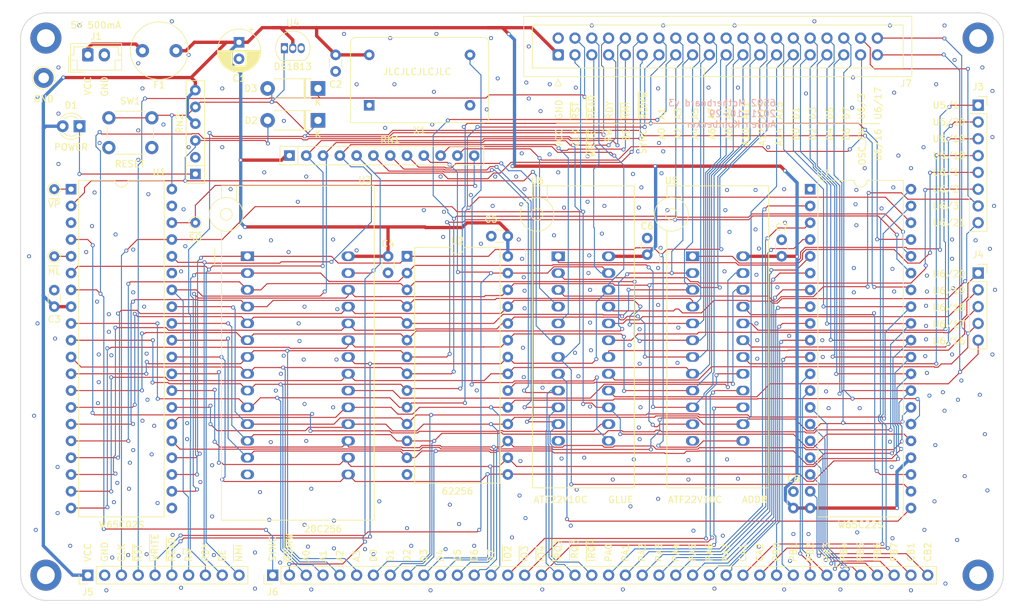
<source format=kicad_pcb>
(kicad_pcb (version 20211014) (generator pcbnew)
  (layers (0 "F.Cu" signal) (1 "In1.Cu" signal) (2 "In2.Cu" signal) (31 "B.Cu" power) (34 "B.Paste" user) (35 "F.Paste" user) (36 "B.SilkS" user "B.Silkscreen") (37 "F.SilkS" user "F.Silkscreen") (38 "B.Mask" user) (39 "F.Mask" user) (44 "Edge.Cuts" user))
  (net 0 "")
  (net 1 "GND")
  (net 2 "VCC")
  (net 3 "CLK")
  (net 4 "~{READ}")
  (net 5 "~{WRITE}")
  (net 6 "NMI")
  (net 7 "IRQ4")
  (net 8 "IRQ3")
  (net 9 "IRQ2")
  (net 10 "IRQ1")
  (net 11 "IO4")
  (net 12 "IO3")
  (net 13 "IO2")
  (net 14 "IO1")
  (net 15 "/d7")
  (net 16 "/d6")
  (net 17 "/d5")
  (net 18 "/d4")
  (net 19 "/d3")
  (net 20 "/d2")
  (net 21 "/d1")
  (net 22 "/d0")
  (net 23 "/a15")
  (net 24 "/a14")
  (net 25 "/a13")
  (net 26 "/a12")
  (net 27 "/a11")
  (net 28 "/a10")
  (net 29 "/a9")
  (net 30 "/a8")
  (net 31 "/a7")
  (net 32 "/a6")
  (net 33 "/a5")
  (net 34 "/a4")
  (net 35 "/a3")
  (net 36 "/a2")
  (net 37 "/a1")
  (net 38 "/a0")
  (net 39 "RST")
  (net 40 "SYNC")
  (net 41 "ROM_~{WE}")
  (net 42 "ROM_~{CS}")
  (net 43 "RAM_~{CS}")
  (net 44 "BE")
  (net 45 "RDY")
  (net 46 "RW")
  (net 47 "IRQ")
  (net 48 "U6-3")
  (net 49 "U6-2")
  (net 50 "U6-1")
  (net 51 "U5-1")
  (net 52 "U6-16")
  (net 53 "U6-17")
  (net 54 "U6-18")
  (net 55 "U6-19")
  (net 56 "U6-20")
  (net 57 "U6-21")
  (net 58 "CB2")
  (net 59 "CB1")
  (net 60 "PB7")
  (net 61 "PB6")
  (net 62 "PB5")
  (net 63 "PB4")
  (net 64 "PB3")
  (net 65 "PB2")
  (net 66 "PB1")
  (net 67 "PB0")
  (net 68 "CA2")
  (net 69 "CA1")
  (net 70 "PA7")
  (net 71 "PA6")
  (net 72 "PA5")
  (net 73 "PA4")
  (net 74 "PA3")
  (net 75 "PA2")
  (net 76 "PA1")
  (net 77 "PA0")
  (net 78 "Net-(TP2-Pad1)")
  (net 79 "Net-(TP3-Pad1)")
  (net 84 "Net-(D1-Pad1)")
  (net 85 "RST_I")
  (net 86 "RDY_I")
  (net 87 "Net-(F1-Pad2)")
  (net 88 "U5-18")
  (net 89 "U5-19")
  (net 90 "U5-20")
  (net 91 "OSC")
  (net 92 "OSC_EN")
  (net 93 "~{SO}")
  (footprint "Capacitor_THT:CP_Radial_D6.3mm_P2.50mm" (layer "F.Cu") (at 71.12 66.675 -90)
    (fp_text reference "C1")
    (fp_text value "10uF")
  )
  (footprint "Capacitor_THT:C_Disc_D3.0mm_W1.6mm_P2.50mm" (layer "F.Cu") (at 85.725 68.58 -90)
    (fp_text reference "C2")
    (fp_text value "0.1uF")
  )
  (footprint "Capacitor_THT:C_Disc_D3.0mm_W1.6mm_P2.50mm" (layer "F.Cu") (at 43.18 106.68 90)
    (fp_text reference "C3")
    (fp_text value "0.1uF")
  )
  (footprint "Capacitor_THT:C_Disc_D3.0mm_W1.6mm_P2.50mm" (layer "F.Cu") (at 93.6498 99.06 -90)
    (fp_text reference "C4")
    (fp_text value "0.1uF")
  )
  (footprint "Capacitor_THT:C_Disc_D3.0mm_W1.6mm_P2.50mm" (layer "F.Cu") (at 111.76 96.012 180)
    (fp_text reference "C5")
    (fp_text value "0.1uF")
  )
  (footprint "Capacitor_THT:C_Disc_D3.0mm_W1.6mm_P2.50mm" (layer "F.Cu") (at 132.842 98.806 90)
    (fp_text reference "C6")
    (fp_text value "0.1uF")
  )
  (footprint "Capacitor_THT:C_Disc_D3.0mm_W1.6mm_P2.50mm" (layer "F.Cu") (at 154.94 137.16 90)
    (fp_text reference "C8")
    (fp_text value "0.1uF")
  )
  (footprint "MountingHole:MountingHole_2.7mm_M2.5_DIN965_Pad" (layer "F.Cu") (at 41.91 66.04)
    (fp_text reference "H1" hide)
    (fp_text value "MountingHole_Pad")
  )
  (footprint "MountingHole:MountingHole_2.7mm_M2.5_DIN965_Pad" (layer "F.Cu") (at 182.88 66.04)
    (fp_text reference "H2" hide)
    (fp_text value "MountingHole_Pad")
  )
  (footprint "MountingHole:MountingHole_2.7mm_M2.5_DIN965_Pad" (layer "F.Cu") (at 41.91 147.32)
    (fp_text reference "H3" hide)
    (fp_text value "MountingHole_Pad")
  )
  (footprint "Connector_PinSocket_2.54mm:PinSocket_1x08_P2.54mm_Vertical" (layer "F.Cu") (at 182.88 76.2)
    (fp_text reference "J3")
    (fp_text value "PLD")
  )
  (footprint "Connector_PinHeader_2.54mm:PinHeader_1x10_P2.54mm_Vertical" (layer "F.Cu") (at 48.26 147.32 90)
    (fp_text reference "J5")
    (fp_text value "IO")
  )
  (footprint "Connector_PinHeader_2.54mm:PinHeader_1x40_P2.54mm_Vertical" (layer "F.Cu") (at 76.2 147.32 90)
    (fp_text reference "J6")
    (fp_text value "IO")
  )
  (footprint "Connector_IDC:IDC-Header_2x20_P2.54mm_Vertical" (layer "F.Cu") (at 119.38 68.58 90)
    (fp_text reference "J7")
    (fp_text value "DEBUG" hide)
  )
  (footprint "TestPoint:TestPoint_Loop_D2.60mm_Drill1.6mm_Beaded" (layer "F.Cu") (at 41.5798 72.0598)
    (fp_text reference "TP1" hide)
    (fp_text value "GND")
  )
  (footprint "TestPoint:TestPoint_THTPad_D1.5mm_Drill0.7mm" (layer "F.Cu") (at 43.18 99.06)
    (fp_text reference "TP2" hide)
    (fp_text value "~{ML}")
  )
  (footprint "TestPoint:TestPoint_THTPad_D1.5mm_Drill0.7mm" (layer "F.Cu") (at 43.18 88.9)
    (fp_text reference "TP3" hide)
    (fp_text value "~{VP}")
  )
  (footprint "Package_DIP:DIP-40_W15.24mm" (layer "F.Cu") (at 45.72 88.9)
    (fp_text reference "U1")
    (fp_text value "W65C02SxP")
  )
  (footprint "Package_DIP:DIP-28_W15.24mm" (layer "F.Cu") (at 96.52 99.06)
    (fp_text reference "U2")
    (fp_text value "CY62256-70PC")
  )
  (footprint "Socket:DIP_Socket-28_W11.9_W12.7_W15.24_W17.78_W18.5_3M_228-1277-00-0602J" (layer "F.Cu") (at 72.39 99.06)
    (fp_text reference "U3")
    (fp_text value "28C256")
  )
  (footprint "Package_TO_SOT_THT:TO-92_Inline" (layer "F.Cu") (at 77.978 67.564)
    (fp_text reference "U4")
    (fp_text value "DS1813")
  )
  (footprint "Socket:DIP_Socket-24_W4.3_W5.08_W7.62_W10.16_W10.9_3M_224-5248-00-0602J" (layer "F.Cu") (at 139.7 99.06)
    (fp_text reference "U5")
    (fp_text value "ATF22V10C")
  )
  (footprint "Socket:DIP_Socket-24_W4.3_W5.08_W7.62_W10.16_W10.9_3M_224-5248-00-0602J" (layer "F.Cu") (at 119.38 99.06)
    (fp_text reference "U6")
    (fp_text value "ATF22V10C")
  )
  (footprint "Package_DIP:DIP-40_W15.24mm" (layer "F.Cu") (at 157.48 88.9)
    (fp_text reference "U7")
    (fp_text value "W65C22SxP")
  )
  (footprint "Connector_JST:JST_EH_B2B-EH-A_1x02_P2.50mm_Vertical" (layer "F.Cu") (at 48.26 68.58)
    (fp_text reference "J1")
    (fp_text value "PWR_IN")
  )
  (footprint "MountingHole:MountingHole_2.7mm_M2.5_DIN965_Pad" (layer "F.Cu") (at 182.88 147.32)
    (fp_text reference "H4" hide)
    (fp_text value "MountingHole_Pad")
  )
  (footprint "Oscillator:Oscillator_DIP-14" (layer "F.Cu") (at 90.805 76.2)
    (fp_text reference "X1")
    (fp_text value "4Mhz")
  )
  (footprint "Button_Switch_THT:SW_PUSH_6mm" (layer "F.Cu") (at 51.435 78.105)
    (fp_text reference "SW1")
    (fp_text value "RESET")
  )
  (footprint "LED_THT:LED_D3.0mm" (layer "F.Cu") (at 46.99 79.375 180)
    (fp_text reference "D1")
    (fp_text value "POWER")
  )
  (footprint "Fuse:Fuse_Littelfuse_372_D8.50mm" (layer "F.Cu") (at 61.595 67.945 180)
    (fp_text reference "F1")
    (fp_text value "500mA")
  )
  (footprint "TestPoint:TestPoint_THTPad_D1.5mm_Drill0.7mm" (layer "F.Cu") (at 64.516 93.98)
    (fp_text reference "TP4" hide)
    (fp_text value "~{SO}")
  )
  (footprint "Capacitor_THT:C_Disc_D3.0mm_W1.6mm_P2.50mm" (layer "F.Cu") (at 153.162 99.06 90)
    (fp_text reference "C7")
    (fp_text value "0.1uF")
  )
  (footprint "Diode_THT:D_DO-41_SOD81_P7.62mm_Horizontal" (layer "F.Cu") (at 83.058 78.486 180)
    (fp_text reference "D2")
    (fp_text value "1N5817")
  )
  (footprint "Resistor_THT:R_Array_SIP12" (layer "F.Cu") (at 78.74 83.82)
    (fp_text reference "RN1")
    (fp_text value "10k")
  )
  (footprint "Resistor_THT:R_Array_SIP6" (layer "F.Cu") (at 64.516 86.614 90)
    (fp_text reference "RN2")
    (fp_text value "1k")
  )
  (footprint "Diode_THT:D_DO-41_SOD81_P7.62mm_Horizontal" (layer "F.Cu") (at 83.058 73.66 180)
    (fp_text reference "D3")
    (fp_text value "1N5817")
  )
  (footprint "Connector_PinSocket_2.54mm:PinSocket_1x05_P2.54mm_Vertical" (layer "F.Cu") (at 182.88 101.6)
    (fp_text reference "J4")
    (fp_text value "PLD")
  )
  (gr_line (start 168.021 78.994) (end 119.126 78.994) (layer "F.SilkS") (width 0.12))
  (gr_line (start 41.91 151.13) (end 182.88 151.13) (layer "Edge.Cuts") (width 0.12))
  (gr_arc (start 41.91 151.13) (mid 39.215923 150.014077) (end 38.1 147.32) (layer "Edge.Cuts") (width 0.12))
  (gr_line (start 182.88 62.23) (end 41.91 62.23) (layer "Edge.Cuts") (width 0.12))
  (gr_arc (start 186.69 147.32) (mid 185.574077 150.014077) (end 182.88 151.13) (layer "Edge.Cuts") (width 0.12))
  (gr_arc (start 38.1 66.04) (mid 39.215923 63.345923) (end 41.91 62.23) (layer "Edge.Cuts") (width 0.12))
  (gr_line (start 186.69 147.32) (end 186.69 66.04) (layer "Edge.Cuts") (width 0.12))
  (gr_line (start 38.1 66.04) (end 38.1 147.32) (layer "Edge.Cuts") (width 0.12))
  (gr_arc (start 182.88 62.23) (mid 185.574077 63.345923) (end 186.69 66.04) (layer "Edge.Cuts") (width 0.12))
  (gr_text "6502 Motherboard v3\n2021-10-29\nAdrien Kohlbecker" (at 152.4 77.47) (layer "B.SilkS") (effects (font (size 1 1)) (justify left mirror)))
  (gr_text "U6/21" (at 175.895 93.98) (layer "F.SilkS") (effects (font (size 1 1)) (justify left)))
  (gr_text "U6/16" (at 175.895 111.887) (layer "F.SilkS") (effects (font (size 1 1)) (justify left)))
  (gr_text "U6/19" (at 175.895 104.267) (layer "F.SilkS") (effects (font (size 1 1)) (justify left)))
  (gr_text "U6/17" (at 175.895 109.347) (layer "F.SilkS") (effects (font (size 1 1)) (justify left)))
  (gr_text "U6/18" (at 175.895 106.807) (layer "F.SilkS") (effects (font (size 1 1)) (justify left)))
  (gr_text "VCC" (at 48.26 145.415 90) (layer "F.SilkS") (effects (font (size 1 1)) (justify left)))
  (gr_text "ATF22V10C" (at 135.89 135.89) (layer "F.SilkS") (effects (font (size 1 1)) (justify left)))
  (gr_text "~{READ}" (at 124.46 78.486 90) (layer "F.SilkS") (effects (font (size 1 1)) (justify left)))
  (gr_text "U6/17" (at 167.767 78.486 90) (layer "F.SilkS") (effects (font (size 1 1)) (justify left)))
  (gr_text "A9" (at 145.161 78.486 90) (layer "F.SilkS") (effects (font (size 1 1)) (justify left)))
  (gr_text "PA5" (at 139.7 145.415 90) (layer "F.SilkS") (effects (font (size 1 1)) (justify left)))
  (gr_text "U6/3" (at 165.227 78.486 90) (layer "F.SilkS") (effects (font (size 1 1)) (justify left)))
  (gr_text "D1" (at 93.98 145.415 90) (layer "F.SilkS") (effects (font (size 1 1)) (justify left)))
  (gr_text "28C256" (at 83.82 140.335) (layer "F.SilkS") (effects (font (size 1 1))))
  (gr_text "OSC_EN" (at 165.354 79.502 90) (layer "F.SilkS") (effects (font (size 1 1)) (justify right)))
  (gr_text "~{IRQ2}" (at 119.38 145.415 90) (layer "F.SilkS") (effects (font (size 1 1)) (justify left)))
  (gr_text "~{READ}" (at 60.96 145.415 90) (layer "F.SilkS") (effects (font (size 1 1)) (justify left)))
  (gr_text "GND" (at 50.8 145.415 90) (layer "F.SilkS") (effects (font (size 1 1)) (justify left)))
  (gr_text "~{RST}" (at 55.88 145.415 90) (layer "F.SilkS") (effects (font (size 1 1)) (justify left)))
  (gr_text "5V 500mA" (at 49.4538 64.0842) (layer "F.SilkS") (effects (font (size 1 1))))
  (gr_text "~{IO4}" (at 116.84 145.415 90) (layer "F.SilkS") (effects (font (size 1 1)) (justify left)))
  (gr_text "U6/16" (at 167.767 79.629 90) (layer "F.SilkS") (effects (font (size 1 1)) (justify right)))
  (gr_text "D3" (at 157.861 78.486 90) (layer "F.SilkS") (effects (font (size 1 1)) (justify left)))
  (gr_text "PA7" (at 144.78 145.415 90) (layer "F.SilkS") (effects (font (size 1 1)) (justify left)))
  (gr_text "R~{W}" (at 63.5 145.415 90) (layer "F.SilkS") (effects (font (size 1 1)) (justify left)))
  (gr_text "VCC" (at 119.507 79.629 90) (layer "F.SilkS") (effects (font (size 1 1)) (justify right)))
  (gr_text "PB6" (at 167.64 145.415 90) (layer "F.SilkS") (effects (font (size 1 1)) (justify left)))
  (gr_text "ADDR" (at 151.13 135.89) (layer "F.SilkS") (effects (font (size 1 1)) (justify right)))
  (gr_text "D6" (at 162.941 79.502 90) (layer "F.SilkS") (effects (font (size 1 1)) (justify right)))
  (gr_text "U5/18" (at 175.895 83.82) (layer "F.SilkS") (effects (font (size 1 1)) (justify left)))
  (gr_text "A4" (at 140.081 79.502 90) (layer "F.SilkS") (effects (font (size 1 1)) (justify right)))
  (gr_text "PA3" (at 134.62 145.415 90) (layer "F.SilkS") (effects (font (size 1 1)) (justify left)))
  (gr_text "GLUE" (at 130.81 135.89) (layer "F.SilkS") (effects (font (size 1 1)) (justify right)))
  (gr_text "~{IRQ4}" (at 124.46 145.415 90) (layer "F.SilkS") (effects (font (size 1 1)) (justify left)))
  (gr_text "A5" (at 140.081 78.486 90) (layer "F.SilkS") (effects (font (size 1 1)) (justify left)))
  (gr_text "ATF22V10C" (at 115.57 135.89) (layer "F.SilkS") (effects (font (size 1 1)) (justify left)))
  (gr_text "A2" (at 137.541 79.502 90) (layer "F.SilkS") (effects (font (size 1 1)) (justify right)))
  (gr_text "CA1" (at 147.32 145.415 90) (layer "F.SilkS") (effects (font (size 1 1)) (justify left)))
  (gr_text "D0" (at 155.321 79.502 90) (layer "F.SilkS") (effects (font (size 1 1)) (justify right)))
  (gr_text "PA1" (at 129.54 145.415 90) (layer "F.SilkS") (effects (font (size 1 1)) (justify left)))
  (gr_text "PA6" (at 142.24 145.415 90) (layer "F.SilkS") (effects (font (size 1 1)) (justify left)))
  (gr_text "A3" (at 88.9 145.415 90) (layer "F.SilkS") (effects (font (size 1 1)) (justify left)))
  (gr_text "A8" (at 145.161 79.502 90) (layer "F.SilkS") (effects (font (size 1 1)) (justify right)))
  (gr_text "U6/1" (at 175.895 86.36) (layer "F.SilkS") (effects (font (size 1 1)) (justify left)))
  (gr_text "PB4" (at 162.56 145.415 90) (layer "F.SilkS") (effects (font (size 1 1)) (justify left)))
  (gr_text "CB1" (at 172.72 145.415 90) (layer "F.SilkS") (effects (font (size 1 1)) (justify left)))
  (gr_text "~{NMI}" (at 129.667 78.486 90) (layer "F.SilkS") (effects (font (size 1 1)) (justify left)))
  (gr_text "PB3" (at 160.02 145.415 90) (layer "F.SilkS") (effects (font (size 1 1)) (justify left)))
  (gr_text "D7" (at 162.941 78.486 90) (layer "F.SilkS") (effects (font (size 1 1)) (justify left)))
  (gr_text "SYNC" (at 76.2 145.415 90) (layer "F.SilkS") (effects (font (size 1 1)) (justify left)))
  (gr_text "A1" (at 83.82 145.415 90) (layer "F.SilkS") (effects (font (size 1 1)) (justify left)))
  (gr_text "D5" (at 104.14 145.415 90) (layer "F.SilkS") (effects (font (size 1 1)) (justify left)))
  (gr_text "D0" (at 91.44 145.415 90) (layer "F.SilkS") (effects (font (size 1 1)) (justify left)))
  (gr_text "A0" (at 81.28 145.415 90) (layer "F.SilkS") (effects (font (size 1 1)) (justify left)))
  (gr_text "DS1813" (at 79.248 70.358) (layer "F.SilkS") (effects (font (size 1 1))))
  (gr_text "CA2" (at 149.86 145.415 90) (layer "F.SilkS") (effects (font (size 1 1)) (justify left)))
  (gr_text "~{IO3}" (at 114.3 145.415 90) (layer "F.SilkS") (effects (font (size 1 1)) (justify left)))
  (gr_text "~{WRITE}" (at 124.46 79.756 90) (layer "F.SilkS") (effects (font (size 1 1)) (justify right)))
  (gr_text "GND" (at 119.507 78.486 90) (layer "F.SilkS") (effects (font (size 1 1)) (justify left)))
  (gr_text "A12" (at 150.241 79.502 90) (layer "F.SilkS") (effects (font (size 1 1)) (justify right)))
  (gr_text "~{NMI}" (at 71.12 145.415 90) (layer "F.SilkS") (effects (font (size 1 1)) (justify left)))
  (gr_text "~{RST}" (at 122.047 78.486 90) (layer "F.SilkS") (effects (font (size 1 1)) (justify left)))
  (gr_text "A2" (at 86.36 145.415 90) (layer "F.SilkS") (effects (font (size 1 1)) (justify left)))
  (gr_text "BE" (at 68.58 145.415 90) (layer "F.SilkS") (effects (font (size 1 1)) (justify left)))
  (gr_text "A1" (at 135.001 78.486 90) (layer "F.SilkS") (effects (font (size 1 1)) (justify left)))
  (gr_text "U6/3" (at 175.895 91.44) (layer "F.SilkS") (effects (font (size 1 1)) (justify left)))
  (gr_text "D4" (at 160.401 79.502 90) (layer "F.SilkS") (effects (font (size 1 1)) (justify right)))
  (gr_text "U6/20" (at 175.895 101.727) (layer "F.SilkS") (effects (font (size 1 1)) (justify left)))
  (gr_text "D7" (at 109.22 145.415 90) (layer "F.SilkS") (effects (font (size 1 1)) (justify left)))
  (gr_text "GND" (at 50.8 71.755 90) (layer "F.SilkS") (effects (font (size 1 1)) (justify right)))
  (gr_text "A6" (at 142.621 79.502 90) (layer "F.SilkS") (effects (font (size 1 1)) (justify right)))
  (gr_text "PA0" (at 127 145.415 90) (layer "F.SilkS") (effects (font (size 1 1)) (justify left)))
  (gr_text "D6" (at 106.68 145.415 90) (layer "F.SilkS") (effects (font (size 1 1)) (justify left)))
  (gr_text "~{IRQ3}" (at 121.92 145.415 90) (layer "F.SilkS") (effects (font (size 1 1)) (justify left)))
  (gr_text "A10" (at 147.701 79.502 90) (layer "F.SilkS") (effects (font (size 1 1)) (justify right)))
  (gr_text "RDY" (at 66.04 145.415 90) (layer "F.SilkS") (effects (font (size 1 1)) (justify left)))
  (gr_text "VCC" (at 48.26 71.755 90) (layer "F.SilkS") (effects (font (size 1 1)) (justify right)))
  (gr_text "U5/19" (at 175.895 81.28) (layer "F.SilkS") (effects (font (size 1 1)) (justify left)))
  (gr_text "D1" (at 155.321 78.486 90) (layer "F.SilkS") (effects (font (size 1 1)) (justify left)))
  (gr_text "PB1" (at 154.94 145.415 90) (layer "F.SilkS") (effects (font (size 1 1)) (justify left)))
  (gr_text "RDY" (at 127.127 78.486 90) (layer "F.SilkS") (effects (font (size 1 1)) (justify left)))
  (gr_text "PA2" (at 132.08 145.415 90) (layer "F.SilkS") (effects (font (size 1 1)) (justify left)))
  (gr_text "R~{W}" (at 127 79.629 90) (layer "F.SilkS") (effects (font (size 1 1)) (justify right)))
  (gr_text "JLCJLCJLCJLC" (at 98.044 71.12) (layer "F.SilkS") (effects (font (size 1 1))))
  (gr_text "62256" (at 104.14 134.62) (layer "F.SilkS") (effects (font (size 1 1))))
  (gr_text "U5/20" (at 175.895 78.74) (layer "F.SilkS") (effects (font (size 1 1)) (justify left)))
  (gr_text "A11" (at 147.701 78.486 90) (layer "F.SilkS") (effects (font (size 1 1)) (justify left)))
  (gr_text "U6/2" (at 175.895 88.9) (layer "F.SilkS") (effects (font (size 1 1)) (justify left)))
  (gr_text "A13" (at 150.241 78.486 90) (layer "F.SilkS") (effects (font (size 1 1)) (justify left)))
  (gr_text "CLK" (at 53.34 145.415 90) (layer "F.SilkS") (effects (font (size 1 1)) (justify left)))
  (gr_text "U5/1" (at 175.895 76.2) (layer "F.SilkS") (effects (font (size 1 1)) (justify left)))
  (gr_text "A7" (at 142.621 78.486 90) (layer "F.SilkS") (effects (font (size 1 1)) (justify left)))
  (gr_text "D5" (at 160.401 78.486 90) (layer "F.SilkS") (effects (font (size 1 1)) (justify left)))
  (gr_text "D4" (at 101.6 145.415 90) (layer "F.SilkS") (effects (font (size 1 1)) (justify left)))
  (gr_text "PA4" (at 137.16 145.415 90) (layer "F.SilkS") (effects (font (size 1 1)) (justify left)))
  (gr_text "D2" (at 157.861 79.502 90) (layer "F.SilkS") (effects (font (size 1 1)) (justify right)))
  (gr_text "PB7" (at 170.18 145.415 90) (layer "F.SilkS") (effects (font (size 1 1)) (justify left)))
  (gr_text "~{ROMW}" (at 132.334 78.486 90) (layer "F.SilkS") (effects (font (size 1 1)) (justify left)))
  (gr_text "A0" (at 135.001 79.502 90) (layer "F.SilkS") (effects (font (size 1 1)) (justify right)))
  (gr_text "BE" (at 129.667 79.629 90) (layer "F.SilkS") (effects (font (size 1 1)) (justify right)))
  (gr_text "A3" (at 137.541 78.486 90) (layer "F.SilkS") (effects (font (size 1 1)) (justify left)))
  (gr_text "~{IO2}" (at 111.76 145.415 90) (layer "F.SilkS") (effects (font (size 1 1)) (justify left)))
  (gr_text "CB2" (at 175.26 145.415 90) (layer "F.SilkS") (effects (font (size 1 1)) (justify left)))
  (gr_text "~{ROMW}" (at 78.74 145.415 90) (layer "F.SilkS") (effects (font (size 1 1)) (justify left)))
  (gr_text "~{WRITE}" (at 58.42 145.415 90) (layer "F.SilkS") (effects (font (size 1 1)) (justify left)))
  (gr_text "W65C22S" (at 165.1 139.7) (layer "F.SilkS") (effects (font (size 1 1))))
  (gr_text "CLK" (at 122.047 79.629 90) (layer "F.SilkS") (effects (font (size 1 1)) (justify right)))
  (gr_text "D2" (at 96.52 145.415 90) (layer "F.SilkS") (effects (font (size 1 1)) (justify left)))
  (gr_text "SYNC" (at 132.207 79.629 90) (layer "F.SilkS") (effects (font (size 1 1)) (justify right)))
  (gr_text "W65C02S" (at 53.34 139.7) (layer "F.SilkS") (effects (font (size 1 1))))
  (gr_text "PB0" (at 152.4 145.415 90) (layer "F.SilkS") (effects (font (size 1 1)) (justify left)))
  (gr_text "A14" (at 152.781 79.502 90) (layer "F.SilkS") (effects (font (size 1 1)) (justify right)))
  (gr_text "PB2" (at 157.48 145.415 90) (layer "F.SilkS") (effects (font (size 1 1)) (justify left)))
  (gr_text "A15" (at 152.781 78.486 90) (layer "F.SilkS") (effects (font (size 1 1)) (justify left)))
  (gr_text "PB5" (at 165.1 145.415 90) (layer "F.SilkS") (effects (font (size 1 1)) (justify left)))
  (gr_text "D3" (at 99.06 145.415 90) (layer "F.SilkS") (effects (font (size 1 1)) (justify left)))
  (via (at 91.44 144.145) (size 0.6) (drill 0.35) (layers "F.Cu" "B.Cu") (net 1))
  (via (at 164.084 104.521) (size 0.6) (drill 0.35) (layers "F.Cu" "B.Cu") (net 1))
  (via (at 67.056 130.683) (size 0.6) (drill 0.35) (layers "F.Cu" "B.Cu") (net 1))
  (via (at 107.696 97.155) (size 0.6) (drill 0.35) (layers "F.Cu" "B.Cu") (net 1))
  (via (at 67.056 138.43) (size 0.6) (drill 0.35) (layers "F.Cu" "B.Cu") (net 1))
  (via (at 142.113 73.533) (size 0.6) (drill 0.35) (layers "F.Cu" "B.Cu") (net 1))
  (via (at 176.403 127.635) (size 0.6) (drill 0.35) (layers "F.Cu" "B.Cu") (net 1))
  (via (at 77.9018 78.5622) (size 0.6) (drill 0.35) (layers "F.Cu" "B.Cu") (net 1))
  (via (at 175.006 106.553) (size 0.6) (drill 0.35) (layers "F.Cu" "B.Cu") (net 1))
  (via (at 139.827 140.589) (size 0.6) (drill 0.35) (layers "F.Cu" "B.Cu") (net 1))
  (via (at 177.546 119.634) (size 0.6) (drill 0.35) (layers "F.Cu" "B.Cu") (net 1))
  (via (at 114.173 102.235) (size 0.6) (drill 0.35) (layers "F.Cu" "B.Cu") (net 1))
  (via (at 184.277 134.493) (size 0.6) (drill 0.35) (layers "F.Cu" "B.Cu") (net 1))
  (via (at 170.815 83.82) (size 0.6) (drill 0.35) (layers "F.Cu" "B.Cu") (net 1))
  (via (at 185.039 113.919) (size 0.6) (drill 0.35) (layers "F.Cu" "B.Cu") (net 1))
  (via (at 75.946 96.647) (size 0.6) (drill 0.35) (layers "F.Cu" "B.Cu") (net 1))
  (via (at 121.285 139.827) (size 0.6) (drill 0.35) (layers "F.Cu" "B.Cu") (net 1))
  (via (at 131.445 83.185) (size 0.6) (drill 0.35) (layers "F.Cu" "B.Cu") (net 1))
  (via (at 131.699 126.746) (size 0.6) (drill 0.35) (layers "F.Cu" "B.Cu") (net 1))
  (via (at 63.2714 124.3076) (size 0.6) (drill 0.35) (layers "F.Cu" "B.Cu") (net 1))
  (via (at 130.683 86.614) (size 0.6) (drill 0.35) (layers "F.Cu" "B.Cu") (net 1))
  (via (at 63.2714 126.7206) (size 0.6) (drill 0.35) (layers "F.Cu" "B.Cu") (net 1))
  (via (at 43.688 137.922) (size 0.6) (drill 0.35) (layers "F.Cu" "B.Cu") (net 1))
  (via (at 160.274 122.047) (size 0.6) (drill 0.35) (layers "F.Cu" "B.Cu") (net 1))
  (via (at 113.919 99.441) (size 0.6) (drill 0.35) (layers "F.Cu" "B.Cu") (net 1))
  (via (at 144.907 129.794) (size 0.6) (drill 0.35) (layers "F.Cu" "B.Cu") (net 1))
  (via (at 130.175 112.522) (size 0.6) (drill 0.35) (layers "F.Cu" "B.Cu") (net 1))
  (via (at 81.534 143.002) (size 0.6) (drill 0.35) (layers "F.Cu" "B.Cu") (net 1))
  (via (at 106.68 142.875) (size 0.6) (drill 0.35) (layers "F.Cu" "B.Cu") (net 1))
  (via (at 76.6826 119.38) (size 0.6) (drill 0.35) (layers "F.Cu" "B.Cu") (net 1))
  (via (at 57.404 89.662) (size 0.6) (drill 0.35) (layers "F.Cu" "B.Cu") (net 1))
  (via (at 40.132 123.19) (size 0.6) (drill 0.35) (layers "F.Cu" "B.Cu") (net 1))
  (via (at 134.493 73.66) (size 0.6) (drill 0.35) (layers "F.Cu" "B.Cu") (net 1))
  (via (at 180.34 117.856) (size 0.6) (drill 0.35) (layers "F.Cu" "B.Cu") (net 1))
  (via (at 107.061 119.3546) (size 0.6) (drill 0.35) (layers "F.Cu" "B.Cu") (net 1))
  (via (at 143.002 149.352) (size 0.6) (drill 0.35) (layers "F.Cu" "B.Cu") (net 1))
  (via (at 112.395 141.605) (size 0.6) (drill 0.35) (layers "F.Cu" "B.Cu") (net 1))
  (via (at 61.976 144.399) (size 0.6) (drill 0.35) (layers "F.Cu" "B.Cu") (net 1))
  (via (at 179.324 69.342) (size 0.6) (drill 0.35) (layers "F.Cu" "B.Cu") (net 1))
  (via (at 118.11 73.025) (size 0.6) (drill 0.35) (layers "F.Cu" "B.Cu") (net 1))
  (via (at 51.435 110.49) (size 0.6) (drill 0.35) (layers "F.Cu" "B.Cu") (net 1))
  (via (at 169.926 141.732) (size 0.6) (drill 0.35) (layers "F.Cu" "B.Cu") (net 1))
  (via (at 180.848 132.334) (size 0.6) (drill 0.35) (layers "F.Cu" "B.Cu") (net 1))
  (via (at 149.479 111.76) (size 0.6) (drill 0.35) (layers "F.Cu" "B.Cu") (net 1))
  (via (at 164.084 100.838) (size 0.6) (drill 0.35) (layers "F.Cu" "B.Cu") (net 1))
  (via (at 49.911 118.11) (size 0.6) (drill 0.35) (layers "F.Cu" "B.Cu") (net 1))
  (via (at 137.414 115.189) (size 0.6) (drill 0.35) (layers "F.Cu" "B.Cu") (net 1))
  (via (at 125.984 95.631) (size 0.6) (drill 0.35) (layers "F.Cu" "B.Cu") (net 1))
  (via (at 93.218 79.629) (size 0.6) (drill 0.35) (layers "F.Cu" "B.Cu") (net 1))
  (via (at 124.206 121.793) (size 0.6) (drill 0.35) (layers "F.Cu" "B.Cu") (net 1))
  (via (at 124.206 104.14) (size 0.6) (drill 0.35) (layers "F.Cu" "B.Cu") (net 1))
  (via (at 178.943 99.441) (size 0.6) (drill 0.35) (layers "F.Cu" "B.Cu") (net 1))
  (via (at 135.255 83.185) (size 0.6) (drill 0.35) (layers "F.Cu" "B.Cu") (net 1))
  (via (at 164.338 91.186) (size 0.6) (drill 0.35) (layers "F.Cu" "B.Cu") (net 1))
  (via (at 57.277 120.777) (size 0.6) (drill 0.35) (layers "F.Cu" "B.Cu") (net 1))
  (via (at 52.705 133.35) (size 0.6) (drill 0.35) (layers "F.Cu" "B.Cu") (net 1))
  (via (at 100.33 79.121) (size 0.6) (drill 0.35) (layers "F.Cu" "B.Cu") (net 1))
  (via (at 185.293 91.44) (size 0.6) (drill 0.35) (layers "F.Cu" "B.Cu") (net 1))
  (via (at 144.526 101.346) (size 0.6) (drill 0.35) (layers "F.Cu" "B.Cu") (net 1))
  (via (at 149.225 94.996) (size 0.6) (drill 0.35) (layers "F.Cu" "B.Cu") (net 1))
  (via (at 75.692 138.938) (size 0.6) (drill 0.35) (layers "F.Cu" "B.Cu") (net 1))
  (via (at 90.17 143.383) (size 0.6) (drill 0.35) (layers "F.Cu" "B.Cu") (net 1))
  (via (at 77.8764 114.0968) (size 0.6) (drill 0.35) (layers "F.Cu" "B.Cu") (net 1))
  (via (at 73.533 143.891) (size 0.6) (drill 0.35) (layers "F.Cu" "B.Cu") (net 1))
  (via (at 114.3 106.934) (size 0.6) (drill 0.35) (layers "F.Cu" "B.Cu") (net 1))
  (via (at 170.18 104.394) (size 0.6) (drill 0.35) (layers "F.Cu" "B.Cu") (net 1))
  (via (at 152.527 103.759) (size 0.6) (drill 0.35) (layers "F.Cu" "B.Cu") (net 1))
  (via (at 68.58 73.66) (size 0.6) (drill 0.35) (layers "F.Cu" "B.Cu") (net 1))
  (via (at 121.92 113.665) (size 0.6) (drill 0.35) (layers "F.Cu" "B.Cu") (net 1))
  (via (at 157.226 141.097) (size 0.6) (drill 0.35) (layers "F.Cu" "B.Cu") (net 1))
  (via (at 50.038 81.915) (size 0.6) (drill 0.35) (layers "F.Cu" "B.Cu") (net 1))
  (via (at 172.72 85.725) (size 0.6) (drill 0.35) (layers "F.Cu" "B.Cu") (net 1))
  (via (at 85.852 114.681) (size 0.6) (drill 0.35) (layers "F.Cu" "B.Cu") (net 1))
  (via (at 130.81 129.794) (size 0.6) (drill 0.35) (layers "F.Cu" "B.Cu") (net 1))
  (via (at 57.15 144.145) (size 0.6) (drill 0.35) (layers "F.Cu" "B.Cu") (net 1))
  (via (at 169.545 127.127) (size 0.6) (drill 0.35) (layers "F.Cu" "B.Cu") (net 1))
  (via (at 176.53 73.025) (size 0.6) (drill 0.35) (layers "F.Cu" "B.Cu") (net 1))
  (via (at 81.026 106.68) (size 0.6) (drill 0.35) (layers "F.Cu" "B.Cu") (net 1))
  (via (at 116.713 77.089) (size 0.6) (drill 0.35) (layers "F.Cu" "B.Cu") (net 1))
  (via (at 124.206 109.093) (size 0.6) (drill 0.35) (layers "F.Cu" "B.Cu") (net 1))
  (via (at 122.428 117.221) (size 0.6) (drill 0.35) (layers "F.Cu" "B.Cu") (net 1))
  (via (at 85.471 143.256) (size 0.6) (drill 0.35) (layers "F.Cu" "B.Cu") (net 1))
  (via (at 170.053 88.646) (size 0.6) (drill 0.35) (layers "F.Cu" "B.Cu") (net 1))
  (via (at 134.493 106.426) (size 0.6) (drill 0.35) (layers "F.Cu" "B.Cu") (net 1))
  (via (at 169.545 64.135) (size 0.6) (drill 0.35) (layers "F.Cu" "B.Cu") (net 1))
  (via (at 78.613 98.425) (size 0.6) (drill 0.35) (layers "F.Cu" "B.Cu") (net 1))
  (via (at 54.356 144.272) (size 0.6) (drill 0.35) (layers "F.Cu" "B.Cu") (net 1))
  (via (at 69.85 88.9) (size 0.6) (drill 0.35) (layers "F.Cu" "B.Cu") (net 1))
  (via (at 80.264 111.887) (size 0.6) (drill 0.35) (layers "F.Cu" "B.Cu") (net 1))
  (via (at 123.825 83.947) (size 0.6) (drill 0.35) (layers "F.Cu" "B.Cu") (net 1))
  (via (at 178.943 113.919) (size 0.6) (drill 0.35) (layers "F.Cu" "B.Cu") (net 1))
  (via (at 45.593 142.875) (size 0.6) (drill 0.35) (layers "F.Cu" "B.Cu") (net 1))
  (via (at 178.943 96.52) (size 0.6) (drill 0.35) (layers "F.Cu" "B.Cu") (net 1))
  (via (at 85.344 96.52) (size 0.6) (drill 0.35) (layers "F.Cu" "B.Cu") (net 1))
  (via (at 74.93 86.36) (size 0.6) (drill 0.35) (layers "F.Cu" "B.Cu") (net 1))
  (via (at 123.317 129.54) (size 0.6) (drill 0.35) (layers "F.Cu" "B.Cu") (net 1))
  (via (at 55.88 84.455) (size 0.6) (drill 0.35) (layers "F.Cu" "B.Cu") (net 1))
  (via (at 177.8 122.428) (size 0.6) (drill 0.35) (layers "F.Cu" "B.Cu") (net 1))
  (via (at 151.13 82.55) (size 0.6) (drill 0.35) (layers "F.Cu" "B.Cu") (net 1))
  (via (at 179.832 120.777) (size 0.6) (drill 0.35) (layers "F.Cu" "B.Cu") (net 1))
  (via (at 124.46 64.135) (size 0.6) (drill 0.35) (layers "F.Cu" "B.Cu") (net 1))
  (via (at 43.688 130.937) (size 0.6) (drill 0.35) (layers "F.Cu" "B.Cu") (net 1))
  (via (at 120.269 91.694) (size 0.6) (drill 0.35) (layers "F.Cu" "B.Cu") (net 1))
  (via (at 55.88 80.01) (size 0.6) (drill 0.35) (layers "F.Cu" "B.Cu") (net 1))
  (via (at 56.515 73.66) (size 0.6) (drill 0.35) (layers "F.Cu" "B.Cu") (net 1))
  (via (at 164.592 140.843) (size 0.6) (drill 0.35) (layers "F.Cu" "B.Cu") (net 1))
  (via (at 104.394 139.573) (size 0.6) (drill 0.35) (layers "F.Cu" "B.Cu") (net 1))
  (via (at 172.72 149.606) (size 0.6) (drill 0.35) (layers "F.Cu" "B.Cu") (net 1))
  (via (at 144.653 92.075) (size 0.6) (drill 0.35) (layers "F.Cu" "B.Cu") (net 1))
  (via (at 88.9 73.025) (size 0.6) (drill 0.35) (layers "F.Cu" "B.Cu") (net 1))
  (via (at 135.89 92.075) (size 0.6) (drill 0.35) (layers "F.Cu" "B.Cu") (net 1))
  (via (at 80.01 90.805) (size 0.6) (drill 0.35) (layers "F.Cu" "B.Cu") (net 1))
  (via (at 81.026 139.7) (size 0.6) (drill 0.35) (layers "F.Cu" "B.Cu") (net 1))
  (via (at 131.572 91.694) (size 0.6) (drill 0.35) (layers "F.Cu" "B.Cu") (net 1))
  (via (at 134.493 100.838) (size 0.6) (drill 0.35) (layers "F.Cu" "B.Cu") (net 1))
  (via (at 149.352 101.854) (size 0.6) (drill 0.35) (layers "F.Cu" "B.Cu") (net 1))
  (via (at 109.22 66.04) (size 0.6) (drill 0.35) (layers "F.Cu" "B.Cu") (net 1))
  (via (at 109.855 86.995) (size 0.6) (drill 0.35) (layers "F.Cu" "B.Cu") (net 1))
  (via (at 43.815 70.485) (size 0.6) (drill 0.35) (layers "F.Cu" "B.Cu") (net 1))
  (via (at 126.365 91.44) (size 0.6) (drill 0.35) (layers "F.Cu" "B.Cu") (net 1))
  (via (at 40.386 140.462) (size 0.6) (drill 0.35) (layers "F.Cu" "B.Cu") (net 1))
  (via (at 118.0846 83.6422) (size 0.6) (drill 0.35) (layers "F.Cu" "B.Cu") (net 1))
  (via (at 62.738 91.948) (size 0.6) (drill 0.35) (layers "F.Cu" "B.Cu") (net 1))
  (via (at 156.845 74.422) (size 0.6) (drill 0.35) (layers "F.Cu" "B.Cu") (net 1))
  (via (at 179.07 103.886) (size 0.6) (drill 0.35) (layers "F.Cu" "B.Cu") (net 1))
  (via (at 92.329 136.144) (size 0.6) (drill 0.35) (layers "F.Cu" "B.Cu") (net 1))
  (via (at 131.953 88.646) (size 0.6) (drill 0.35) (layers "F.Cu" "B.Cu") (net 1))
  (via (at 100.076 149.606) (size 0.6) (drill 0.35) (layers "F.Cu" "B.Cu") (net 1))
  (via (at 86.995 65.405) (size 0.6) (drill 0.35) (layers "F.Cu" "B.Cu") (net 1))
  (via (at 163.957 72.009) (size 0.6) (drill 0.35) (layers "F.Cu" "B.Cu") (net 1))
  (via (at 55.118 128.397) (size 0.6) (drill 0.35) (layers "F.Cu" "B.Cu") (net 1))
  (via (at 149.733 97.8916) (size 0.6) (drill 0.35) (layers "F.Cu" "B.Cu") (net 1))
  (via (at 99.06 92.075) (size 0.6) (drill 0.35) (layers "F.Cu" "B.Cu") (net 1))
  (via (at 62.357 101.346) (size 0.6) (drill 0.35) (layers "F.Cu" "B.Cu") (net 1))
  (via (at 62.357 149.225) (size 0.6) (drill 0.35) (layers "F.Cu" "B.Cu") (net 1))
  (via (at 101.6 86.995) (size 0.6) (drill 0.35) (layers "F.Cu" "B.Cu") (net 1))
  (via (at 175.514 120.142) (size 0.6) (drill 0.35) (layers "F.Cu" "B.Cu") (net 1))
  (via (at 154.432 145.161) (size 0.6) (drill 0.35) (layers "F.Cu" "B.Cu") (net 1))
  (via (at 85.344 121.92) (size 0.6) (drill 0.35) (layers "F.Cu" "B.Cu") (net 1))
  (via (at 61.087 141.224) (size 0.6) (drill 0.35) (layers "F.Cu" "B.Cu") (net 1))
  (via (at 82.042 149.479) (size 0.6) (drill 0.35) (layers "F.Cu" "B.Cu") (net 1))
  (via (at 164.465 94.361) (size 0.6) (drill 0.35) (layers "F.Cu" "B.Cu") (net 1))
  (via (at 68.58 82.55) (size 0.6) (drill 0.35) (layers "F.Cu" "B.Cu") (net 1))
  (via (at 175.006 111.633) (size 0.6) (drill 0.35) (layers "F.Cu" "B.Cu") (net 1))
  (via (at 114.935 67.31) (size 0.6) (drill 0.35) (layers "F.Cu" "B.Cu") (net 1))
  (via (at 119.888 129.667) (size 0.6) (drill 0.35) (layers "F.Cu" "B.Cu") (net 1))
  (via (at 154.94 141.097) (size 0.6) (drill 0.35) (layers "F.Cu" "B.Cu") (net 1))
  (via (at 80.899 114.681) (size 0.6) (drill 0.35) (layers "F.Cu" "B.Cu") (net 1))
  (via (at 183.896 125.984) (size 0.6) (drill 0.35) (layers "F.Cu" "B.Cu") (net 1))
  (via (at 52.197 136.271) (size 0.6) (drill 0.35) (layers "F.Cu" "B.Cu") (net 1))
  (via (at 102.997 136.652) (size 0.6) (drill 0.35) (layers "F.Cu" "B.Cu") (net 1))
  (via (at 114.554 72.771) (size 0.6) (drill 0.35) (layers "F.Cu" "B.Cu") (net 1))
  (via (at 124.079 98.933) (size 0.6) (drill 0.35) (layers "F.Cu" "B.Cu") (net 1))
  (via (at 55.118 104.521) (size 0.6) (drill 0.35) (layers "F.Cu" "B.Cu") (net 1))
  (via (at 131.572 124.968) (size 0.6) (drill 0.35) (layers "F.Cu" "B.Cu") (net 1))
  (via (at 123.825 90.805) (size 0.6) (drill 0.35) (layers "F.Cu" "B.Cu") (net 1))
  (via (at 116.967 149.479) (size 0.6) (drill 0.35) (layers "F.Cu" "B.Cu") (net 1))
  (via (at 55.88 69.85) (size 0.6) (drill 0.35) (layers "F.Cu" "B.Cu") (net 1))
  (via (at 40.64 109.22) (size 0.6) (drill 0.35) (layers "F.Cu" "B.Cu") (net 1))
  (via (at 108.585 76.835) (size 0.6) (drill 0.35) (layers "F.Cu" "B.Cu") (net 1))
  (via (at 56.769 106.68) (size 0.6) (drill 0.35) (layers "F.Cu" "B.Cu") (net 1))
  (via (at 80.137 109.22) (size 0.6) (drill 0.35) (layers "F.Cu" "B.Cu") (net 1))
  (via (at 97.155 142.875) (size 0.6) (drill 0.35) (layers "F.Cu" "B.Cu") (net 1))
  (via (at 174.625 82.55) (size 0.6) (drill 0.35) (layers "F.Cu" "B.Cu") (net 1))
  (via (at 93.98 66.04) (size 0.6) (drill 0.35) (layers "F.Cu" "B.Cu") (net 1))
  (via (at 49.911 113.919) (size 0.6) (drill 0.35) (layers "F.Cu" "B.Cu") (net 1))
  (via (at 119.38 86.36) (size 0.6) (drill 0.35) (layers "F.Cu" "B.Cu") (net 1))
  (via (at 149.733 143.002) (size 0.6) (drill 0.35) (layers "F.Cu" "B.Cu") (net 1))
  (via (at 114.046 112.903) (size 0.6) (drill 0.35) (layers "F.Cu" "B.Cu") (net 1))
  (via (at 77.4446 116.84) (size 0.6) (drill 0.35) (layers "F.Cu" "B.Cu") (net 1))
  (via (at 162.052 149.479) (size 0.6) (drill 0.35) (layers "F.Cu" "B.Cu") (net 1))
  (via (at 106.172 89.789) (size 0.6) (drill 0.35) (layers "F.Cu" "B.Cu") (net 1))
  (via (at 170.18 74.295) (size 0.6) (drill 0.35) (layers "F.Cu" "B.Cu") (net 1))
  (via (at 100.965 65.405) (size 0.6) (drill 0.35) (layers "F.Cu" "B.Cu") (net 1))
  (via (at 94.615 73.025) (size 0.6) (drill 0.35) (layers "F.Cu" "B.Cu") (net 1))
  (via (at 48.006 98.425) (size 0.6) (drill 0.35) (layers "F.Cu" "B.Cu") (net 1))
  (via (at 114.427 138.684) (size 0.6) (drill 0.35) (layers "F.Cu" "B.Cu") (net 1))
  (via (at 135.001 86.487) (size 0.6) (drill 0.35) (layers "F.Cu" "B.Cu") (net 1))
  (via (at 56.515 123.952) (size 0.6) (drill 0.35) (layers "F.Cu" "B.Cu") (net 1))
  (via (at 113.538 135.255) (size 0.6) (drill 0.35) (layers "F.Cu" "B.Cu") (net 1))
  (via (at 131.699 110.109) (size 0.6) (drill 0.35) (layers "F.Cu" "B.Cu") (net 1))
  (via (at 109.474 91.44) (size 0.6) (drill 0.35) (layers "F.Cu" "B.Cu") (net 1))
  (via (at 71.247 96.139) (size 0.6) (drill 0.35) (layers "F.Cu" "B.Cu") (net 1))
  (via (at 177.927 148.59) (size 0.6) (drill 0.35) (layers "F.Cu" "B.Cu") (net 1))
  (via (at 179.705 141.986) (size 0.6) (drill 0.35) (layers "F.Cu" "B.Cu") (net 1))
  (via (at 123.952 101.6) (size 0.6) (drill 0.35) (layers "F.Cu" "B.Cu") (net 1))
  (via (at 101.981 96.139) (size 0.6) (drill 0.35) (layers "F.Cu" "B.Cu") (net 1))
  (via (at 51.435 107.823) (size 0.6) (drill 0.35) (layers "F.Cu" "B.Cu") (net 1))
  (via (at 74.295 134.747) (size 0.6) (drill 0.35) (layers "F.Cu" "B.Cu") (net 1))
  (via (at 48.895 94.488) (size 0.6) (drill 0.35) (layers "F.Cu" "B.Cu") (net 1))
  (via (at 39.37 99.06) (size 0.6) (drill 0.35) (layers "F.Cu" "B.Cu") (net 1))
  (via (at 49.784 121.285) (size 0.6) (drill 0.35) (layers "F.Cu" "B.Cu") (net 1))
  (via (at 134.874 97.79) (size 0.6) (drill 0.35) (layers "F.Cu" "B.Cu") (net 1))
  (via (at 146.558 132.715) (size 0.6) (drill 0.35) (layers "F.Cu" "B.Cu") (net 1))
  (via (at 51.943 144.653) (size 0.6) (drill 0.35) (layers "F.Cu" "B.Cu") (net 1))
  (via (at 118.745 95.885) (size 0.6) (drill 0.35) (layers "F.Cu" "B.Cu") (net 1))
  (via (at 59.69 79.121) (size 0.6) (drill 0.35) (layers "F.Cu" "B.Cu") (net 1))
  (via (at 55.118 98.044) (size 0.6) (drill 0.35) (layers "F.Cu" "B.Cu") (net 1))
  (via (at 52.451 95.758) (size 0.6) (drill 0.35) (layers "F.Cu" "B.Cu") (net 1))
  (via (at 134.493 135.763) (size 0.6) (drill 0.35) (layers "F.Cu" "B.Cu") (net 1))
  (via (at 145.288 95.377) (size 0.6) (drill 0.35) (layers "F.Cu" "B.Cu") (net 1))
  (via (at 169.926 100.965) (size 0.6) (drill 0.35) (layers "F.Cu" "B.Cu") (net 1))
  (via (at 169.799 130.937) (size 0.6) (drill 0.35) (layers "F.Cu" "B.Cu") (net 1))
  (via (at 46.99 64.135) (size 0.6) (drill 0.35) (layers "F.Cu" "B.Cu") (net 1))
  (via (at 159.3088 111.76) (size 0.6) (drill 0.35) (layers "F.Cu" "B.Cu") (net 1))
  (via (at 183.515 70.485) (size 0.6) (drill 0.35) (layers "F.Cu" "B.Cu") (net 1))
  (via (at 88.9 98.171) (size 0.6) (drill 0.35) (layers "F.Cu" "B.Cu") (net 1))
  (via (at 144.272 141.351) (size 0.6) (drill 0.35) (layers "F.Cu" "B.Cu") (net 1))
  (via (at 114.935 75.184) (size 0.6) (drill 0.35) (layers "F.Cu" "B.Cu") (net 1))
  (via (at 67.31 144.272) (size 0.6) (drill 0.35) (layers "F.Cu" "B.Cu") (net 1))
  (via (at 165.735 85.725) (size 0.6) (drill 0.35) (layers "F.Cu" "B.Cu") (net 1))
  (via (at 54.61 130.302) (size 0.6) (drill 0.35) (layers "F.Cu" "B.Cu") (net 1))
  (via (at 113.792 91.186) (size 0.6) (drill 0.35) (layers "F.Cu" "B.Cu") (net 1))
  (via (at 185.039 74.041) (size 0.6) (drill 0.35) (layers "F.Cu" "B.Cu") (net 1))
  (via (at 60.96 63.5) (size 0.6) (drill 0.35) (layers "F.Cu" "B.Cu") (net 1))
  (via (at 131.826 121.92) (size 0.6) (drill 0.35) (layers "F.Cu" "B.Cu") (net 1))
  (via (at 113.411 96.52) (size 0.6) (drill 0.35) (layers "F.Cu" "B.Cu") (net 1))
  (via (at 82.042 134.239) (size 0.6) (drill 0.35) (layers "F.Cu" "B.Cu") (net 1))
  (via (at 114.173 117.348) (size 0.6) (drill 0.35) (layers "F.Cu" "B.Cu") (net 1))
  (via (at 58.293 124.714) (size 0.6) (drill 0.35) (layers "F.Cu" "B.Cu") (net 1))
  (via (at 177.8 64.135) (size 0.6) (drill 0.35) (layers "F.Cu" "B.Cu") (net 1))
  (via (at 174.879 114.173) (size 0.6) (drill 0.35) (layers "F.Cu" "B.Cu") (net 1))
  (via (at 114.3 88.9) (size 0.6) (drill 0.35) (layers "F.Cu" "B.Cu") (net 1))
  (via (at 153.67 93.98) (size 0.6) (drill 0.35) (layers "F.Cu" "B.Cu") (net 1))
  (via (at 137.541 109.855) (size 0.6) (drill 0.35) (layers "F.Cu" "B.Cu") (net 1))
  (via (at 49.276 89.408) (size 0.6) (drill 0.35) (layers "F.Cu" "B.Cu") (net 1))
  (via (at 96.52 140.208) (size 0.6) (drill 0.35) (layers "F.Cu" "B.Cu") (net 1))
  (via (at 149.352 109.22) (size 0.6) (drill 0.35) (layers "F.Cu" "B.Cu") (net 1))
  (via (at 102.108 92.329) (size 0.6) (drill 0.35) (layers "F.Cu" "B.Cu") (net 1))
  (via (at 49.657 105.918) (size 0.6) (drill 0.35) (layers "F.Cu" "B.Cu") (net 1))
  (via (at 113.8682 83.4898) (size 0.6) (drill 0.35) (layers "F.Cu" "B.Cu") (net 1))
  (via (at 102.362 143.383) (size 0.6) (drill 0.35) (layers "F.Cu" "B.Cu") (net 1))
  (via (at 134.62 81.915) (size 0.6) (drill 0.35) (layers "F.Cu" "B.Cu") (net 1))
  (via (at 146.558 73.533) (size 0.6) (drill 0.35) (layers "F.Cu" "B.Cu") (net 1))
  (via (at 183.134 120.015) (size 0.6) (drill 0.35) (layers "F.Cu" "B.Cu") (net 1))
  (via (at 144.907 89.027) (size 0.6) (drill 0.35) (layers "F.Cu" "B.Cu") (net 1))
  (via (at 100.584 74.168) (size 0.6) (drill 0.35) (layers "F.Cu" "B.Cu") (net 1))
  (via (at 81.28 127) (size 0.6) (drill 0.35) (layers "F.Cu" "B.Cu") (net 1))
  (via (at 43.815 85.09) (size 0.6) (drill 0.35) (layers "F.Cu" "B.Cu") (net 1))
  (via (at 110.236 72.136) (size 0.6) (drill 0.35) (layers "F.Cu" "B.Cu") (net 1))
  (via (at 113.665 130.048) (size 0.6) (drill 0.35) (layers "F.Cu" "B.Cu") (net 1))
  (via (at 139.065 129.921) (size 0.6) (drill 0.35) (layers "F.Cu" "B.Cu") (net 1))
  (via (at 85.979 107.061) (size 0.6) (drill 0.35) (layers "F.Cu" "B.Cu") (net 1))
  (via (at 63.5 68.58) (size 0.6) (drill 0.35) (layers "F.Cu" "B.Cu") (net 1))
  (via (at 85.471 139.065) (size 0.6) (drill 0.35) (layers "F.Cu" "B.Cu") (net 1))
  (via (at 122.174 134.366) (size 0.6) (drill 0.35) (layers "F.Cu" "B.Cu") (net 1))
  (via (at 51.816 114.046) (size 0.6) (drill 0.35) (layers "F.Cu" "B.Cu") (net 1))
  (via (at 149.225 89.027) (size 0.6) (drill 0.35) (layers "F.Cu" "B.Cu") (net 1))
  (via (at 164.973 122.047) (size 0.6) (drill 0.35) (layers "F.Cu" "B.Cu") (net 1))
  (via (at 163.83 76.581) (size 0.6) (drill 0.35) (layers "F.Cu" "B.Cu") (net 1))
  (via (at 63.5 82.55) (size 0.6) (drill 0.35) (layers "F.Cu" "B.Cu") (net 1))
  (via (at 182.499 96.647) (size 0.6) (drill 0.35) (layers "F.Cu" "B.Cu") (net 1))
  (via (at 62.992 97.536) (size 0.6) (drill 0.35) (layers "F.Cu" "B.Cu") (net 1))
  (via (at 81.026 121.412) (size 0.6) (drill 0.35) (layers "F.Cu" "B.Cu") (net 1))
  (via (at 57.912 129.032) (size 0.6) (drill 0.35) (layers "F.Cu" "B.Cu") (net 1))
  (via (at 54.483 134.239) (size 0.6) (drill 0.35) (layers "F.Cu" "B.Cu") (net 1))
  (via (at 65.278 133.223) (size 0.6) (drill 0.35) (layers "F.Cu" "B.Cu") (net 1))
  (via (at 184.658 97.917) (size 0.6) (drill 0.35) (layers "F.Cu" "B.Cu") (net 1))
  (via (at 129.159 149.479) (size 0.6) (drill 0.35) (layers "F.Cu" "B.Cu") (net 1))
  (via (at 124.333 113.284) (size 0.6) (drill 0.35) (layers "F.Cu" "B.Cu") (net 1))
  (via (at 40.64 74.93) (size 0.6) (drill 0.35) (layers "F.Cu" "B.Cu") (net 1))
  (via (at 159.385 114.3) (size 0.6) (drill 0.35) (layers "F.Cu" "B.Cu") (net 1))
  (via (at 77.343 145.415) (size 0.6) (drill 0.35) (layers "F.Cu" "B.Cu") (net 1))
  (via (at 43.307 111.506) (size 0.6) (drill 0.35) (layers "F.Cu" "B.Cu") (net 1))
  (via (at 122.047 73.533) (size 0.6) (drill 0.35) (layers "F.Cu" "B.Cu") (net 1))
  (via (at 168.275 91.821) (size 0.6) (drill 0.35) (layers "F.Cu" "B.Cu") (net 1))
  (via (at 175.133 104.394) (size 0.6) (drill 0.35) (layers "F.Cu" "B.Cu") (net 1))
  (via (at 175.133 116.713) (size 0.6) (drill 0.35) (layers "F.Cu" "B.Cu") (net 1))
  (via (at 174.752 140.462) (size 0.6) (drill 0.35) (layers "F.Cu" "B.Cu") (net 1))
  (via (at 81.28 86.995) (size 0.6) (drill 0.35) (layers "F.Cu" "B.Cu") (net 1))
  (via (at 75.9206 127.1778) (size 0.6) (drill 0.35) (layers "F.Cu" "B.Cu") (net 1))
  (via (at 113.03 86.995) (size 0.6) (drill 0.35) (layers "F.Cu" "B.Cu") (net 1))
  (via (at 164.465 89.027) (size 0.6) (drill 0.35) (layers "F.Cu" "B.Cu") (net 1))
  (via (at 158.115 63.5) (size 0.6) (drill 0.35) (layers "F.Cu" "B.Cu") (net 1))
  (via (at 154.305 111.0996) (size 0.6) (drill 0.35) (layers "F.Cu" "B.Cu") (net 1))
  (via (at 149.479 114.554) (size 0.6) (drill 0.35) (layers "F.Cu" "B.Cu") (net 1))
  (via (at 114.3 104.267) (size 0.6) (drill 0.35) (layers "F.Cu" "B.Cu") (net 1))
  (via (at 127.635 132.842) (size 0.6) (drill 0.35) (layers "F.Cu" "B.Cu") (net 1))
  (via (at 153.543 149.479) (size 0.6) (drill 0.35) (layers "F.Cu" "B.Cu") (net 1))
  (via (at 130.302 136.906) (size 0.6) (drill 0.35) (layers "F.Cu" "B.Cu") (net 1))
  (via (at 43.815 77.47) (size 0.6) (drill 0.35) (layers "F.Cu" "B.Cu") (net 1))
  (via (at 117.0178 118.9482) (size 0.6) (drill 0.35) (layers "F.Cu" "B.Cu") (net 1))
  (via (at 175.006 109.601) (size 0.6) (drill 0.35) (layers "F.Cu" "B.Cu") (net 1))
  (via (at 185.039 81.026) (size 0.6) (drill 0.35) (layers "F.Cu" "B.Cu") (net 1))
  (via (at 159.893 119.507) (size 0.6) (drill 0.35) (layers "F.Cu" "B.Cu") (net 1))
  (via (at 57.15 113.792) (size 0.6) (drill 0.35) (layers "F.Cu" "B.Cu") (net 1))
  (via (at 153.543 88.9) (size 0.6) (drill 0.35) (layers "F.Cu" "B.Cu") (net 1))
  (via (at 135.255 64.135) (size 0.6) (drill 0.35) (layers "F.Cu" "B.Cu") (net 1))
  (via (at 185.42 104.14) (size 0.6) (drill 0.35) (layers "F.Cu" "B.Cu") (net 1))
  (via (at 58.801 136.398) (size 0.6) (drill 0.35) (layers "F.Cu" "B.Cu") (net 1))
  (via (at 51.054 149.606) (size 0.6) (drill 0.35) (layers "F.Cu" "B.Cu") (net 1))
  (via (at 176.276 136.144) (size 0.6) (drill 0.35) (layers "F.Cu" "B.Cu") (net 1))
  (via (at 131.699 115.316) (size 0.6) (drill 0.35) (layers "F.Cu" "B.Cu") (net 1))
  (via (at 175.133 101.981) (size 0.6) (drill 0.35) (layers "F.Cu" "B.Cu") (net 1))
  (via (at 146.05 64.135) (size 0.6) (drill 0.35) (layers "F.Cu" "B.Cu") (net 1))
  (via (at 73.533 149.352) (size 0.6) (drill 0.35) (layers "F.Cu" "B.Cu") (net 1))
  (via (at 139.065 132.842) (size 0.6) (drill 0.35) (layers "F.Cu" "B.Cu") (net 1))
  (segment (start 77.3992 64.4652) (end 76.2508 64.4652) (width 0.5) (layer "F.Cu") (net 2))
  (segment (start 112.471202 85.420198) (end 134.0358 85.420198) (width 0.5) (layer "F.Cu") (net 2))
  (segment (start 71.374 84.5058) (end 77.5462 84.5058) (width 0.5) (layer "F.Cu") (net 2))
  (segment (start 64.516 72.644) (end 63.881 72.009) (width 0.5) (layer "F.Cu") (net 2))
  (segment (start 72.4154 66.675) (end 69.215 66.675) (width 0.5) (layer "F.Cu") (net 2))
  (segment (start 115.3414 64.4652) (end 108.7882 64.4652) (width 0.5) (layer "F.Cu") (net 2))
  (segment (start 78.74 83.82) (end 78.232 83.82) (width 0.5) (layer "F.Cu") (net 2))
  (segment (start 82.8548 64.4652) (end 82.8548 65.7098) (width 0.5) (layer "F.Cu") (net 2))
  (segment (start 132.588 99.06) (end 132.842 98.806) (width 0.5) (layer "F.Cu") (net 2))
  (segment (start 111.76 96.012) (end 111.76 95.25) (width 0.5) (layer "F.Cu") (net 2))
  (segment (start 152.984198 85.420198) (end 153.67 86.106) (width 0.5) (layer "F.Cu") (net 2))
  (segment (start 72.02122 94.615) (end 72.009 94.62722) (width 0.5) (layer "F.Cu") (net 2))
  (segment (start 99.328202 94.705402) (end 104.848364 94.705402) (width 0.5) (layer "F.Cu") (net 2))
  (segment (start 93.726 94.615) (end 99.2378 94.615) (width 0.5) (layer "F.Cu") (net 2))
  (segment (start 108.7882 64.4652) (end 110.9472 64.4652) (width 0.5) (layer "F.Cu") (net 2))
  (segment (start 63.098998 67.945) (end 64.368998 66.675) (width 0.5) (layer "F.Cu") (net 2))
  (segment (start 43.18 106.68) (end 45.72 106.68) (width 0.5) (layer "F.Cu") (net 2))
  (segment (start 134.0358 85.420198) (end 152.984198 85.420198) (width 0.5) (layer "F.Cu") (net 2))
  (segment (start 82.8548 64.4652) (end 76.2508 64.4652) (width 0.5) (layer "F.Cu") (net 2))
  (segment (start 79.248 67.564) (end 79.248 66.314) (width 0.5) (layer "F.Cu") (net 2))
  (segment (start 78.232 83.82) (end 77.5462 84.5058) (width 0.5) (layer "F.Cu") (net 2))
  (segment (start 157.48 137.16) (end 170.6118 137.16) (width 0.5) (layer "F.Cu") (net 2))
  (segment (start 93.726 94.615) (end 72.02122 94.615) (width 0.5) (layer "F.Cu") (net 2))
  (segment (start 63.881 72.009) (end 44.551598 72.009) (width 0.5) (layer "F.Cu") (net 2))
  (segment (start 108.7882 64.4652) (end 82.8548 64.4652) (width 0.5) (layer "F.Cu") (net 2))
  (segment (start 87.63 99.06) (end 93.6498 99.06) (width 0.5) (layer "F.Cu") (net 2))
  (segment (start 104.848364 94.705402) (end 105.555955 93.997811) (width 0.5) (layer "F.Cu") (net 2))
  (segment (start 127 99.06) (end 132.588 99.06) (width 0.5) (layer "F.Cu") (net 2))
  (segment (start 110.9472 64.4652) (end 111.9124 65.4304) (width 0.5) (layer "F.Cu") (net 2))
  (segment (start 153.162 99.06) (end 155.448 99.06) (width 0.5) (layer "F.Cu") (net 2))
  (segment (start 155.448 99.06) (end 155.4988 99.1108) (width 0.5) (layer "F.Cu") (net 2))
  (segment (start 119.38 68.5038) (end 115.3414 64.4652) (width 0.5) (layer "F.Cu") (net 2))
  (segment (start 79.248 66.314) (end 77.3992 64.4652) (width 0.5) (layer "F.Cu") (net 2))
  (segment (start 110.507811 93.997811) (end 111.76 95.25) (width 0.5) (layer "F.Cu") (net 2))
  (segment (start 64.516 73.914) (end 64.516 72.644) (width 0.5) (layer "F.Cu") (net 2))
  (segment (start 85.725 68.58) (end 90.805 68.58) (width 0.5) (layer "F.Cu") (net 2))
  (segment (start 76.2508 64.4652) (end 74.6252 64.4652) (width 0.5) (layer "F.Cu") (net 2))
  (segment (start 154.94 137.16) (end 157.48 137.16) (width 0.5) (layer "F.Cu") (net 2))
  (segment (start 61.595 67.945) (end 63.098998 67.945) (width 0.5) (layer "F.Cu") (net 2))
  (segment (start 105.555955 93.997811) (end 110.507811 93.997811) (width 0.5) (layer "F.Cu") (net 2))
  (segment (start 153.162 99.06) (end 147.32 99.06) (width 0.5) (layer "F.Cu") (net 2))
  (segment (start 112.4712 85.4202) (end 112.471202 85.420198) (width 0.5) (layer "F.Cu") (net 2))
  (segment (start 82.8548 65.7098) (end 85.725 68.58) (width 0.5) (layer "F.Cu") (net 2))
  (segment (start 93.6498 94.6912) (end 93.726 94.615) (width 0.5) (layer "F.Cu") (net 2))
  (segment (start 72.4154 66.675) (end 74.6252 64.4652) (width 0.5) (layer "F.Cu") (net 2))
  (segment (start 93.6498 99.06) (end 93.6498 94.6912) (width 0.5) (layer "F.Cu") (net 2))
  (segment (start 119.38 68.58) (end 119.38 68.5038) (width 0.5) (layer "F.Cu") (net 2))
  (segment (start 99.2378 94.615) (end 99.328202 94.705402) (width 0.5) (layer "F.Cu") (net 2))
  (segment (start 69.215 66.675) (end 63.881 72.009) (width 0.5) (layer "F.Cu") (net 2))
  (segment (start 64.368998 66.675) (end 69.149999 66.675) (width 0.5) (layer "F.Cu") (net 2))
  (via (at 134.0358 85.420198) (size 0.6) (drill 0.35) (layers "F.Cu" "B.Cu") (net 2))
  (via (at 112.4712 85.4202) (size 0.6) (drill 0.35) (layers "F.Cu" "B.Cu") (net 2))
  (via (at 153.67 86.106) (size 0.6) (drill 0.35) (layers "F.Cu" "B.Cu") (net 2))
  (via (at 72.009 94.62722) (size 0.6) (drill 0.35) (layers "F.Cu" "B.Cu") (net 2))
  (via (at 44.551598 72.009) (size 0.6) (drill 0.35) (layers "F.Cu" "B.Cu") (net 2))
  (via (at 111.9124 65.4304) (size 0.6) (drill 0.35) (layers "F.Cu" "B.Cu") (net 2))
  (via (at 155.4988 99.1108) (size 0.6) (drill 0.35) (layers "F.Cu" "B.Cu") (net 2))
  (via (at 170.6118 137.16) (size 0.6) (drill 0.35) (layers "F.Cu" "B.Cu") (net 2))
  (via (at 71.374 84.5058) (size 0.6) (drill 0.35) (layers "F.Cu" "B.Cu") (net 2))
  (segment (start 153.739999 134.131199) (end 155.4988 132.372398) (width 0.5) (layer "B.Cu") (net 2))
  (segment (start 111.9124 65.4304) (end 112.771199 66.289199) (width 0.5) (layer "B.Cu") (net 2))
  (segment (start 41.91 79.375) (end 41.529 79.756) (width 0.5) (layer "B.Cu") (net 2))
  (segment (start 170.6118 131.6482) (end 172.72 129.54) (width 0.5) (layer "B.Cu") (net 2))
  (segment (start 112.771199 85.120201) (end 112.4712 85.4202) (width 0.5) (layer "B.Cu") (net 2))
  (segment (start 41.529 79.756) (end 41.529 75.031598) (width 0.5) (layer "B.Cu") (net 2))
  (segment (start 41.529 142.868998) (end 45.980002 147.32) (width 0.5) (layer "B.Cu") (net 2))
  (segment (start 41.529 79.756) (end 41.529 105.029) (width 0.5) (layer "B.Cu") (net 2))
  (segment (start 71.374 84.5058) (end 71.374 71.374) (width 0.5) (layer "B.Cu") (net 2))
  (segment (start 112.771199 66.289199) (end 112.771199 85.120201) (width 0.5) (layer "B.Cu") (net 2))
  (segment (start 41.529 75.031598) (end 44.251599 72.308999) (width 0.5) (layer "B.Cu") (net 2))
  (segment (start 134.112 85.496398) (end 134.0358 85.420198) (width 0.5) (layer "B.Cu") (net 2))
  (segment (start 69.919999 67.875001) (end 69.919999 69.919999) (width 0.5) (layer "B.Cu") (net 2))
  (segment (start 63.315999 75.114001) (end 63.315999 77.793999) (width 0.5) (layer "B.Cu") (net 2))
  (segment (start 41.529 105.029) (end 41.529 142.868998) (width 0.5) (layer "B.Cu") (net 2))
  (segment (start 71.12 66.675) (end 69.919999 67.875001) (width 0.5) (layer "B.Cu") (net 2))
  (segment (start 111.76 99.06) (end 111.76 96.012) (width 0.5) (layer "B.Cu") (net 2))
  (segment (start 155.4988 132.372398) (end 155.4988 87.9348) (width 0.5) (layer "B.Cu") (net 2))
  (segment (start 71.374 89.662) (end 71.374 93.99222) (width 0.5) (layer "B.Cu") (net 2))
  (segment (start 155.4988 87.9348) (end 153.67 86.106) (width 0.5) (layer "B.Cu") (net 2))
  (segment (start 44.251599 72.308999) (end 44.551598 72.009) (width 0.5) (layer "B.Cu") (net 2))
  (segment (start 44.45 79.375) (end 41.91 79.375) (width 0.5) (layer "B.Cu") (net 2))
  (segment (start 132.842 98.806) (end 134.112 97.536) (width 0.5) (layer "B.Cu") (net 2))
  (segment (start 71.374 84.5058) (end 71.374 89.662) (width 0.5) (layer "B.Cu") (net 2))
  (segment (start 45.980002 147.32) (end 48.26 147.32) (width 0.5) (layer "B.Cu") (net 2))
  (segment (start 63.315999 77.793999) (end 64.516 78.994) (width 0.5) (layer "B.Cu") (net 2))
  (segment (start 153.739999 135.959999) (end 153.739999 134.131199) (width 0.5) (layer "B.Cu") (net 2))
  (segment (start 71.374 93.99222) (end 72.009 94.62722) (width 0.5) (layer "B.Cu") (net 2))
  (segment (start 154.94 137.16) (end 153.739999 135.959999) (width 0.5) (layer "B.Cu") (net 2))
  (segment (start 69.919999 69.919999) (end 71.374 71.374) (width 0.5) (layer "B.Cu") (net 2))
  (segment (start 41.529 105.029) (end 43.18 106.68) (width 0.5) (layer "B.Cu") (net 2))
  (segment (start 170.6118 137.16) (end 170.6118 131.6482) (width 0.5) (layer "B.Cu") (net 2))
  (segment (start 134.112 97.536) (end 134.112 85.496398) (width 0.5) (layer "B.Cu") (net 2))
  (segment (start 64.516 73.914) (end 63.315999 75.114001) (width 0.5) (layer "B.Cu") (net 2))
  (segment (start 54.0766 98.1964) (end 55.753 96.52) (width 0.15) (layer "F.Cu") (net 3))
  (segment (start 156.987999 128.025001) (end 154.937997 125.974999) (width 0.15) (layer "F.Cu") (net 3))
  (segment (start 154.937997 125.974999) (end 128.768999 125.974999) (width 0.15) (layer "F.Cu") (net 3))
  (segment (start 123.155038 92.316779) (end 104.085369 92.316779) (width 0.15) (layer "F.Cu") (net 3))
  (segment (start 172.72 127) (end 171.694999 125.974999) (width 0.15) (layer "F.Cu") (net 3))
  (segment (start 127 121.92) (end 125.110002 121.92) (width 0.15) (layer "F.Cu") (net 3))
  (segment (start 55.753 96.52) (end 60.96 96.52) (width 0.15) (layer "F.Cu") (net 3))
  (segment (start 68.58 96.52) (end 73.553599 91.546401) (width 0.15) (layer "F.Cu") (net 3))
  (segment (start 160.022003 125.974999) (end 157.972001 128.025001) (width 0.15) (layer "F.Cu") (net 3))
  (segment (start 124.458001 121.267999) (end 123.308601 121.267999) (width 0.15) (layer "F.Cu") (net 3))
  (segment (start 157.972001 128.025001) (end 156.987999 128.025001) (width 0.15) (layer "F.Cu") (net 3))
  (segment (start 125.110002 121.92) (end 124.458001 121.267999) (width 0.15) (layer "F.Cu") (net 3))
  (segment (start 103.314991 91.546401) (end 104.085369 92.316779) (width 0.15) (layer "F.Cu") (net 3))
  (segment (start 60.96 96.52) (end 68.58 96.52) (width 0.15) (layer "F.Cu") (net 3))
  (segment (start 123.308601 121.267999) (end 123.155038 121.421562) (width 0.15) (layer "F.Cu") (net 3))
  (segment (start 73.553599 91.546401) (end 103.314991 91.546401) (width 0.15) (layer "F.Cu") (net 3))
  (segment (start 171.694999 125.974999) (end 160.022003 125.974999) (width 0.15) (layer "F.Cu") (net 3))
  (via (at 123.155038 92.316779) (size 0.6) (drill 0.35) (layers "F.Cu" "B.Cu") (net 3))
  (via (at 128.768999 125.974999) (size 0.6) (drill 0.35) (layers "F.Cu" "B.Cu") (net 3))
  (via (at 54.0766 98.1964) (size 0.6) (drill 0.35) (layers "F.Cu" "B.Cu") (net 3))
  (via (at 123.155038 121.421562) (size 0.6) (drill 0.35) (layers "F.Cu" "B.Cu") (net 3))
  (segment (start 53.34 147.32) (end 53.34 98.933) (width 0.15) (layer "B.Cu") (net 3))
  (segment (start 122.855039 92.01678) (end 123.155038 92.316779) (width 0.15) (layer "B.Cu") (net 3))
  (segment (start 128.768999 123.688999) (end 128.768999 125.974999) (width 0.15) (layer "B.Cu") (net 3))
  (segment (start 122.766598 91.928339) (end 122.855039 92.01678) (width 0.15) (layer "B.Cu") (net 3))
  (segment (start 121.92 68.58) (end 121.92 69.782081) (width 0.15) (layer "B.Cu") (net 3))
  (segment (start 53.34 98.933) (end 54.0766 98.1964) (width 0.15) (layer "B.Cu") (net 3))
  (segment (start 123.155038 92.316779) (end 123.155038 121.421562) (width 0.15) (layer "B.Cu") (net 3))
  (segment (start 121.92 69.782081) (end 122.766598 70.628679) (width 0.15) (layer "B.Cu") (net 3))
  (segment (start 127 121.92) (end 128.768999 123.688999) (width 0.15) (layer "B.Cu") (net 3))
  (segment (start 122.766598 70.628679) (end 122.766598 91.928339) (width 0.15) (layer "B.Cu") (net 3))
  (segment (start 90.724023 141.686001) (end 90.932 141.478024) (width 0.15) (layer "F.Cu") (net 4))
  (segment (start 112.70501 115.24501) (end 111.76 114.3) (width 0.15) (layer "F.Cu") (net 4))
  (segment (start 111.76 114.3) (end 110.734999 115.325001) (width 0.15) (layer "F.Cu") (net 4))
  (segment (start 90.941001 115.325001) (end 90.932 115.316) (width 0.15) (layer "F.Cu") (net 4))
  (segment (start 102.966809 82.453191) (end 118.418106 82.453191) (width 0.15) (layer "F.Cu") (net 4))
  (segment (start 92.573999 115.325001) (end 90.941001 115.325001) (width 0.15) (layer "F.Cu") (net 4))
  (segment (start 88.646 115.316) (end 87.63 114.3) (width 0.15) (layer "F.Cu") (net 4))
  (segment (start 62.2808 142.1892) (end 62.783999 141.686001) (width 0.15) (layer "F.Cu") (net 4))
  (segment (start 124.53099 115.24501) (end 112.70501 115.24501) (width 0.15) (layer "F.Cu") (net 4))
  (segment (start 101.6 83.82) (end 102.966809 82.453191) (width 0.15) (layer "F.Cu") (net 4))
  (segment (start 127.553857 83.528391) (end 127.853856 83.82839) (width 0.15) (layer "F.Cu") (net 4))
  (segment (start 90.932 115.316) (end 88.646 115.316) (width 0.15) (layer "F.Cu") (net 4))
  (segment (start 127.349679 83.324213) (end 127.553857 83.528391) (width 0.15) (layer "F.Cu") (net 4))
  (segment (start 124.53099 115.24501) (end 125.1458 114.6302) (width 0.15) (layer "F.Cu") (net 4))
  (segment (start 62.783999 141.686001) (end 90.724023 141.686001) (width 0.15) (layer "F.Cu") (net 4))
  (segment (start 118.418106 82.453191) (end 119.289128 83.324213) (width 0.15) (layer "F.Cu") (net 4))
  (segment (start 119.289128 83.324213) (end 127.349679 83.324213) (width 0.15) (layer "F.Cu") (net 4))
  (segment (start 110.734999 115.325001) (end 92.573999 115.325001) (width 0.15) (layer "F.Cu") (net 4))
  (via (at 62.2808 142.1892) (size 0.6) (drill 0.35) (layers "F.Cu" "B.Cu") (net 4))
  (via (at 127.853856 83.82839) (size 0.6) (drill 0.35) (layers "F.Cu" "B.Cu") (net 4))
  (via (at 90.932 115.316) (size 0.6) (drill 0.35) (layers "F.Cu" "B.Cu") (net 4))
  (via (at 90.932 141.478024) (size 0.6) (drill 0.35) (layers "F.Cu" "B.Cu") (net 4))
  (via (at 125.1458 114.6302) (size 0.6) (drill 0.35) (layers "F.Cu" "B.Cu") (net 4))
  (segment (start 124.46 66.04) (end 125.535001 67.115001) (width 0.15) (layer "B.Cu") (net 4))
  (segment (start 127 103.27) (end 129.295001 100.974999) (width 0.15) (layer "B.Cu") (net 4))
  (segment (start 125.535001 81.933799) (end 127.429592 83.82839) (width 0.15) (layer "B.Cu") (net 4))
  (segment (start 60.96 147.32) (end 60.96 143.51) (width 0.15) (layer "B.Cu") (net 4))
  (segment (start 129.295001 100.974999) (end 129.295001 85.269535) (width 0.15) (layer "B.Cu") (net 4))
  (segment (start 60.96 143.51) (end 62.2808 142.1892) (width 0.15) (layer "B.Cu") (net 4))
  (segment (start 125.1458 114.6302) (end 125.1458 105.9942) (width 0.15) (layer "B.Cu") (net 4))
  (segment (start 125.535001 67.115001) (end 125.535001 81.933799) (width 0.15) (layer "B.Cu") (net 4))
  (segment (start 90.932 115.316) (end 90.932 141.478024) (width 0.15) (layer "B.Cu") (net 4))
  (segment (start 127 104.14) (end 127 103.27) (width 0.15) (layer "B.Cu") (net 4))
  (segment (start 125.1458 105.9942) (end 127 104.14) (width 0.15) (layer "B.Cu") (net 4))
  (segment (start 127.429592 83.82839) (end 127.853856 83.82839) (width 0.15) (layer "B.Cu") (net 4))
  (segment (start 129.295001 85.269535) (end 127.853856 83.82839) (width 0.15) (layer "B.Cu") (net 4))
  (segment (start 90.616999 140.761999) (end 107.142001 140.761999) (width 0.15) (layer "F.Cu") (net 5))
  (segment (start 102.625001 84.845001) (end 102.9589 85.1789) (width 0.15) (layer "F.Cu") (net 5))
  (segment (start 117.763555 101.6) (end 118.708565 100.65499) (width 0.15) (layer "F.Cu") (net 5))
  (segment (start 117.763555 101.6) (end 111.76 101.6) (width 0.15) (layer "F.Cu") (net 5))
  (segment (start 100.085001 84.845001) (end 102.625001 84.845001) (width 0.15) (layer "F.Cu") (net 5))
  (segment (start 118.708565 100.65499) (end 126.05499 100.65499) (width 0.15) (layer "F.Cu") (net 5))
  (segment (start 62.2808 141.3002) (end 90.078798 141.3002) (width 0.15) (layer "F.Cu") (net 5))
  (segment (start 111.76 101.6) (end 109.22 101.6) (width 0.15) (layer "F.Cu") (net 5))
  (segment (start 99.06 83.82) (end 100.085001 84.845001) (width 0.15) (layer "F.Cu") (net 5))
  (segment (start 109.0676 101.4476) (end 109.22 101.6) (width 0.15) (layer "F.Cu") (net 5))
  (segment (start 90.078798 141.3002) (end 90.616999 140.761999) (width 0.15) (layer "F.Cu") (net 5))
  (segment (start 104.2162 101.4476) (end 109.0676 101.4476) (width 0.15) (layer "F.Cu") (net 5))
  (segment (start 126.05499 100.65499) (end 127 101.6) (width 0.15) (layer "F.Cu") (net 5))
  (segment (start 107.142001 140.761999) (end 107.442 140.462) (width 0.15) (layer "F.Cu") (net 5))
  (via (at 62.2808 141.3002) (size 0.6) (drill 0.35) (layers "F.Cu" "B.Cu") (net 5))
  (via (at 109.22 101.6) (size 0.6) (drill 0.35) (layers "F.Cu" "B.Cu") (net 5))
  (via (at 107.442 140.462) (size 0.6) (drill 0.35) (layers "F.Cu" "B.Cu") (net 5))
  (via (at 104.2162 101.4476) (size 0.6) (drill 0.35) (layers "F.Cu" "B.Cu") (net 5))
  (via (at 102.9589 85.1789) (size 0.6) (drill 0.35) (layers "F.Cu" "B.Cu") (net 5))
  (segment (start 104.14 86.36) (end 104.14 86.6902) (width 0.15) (layer "B.Cu") (net 5))
  (segment (start 124.744999 94.677799) (end 124.744999 85.867999) (width 0.15) (layer "B.Cu") (net 5))
  (segment (start 104.14 101.3714) (end 104.2162 101.4476) (width 0.15) (layer "B.Cu") (net 5))
  (segment (start 127 101.6) (end 125.85 101.6) (width 0.15) (layer "B.Cu") (net 5))
  (segment (start 107.696 103.124) (end 107.696 140.208) (width 0.15) (layer "B.Cu") (net 5))
  (segment (start 58.42 145.161) (end 62.2808 141.3002) (width 0.15) (layer "B.Cu") (net 5))
  (segment (start 109.22 101.6) (end 107.696 103.124) (width 0.15) (layer "B.Cu") (net 5))
  (segment (start 124.858001 94.790801) (end 124.744999 94.677799) (width 0.15) (layer "B.Cu") (net 5))
  (segment (start 124.76001 82.21361) (end 124.76001 68.58) (width 0.15) (layer "B.Cu") (net 5))
  (segment (start 124.858001 100.608001) (end 124.858001 94.790801) (width 0.15) (layer "B.Cu") (net 5))
  (segment (start 58.42 147.32) (end 58.42 145.161) (width 0.15) (layer "B.Cu") (net 5))
  (segment (start 125.535001 85.077997) (end 125.535001 82.988601) (width 0.15) (layer "B.Cu") (net 5))
  (segment (start 125.535001 82.988601) (end 124.76001 82.21361) (width 0.15) (layer "B.Cu") (net 5))
  (segment (start 104.14 86.6902) (end 104.14 101.3714) (width 0.15) (layer "B.Cu") (net 5))
  (segment (start 124.744999 85.867999) (end 125.535001 85.077997) (width 0.15) (layer "B.Cu") (net 5))
  (segment (start 107.696 140.208) (end 107.442 140.462) (width 0.15) (layer "B.Cu") (net 5))
  (segment (start 125.85 101.6) (end 124.858001 100.608001) (width 0.15) (layer "B.Cu") (net 5))
  (segment (start 102.9589 85.1789) (end 104.14 86.36) (width 0.15) (layer "B.Cu") (net 5))
  (segment (start 120.924286 81.253147) (end 121.210607 81.539468) (width 0.15) (layer "F.Cu") (net 6))
  (segment (start 83.769316 100.528795) (end 67.113038 100.528795) (width 0.15) (layer "F.Cu") (net 6))
  (segment (start 121.210607 81.539468) (end 127.612042 81.539468) (width 0.15) (layer "F.Cu") (net 6))
  (segment (start 45.72 101.6) (end 46.745001 100.574999) (width 0.15) (layer "F.Cu") (net 6))
  (segment (start 67.113038 100.528795) (end 66.566843 101.07499) (width 0.15) (layer "F.Cu") (net 6))
  (segment (start 127.612042 81.539468) (end 128.342563 82.269989) (width 0.15) (layer "F.Cu") (net 6))
  (segment (start 83.554967 81.545033) (end 107.856571 81.545033) (width 0.15) (layer "F.Cu") (net 6))
  (segment (start 107.856571 81.545033) (end 108.148457 81.253147) (width 0.15) (layer "F.Cu") (net 6))
  (segment (start 108.148457 81.253147) (end 120.924286 81.253147) (width 0.15) (layer "F.Cu") (net 6))
  (segment (start 46.745001 100.574999) (end 66.066852 100.574999) (width 0.15) (layer "F.Cu") (net 6))
  (segment (start 81.28 83.82) (end 83.554967 81.545033) (width 0.15) (layer "F.Cu") (net 6))
  (segment (start 66.066852 100.574999) (end 66.566843 101.07499) (width 0.15) (layer "F.Cu") (net 6))
  (via (at 66.566843 101.07499) (size 0.6) (drill 0.35) (layers "F.Cu" "B.Cu") (net 6))
  (via (at 128.342563 82.269989) (size 0.6) (drill 0.35) (layers "F.Cu" "B.Cu") (net 6))
  (via (at 83.769316 100.528795) (size 0.6) (drill 0.35) (layers "F.Cu" "B.Cu") (net 6))
  (segment (start 83.82 86.5632) (end 83.82 100.478111) (width 0.15) (layer "B.Cu") (net 6))
  (segment (start 81.28 83.82) (end 83.82 86.36) (width 0.15) (layer "B.Cu") (net 6))
  (segment (start 66.149998 101.491835) (end 66.566843 101.07499) (width 0.15) (layer "B.Cu") (net 6))
  (segment (start 129.54 66.04) (end 128.375012 67.204988) (width 0.15) (layer "B.Cu") (net 6))
  (segment (start 128.375012 67.204988) (end 128.375012 82.23754) (width 0.15) (layer "B.Cu") (net 6))
  (segment (start 66.149998 142.349998) (end 66.149998 101.491835) (width 0.15) (layer "B.Cu") (net 6))
  (segment (start 83.82 86.36) (end 83.82 86.5632) (width 0.15) (layer "B.Cu") (net 6))
  (segment (start 128.375012 82.23754) (end 128.342563 82.269989) (width 0.15) (layer "B.Cu") (net 6))
  (segment (start 71.12 147.32) (end 66.149998 142.349998) (width 0.15) (layer "B.Cu") (net 6))
  (segment (start 83.82 100.478111) (end 83.769316 100.528795) (width 0.15) (layer "B.Cu") (net 6))
  (segment (start 114.6556 124.1044) (end 119.0244 124.1044) (width 0.15) (layer "F.Cu") (net 7))
  (segment (start 119.0244 124.1044) (end 119.38 124.46) (width 0.15) (layer "F.Cu") (net 7))
  (segment (start 98.269966 85.569966) (end 102.224805 85.569966) (width 0.15) (layer "F.Cu") (net 7))
  (segment (start 102.224805 85.569966) (end 102.358741 85.703902) (width 0.15) (layer "F.Cu") (net 7))
  (segment (start 103.918885 84.995919) (end 110.767758 84.995919) (width 0.15) (layer "F.Cu") (net 7))
  (segment (start 96.52 83.82) (end 98.269966 85.569966) (width 0.15) (layer "F.Cu") (net 7))
  (segment (start 102.358741 85.703902) (end 103.210902 85.703902) (width 0.15) (layer "F.Cu") (net 7))
  (segment (start 103.210902 85.703902) (end 103.918885 84.995919) (width 0.15) (layer "F.Cu") (net 7))
  (via (at 110.767758 84.995919) (size 0.6) (drill 0.35) (layers "F.Cu" "B.Cu") (net 7))
  (via (at 114.6556 124.1044) (size 0.6) (drill 0.35) (layers "F.Cu" "B.Cu") (net 7))
  (segment (start 115.58582 87.965663) (end 113.730946 86.110789) (width 0.15) (layer "B.Cu") (net 7))
  (segment (start 115.58582 123.17418) (end 115.58582 87.965663) (width 0.15) (layer "B.Cu") (net 7))
  (segment (start 122.4788 145.3388) (end 119.253 145.3388) (width 0.15) (layer "B.Cu") (net 7))
  (segment (start 118.4402 127.676645) (end 118.15499 127.391435) (width 0.15) (layer "B.Cu") (net 7))
  (segment (start 118.15499 125.68501) (end 119.38 124.46) (width 0.15) (layer "B.Cu") (net 7))
  (segment (start 113.730946 86.110789) (end 111.882628 86.110789) (width 0.15) (layer "B.Cu") (net 7))
  (segment (start 124.46 147.32) (end 122.4788 145.3388) (width 0.15) (layer "B.Cu") (net 7))
  (segment (start 111.882628 86.110789) (end 110.767758 84.995919) (width 0.15) (layer "B.Cu") (net 7))
  (segment (start 114.6556 124.1044) (end 115.58582 123.17418) (width 0.15) (layer "B.Cu") (net 7))
  (segment (start 119.253 145.3388) (end 118.364 144.4498) (width 0.15) (layer "B.Cu") (net 7))
  (segment (start 118.4402 144.3736) (end 118.4402 127.676645) (width 0.15) (layer "B.Cu") (net 7))
  (segment (start 118.364 144.4498) (end 118.4402 144.3736) (width 0.15) (layer "B.Cu") (net 7))
  (segment (start 118.15499 127.391435) (end 118.15499 125.68501) (width 0.15) (layer "B.Cu") (net 7))
  (segment (start 93.98 83.82) (end 96.029977 85.869977) (width 0.15) (layer "F.Cu") (net 8))
  (segment (start 108.57846 86.003913) (end 109.096676 85.485697) (width 0.15) (layer "F.Cu") (net 8))
  (segment (start 109.096676 85.485697) (end 110.013191 85.485697) (width 0.15) (layer "F.Cu") (net 8))
  (segment (start 110.013191 85.485697) (end 110.053747 85.526253) (width 0.15) (layer "F.Cu") (net 8))
  (segment (start 102.100537 85.869977) (end 102.234473 86.003913) (width 0.15) (layer "F.Cu") (net 8))
  (segment (start 96.029977 85.869977) (end 102.100537 85.869977) (width 0.15) (layer "F.Cu") (net 8))
  (segment (start 102.234473 86.003913) (end 108.57846 86.003913) (width 0.15) (layer "F.Cu") (net 8))
  (segment (start 119.38 121.92) (end 114.3 121.92) (width 0.15) (layer "F.Cu") (net 8))
  (via (at 110.053747 85.526253) (size 0.6) (drill 0.35) (layers "F.Cu" "B.Cu") (net 8))
  (via (at 114.3 121.92) (size 0.6) (drill 0.35) (layers "F.Cu" "B.Cu") (net 8))
  (segment (start 117.983 123.317) (end 119.38 121.92) (width 0.15) (layer "B.Cu") (net 8))
  (segment (start 115.285809 120.934191) (end 115.285809 90.758315) (width 0.15) (layer "B.Cu") (net 8))
  (segment (start 114.3 121.92) (end 115.285809 120.934191) (width 0.15) (layer "B.Cu") (net 8))
  (segment (start 117.854979 127.515703) (end 117.854979 125.560742) (width 0.15) (layer "B.Cu") (net 8))
  (segment (start 117.983 144.594678) (end 117.983 127.643724) (width 0.15) (layer "B.Cu") (net 8))
  (segment (start 117.854979 125.560742) (end 117.983 125.432721) (width 0.15) (layer "B.Cu") (net 8))
  (segment (start 121.92 147.32) (end 120.289609 145.689609) (width 0.15) (layer "B.Cu") (net 8))
  (segment (start 117.983 127.643724) (end 117.854979 127.515703) (width 0.15) (layer "B.Cu") (net 8))
  (segment (start 119.077931 145.689609) (end 117.983 144.594678) (width 0.15) (layer "B.Cu") (net 8))
  (segment (start 117.983 125.432721) (end 117.983 123.317) (width 0.15) (layer "B.Cu") (net 8))
  (segment (start 120.289609 145.689609) (end 119.077931 145.689609) (width 0.15) (layer "B.Cu") (net 8))
  (segment (start 115.285809 90.758315) (end 110.053747 85.526253) (width 0.15) (layer "B.Cu") (net 8))
  (segment (start 91.44 83.82) (end 93.789988 86.169988) (width 0.15) (layer "F.Cu") (net 9))
  (segment (start 114.523801 119.679999) (end 114.223802 119.38) (width 0.15) (layer "F.Cu") (net 9))
  (segment (start 109.048679 86.310698) (end 109.348678 86.010699) (width 0.15) (layer "F.Cu") (net 9))
  (segment (start 119.080001 119.679999) (end 114.523801 119.679999) (width 0.15) (layer "F.Cu") (net 9))
  (segment (start 102.116979 86.310698) (end 109.048679 86.310698) (width 0.15) (layer "F.Cu") (net 9))
  (segment (start 93.789988 86.169988) (end 101.976269 86.169988) (width 0.15) (layer "F.Cu") (net 9))
  (segment (start 101.976269 86.169988) (end 102.116979 86.310698) (width 0.15) (layer "F.Cu") (net 9))
  (segment (start 119.38 119.38) (end 119.080001 119.679999) (width 0.15) (layer "F.Cu") (net 9))
  (via (at 109.348678 86.010699) (size 0.6) (drill 0.35) (layers "F.Cu" "B.Cu") (net 9))
  (via (at 114.223802 119.38) (size 0.6) (drill 0.35) (layers "F.Cu" "B.Cu") (net 9))
  (segment (start 117.708389 119.901611) (end 118.23 119.38) (width 0.15) (layer "B.Cu") (net 9))
  (segment (start 117.554968 125.436474) (end 117.682989 125.308453) (width 0.15) (layer "B.Cu") (net 9))
  (segment (start 114.223802 119.38) (end 114.8588 118.745002) (width 0.15) (layer "B.Cu") (net 9))
  (segment (start 114.8588 91.096557) (end 109.772942 86.010699) (width 0.15) (layer "B.Cu") (net 9))
  (segment (start 109.772942 86.010699) (end 109.348678 86.010699) (width 0.15) (layer "B.Cu") (net 9))
  (segment (start 117.682989 121.897332) (end 117.708389 121.871932) (width 0.15) (layer "B.Cu") (net 9))
  (segment (start 117.708389 121.871932) (end 117.708389 119.901611) (width 0.15) (layer "B.Cu") (net 9))
  (segment (start 117.682989 125.308453) (end 117.682989 121.897332) (width 0.15) (layer "B.Cu") (net 9))
  (segment (start 117.554968 145.494968) (end 117.554968 125.436474) (width 0.15) (layer "B.Cu") (net 9))
  (segment (start 119.38 147.32) (end 117.554968 145.494968) (width 0.15) (layer "B.Cu") (net 9))
  (segment (start 114.8588 118.745002) (end 114.8588 91.096557) (width 0.15) (layer "B.Cu") (net 9))
  (segment (start 118.23 119.38) (end 119.38 119.38) (width 0.15) (layer "B.Cu") (net 9))
  (segment (start 170.7388 139.1412) (end 121.0056 139.1412) (width 0.15) (layer "F.Cu") (net 10))
  (segment (start 121.0056 139.1412) (end 120.7008 138.8364) (width 0.15) (layer "F.Cu") (net 10))
  (segment (start 172.72 137.16) (end 170.7388 139.1412) (width 0.15) (layer "F.Cu") (net 10))
  (via (at 120.7008 138.8364) (size 0.6) (drill 0.35) (layers "F.Cu" "B.Cu") (net 10))
  (segment (start 120.7008 138.8364) (end 120.7008 118.1608) (width 0.15) (layer "B.Cu") (net 10))
  (segment (start 120.7008 118.1608) (end 119.38 116.84) (width 0.15) (layer "B.Cu") (net 10))
  (segment (start 147.32 121.92) (end 143.1036 121.92) (width 0.15) (layer "F.Cu") (net 11))
  (segment (start 116.84 147.32) (end 121.369598 142.790402) (width 0.15) (layer "F.Cu") (net 11))
  (segment (start 143.1036 121.92) (end 142.9258 122.0978) (width 0.15) (layer "F.Cu") (net 11))
  (segment (start 121.369598 142.790402) (end 142.883398 142.790402) (width 0.15) (layer "F.Cu") (net 11))
  (segment (start 142.883398 142.790402) (end 142.9258 142.748) (width 0.15) (layer "F.Cu") (net 11))
  (via (at 142.9258 122.0978) (size 0.6) (drill 0.35) (layers "F.Cu" "B.Cu") (net 11))
  (via (at 142.9258 142.748) (size 0.6) (drill 0.35) (layers "F.Cu" "B.Cu") (net 11))
  (segment (start 143.225799 142.448001) (end 143.225799 141.432797) (width 0.15) (layer "B.Cu") (net 11))
  (segment (start 143.225799 141.432797) (end 142.9258 141.132798) (width 0.15) (layer "B.Cu") (net 11))
  (segment (start 142.9258 142.748) (end 143.225799 142.448001) (width 0.15) (layer "B.Cu") (net 11))
  (segment (start 142.9258 141.132798) (end 142.9258 122.0978) (width 0.15) (layer "B.Cu") (net 11))
  (segment (start 142.019798 142.282402) (end 142.6718 141.6304) (width 0.15) (layer "F.Cu") (net 12))
  (segment (start 147.32 119.38) (end 143.088556 119.38) (width 0.15) (layer "F.Cu") (net 12))
  (segment (start 143.088556 119.38) (end 142.791278 119.677278) (width 0.15) (layer "F.Cu") (net 12))
  (segment (start 119.337598 142.282402) (end 142.019798 142.282402) (width 0.15) (layer "F.Cu") (net 12))
  (segment (start 114.3 147.32) (end 119.337598 142.282402) (width 0.15) (layer "F.Cu") (net 12))
  (via (at 142.6718 141.6304) (size 0.6) (drill 0.35) (layers "F.Cu" "B.Cu") (net 12))
  (via (at 142.791278 119.677278) (size 0.6) (drill 0.35) (layers "F.Cu" "B.Cu") (net 12))
  (segment (start 142.791278 119.677278) (end 142.371801 120.096755) (width 0.15) (layer "B.Cu") (net 12))
  (segment (start 142.371801 141.330401) (end 142.6718 141.6304) (width 0.15) (layer "B.Cu") (net 12))
  (segment (start 142.371801 120.096755) (end 142.371801 141.330401) (width 0.15) (layer "B.Cu") (net 12))
  (segment (start 111.76 147.32) (end 117.3226 141.7574) (width 0.15) (layer "F.Cu") (net 13))
  (segment (start 143.51 116.84) (end 143.302011 117.047989) (width 0.15) (layer "F.Cu") (net 13))
  (segment (start 117.3226 141.7574) (end 141.732 141.7574) (width 0.15) (layer "F.Cu") (net 13))
  (segment (start 147.32 116.84) (end 143.51 116.84) (width 0.15) (layer "F.Cu") (net 13))
  (via (at 141.732 141.7574) (size 0.6) (drill 0.35) (layers "F.Cu" "B.Cu") (net 13))
  (via (at 143.302011 117.047989) (size 0.6) (drill 0.35) (layers "F.Cu" "B.Cu") (net 13))
  (segment (start 141.732 141.7574) (end 141.732 119.959554) (width 0.15) (layer "B.Cu") (net 13))
  (segment (start 143.302011 118.389543) (end 143.302011 117.047989) (width 0.15) (layer "B.Cu") (net 13))
  (segment (start 141.732 119.959554) (end 143.302011 118.389543) (width 0.15) (layer "B.Cu") (net 13))
  (segment (start 147.32 106.68) (end 148.534988 107.894988) (width 0.15) (layer "F.Cu") (net 14))
  (segment (start 148.534988 107.894988) (end 166.914601 107.894988) (width 0.15) (layer "F.Cu") (net 14))
  (segment (start 166.914601 107.894988) (end 167.1396 107.669989) (width 0.15) (layer "F.Cu") (net 14))
  (segment (start 167.5384 131.5466) (end 168.0718 132.08) (width 0.15) (layer "F.Cu") (net 14))
  (segment (start 168.0718 132.08) (end 172.72 132.08) (width 0.15) (layer "F.Cu") (net 14))
  (via (at 167.1396 107.669989) (size 0.6) (drill 0.35) (layers "F.Cu" "B.Cu") (net 14))
  (via (at 167.5384 131.5466) (size 0.6) (drill 0.35) (layers "F.Cu" "B.Cu") (net 14))
  (segment (start 167.5384 131.5466) (end 167.238401 131.246601) (width 0.15) (layer "B.Cu") (net 14))
  (segment (start 167.238401 108.193054) (end 167.1396 108.094253) (width 0.15) (layer "B.Cu") (net 14))
  (segment (start 167.238401 131.246601) (end 167.238401 108.193054) (width 0.15) (layer "B.Cu") (net 14))
  (segment (start 167.1396 108.094253) (end 167.1396 107.669989) (width 0.15) (layer "B.Cu") (net 14))
  (segment (start 149.57729 120.594988) (end 149.527069 120.645209) (width 0.15) (layer "F.Cu") (net 15))
  (segment (start 61.976 123.444) (end 85.725 123.444) (width 0.15) (layer "F.Cu") (net 15))
  (segment (start 60.96 124.46) (end 61.976 123.444) (width 0.15) (layer "F.Cu") (net 15))
  (segment (start 127.850513 120.645209) (end 127.665191 120.830531) (width 0.15) (layer "F.Cu") (net 15))
  (segment (start 91.3384 121.92) (end 87.63 121.92) (width 0.15) (layer "F.Cu") (net 15))
  (segment (start 163.885012 120.594988) (end 149.57729 120.594988) (width 0.15) (layer "F.Cu") (net 15))
  (segment (start 98.3996 121.92) (end 109.22 121.92) (width 0.15) (layer "F.Cu") (net 15))
  (segment (start 85.725 123.444) (end 87.249 121.92) (width 0.15) (layer "F.Cu") (net 15))
  (segment (start 173.654468 120.594988) (end 173.714235 120.654755) (width 0.15) (layer "F.Cu") (net 15))
  (segment (start 112.849469 120.830531) (end 111.76 121.92) (width 0.15) (layer "F.Cu") (net 15))
  (segment (start 97.374599 122.945001) (end 95.132001 122.945001) (width 0.15) (layer "F.Cu") (net 15))
  (segment (start 87.249 121.92) (end 87.63 121.92) (width 0.15) (layer "F.Cu") (net 15))
  (segment (start 95.132001 122.945001) (end 94.107 121.92) (width 0.15) (layer "F.Cu") (net 15))
  (segment (start 163.885012 120.594988) (end 173.654468 120.594988) (width 0.15) (layer "F.Cu") (net 15))
  (segment (start 98.3996 121.92) (end 97.374599 122.945001) (width 0.15) (layer "F.Cu") (net 15))
  (segment (start 111.76 121.92) (end 109.22 121.92) (width 0.15) (layer "F.Cu") (net 15))
  (segment (start 94.107 121.92) (end 91.3384 121.92) (width 0.15) (layer "F.Cu") (net 15))
  (segment (start 149.527069 120.645209) (end 127.850513 120.645209) (width 0.15) (layer "F.Cu") (net 15))
  (segment (start 127.665191 120.830531) (end 112.849469 120.830531) (width 0.15) (layer "F.Cu") (net 15))
  (via (at 163.885012 120.594988) (size 0.6) (drill 0.35) (layers "F.Cu" "B.Cu") (net 15))
  (via (at 173.714235 120.654755) (size 0.6) (drill 0.35) (layers "F.Cu" "B.Cu") (net 15))
  (via (at 109.22 121.92) (size 0.6) (drill 0.35) (layers "F.Cu" "B.Cu") (net 15))
  (segment (start 172.72 124.46) (end 174.014234 123.165766) (width 0.15) (layer "B.Cu") (net 15))
  (segment (start 109.22 147.32) (end 110.545012 145.994988) (width 0.15) (layer "B.Cu") (net 15))
  (segment (start 162.56 119.269976) (end 163.885012 120.594988) (width 0.15) (layer "B.Cu") (net 15))
  (segment (start 174.014234 123.165766) (end 174.014234 120.954754) (width 0.15) (layer "B.Cu") (net 15))
  (segment (start 110.545012 123.245012) (end 109.22 121.92) (width 0.15) (layer "B.Cu") (net 15))
  (segment (start 162.56 71.2724) (end 162.56 119.269976) (width 0.15) (layer "B.Cu") (net 15))
  (segment (start 163.635001 70.197399) (end 162.56 71.2724) (width 0.15) (layer "B.Cu") (net 15))
  (segment (start 162.56 66.04) (end 163.635001 67.115001) (width 0.15) (layer "B.Cu") (net 15))
  (segment (start 163.635001 67.115001) (end 163.635001 70.197399) (width 0.15) (layer "B.Cu") (net 15))
  (segment (start 110.545012 145.994988) (end 110.545012 123.245012) (width 0.15) (layer "B.Cu") (net 15))
  (segment (start 174.014234 120.954754) (end 173.714235 120.654755) (width 0.15) (layer "B.Cu") (net 15))
  (segment (start 66.548 121.92) (end 66.802 121.666) (width 0.15) (layer "F.Cu") (net 16))
  (segment (start 155.186619 123.683621) (end 148.235063 123.683621) (width 0.15) (layer "F.Cu") (net 16))
  (segment (start 162.7632 124.2568) (end 162.885399 124.378999) (width 0.15) (layer "F.Cu") (net 16))
  (segment (start 98.009599 125.485001) (end 99.0346 124.46) (width 0.15) (layer "F.Cu") (net 16))
  (segment (start 111.76 124.46) (end 109.22 124.46) (width 0.15) (layer "F.Cu") (net 16))
  (segment (start 171.124601 124.378999) (end 162.885399 124.378999) (width 0.15) (layer "F.Cu") (net 16))
  (segment (start 94.319201 125.485001) (end 98.009599 125.485001) (width 0.15) (layer "F.Cu") (net 16))
  (segment (start 148.235063 123.683621) (end 147.986442 123.434999) (width 0.15) (layer "F.Cu") (net 16))
  (segment (start 157.972001 125.485001) (end 156.987999 125.485001) (width 0.15) (layer "F.Cu") (net 16))
  (segment (start 159.078003 124.378999) (end 157.972001 125.485001) (width 0.15) (layer "F.Cu") (net 16))
  (segment (start 81.159027 125.454969) (end 67.796965 125.454969) (width 0.15) (layer "F.Cu") (net 16))
  (segment (start 87.468996 124.46) (end 86.977998 124.950998) (width 0.15) (layer "F.Cu") (net 16))
  (segment (start 147.986442 123.434999) (end 140.715722 123.434999) (width 0.15) (layer "F.Cu") (net 16))
  (segment (start 134.148219 123.214979) (end 133.936199 123.426999) (width 0.15) (layer "F.Cu") (net 16))
  (segment (start 67.796965 125.454969) (end 66.801996 124.46) (width 0.15) (layer "F.Cu") (net 16))
  (segment (start 171.4246 124.079) (end 171.124601 124.378999) (width 0.15) (layer "F.Cu") (net 16))
  (segment (start 60.96 121.92) (end 66.548 121.92) (width 0.15) (layer "F.Cu") (net 16))
  (segment (start 89.154 124.46) (end 88.148396 124.46) (width 0.15) (layer "F.Cu") (net 16))
  (segment (start 140.495703 123.214979) (end 134.148219 123.214979) (width 0.15) (layer "F.Cu") (net 16))
  (segment (start 162.4584 124.2568) (end 162.7632 124.2568) (width 0.15) (layer "F.Cu") (net 16))
  (segment (start 86.977998 124.950998) (end 81.662998 124.950998) (width 0.15) (layer "F.Cu") (net 16))
  (segment (start 162.885399 124.378999) (end 159.078003 124.378999) (width 0.15) (layer "F.Cu") (net 16))
  (segment (start 133.936199 123.426999) (end 112.793001 123.426999) (width 0.15) (layer "F.Cu") (net 16))
  (segment (start 156.987999 125.485001) (end 155.186619 123.683621) (width 0.15) (layer "F.Cu") (net 16))
  (segment (start 81.662998 124.950998) (end 81.159027 125.454969) (width 0.15) (layer "F.Cu") (net 16))
  (segment (start 87.63 124.46) (end 87.468996 124.46) (width 0.15) (layer "F.Cu") (net 16))
  (segment (start 89.154 124.46) (end 93.2942 124.46) (width 0.15) (layer "F.Cu") (net 16))
  (segment (start 99.0346 124.46) (end 109.22 124.46) (width 0.15) (layer "F.Cu") (net 16))
  (segment (start 93.2942 124.46) (end 94.319201 125.485001) (width 0.15) (layer "F.Cu") (net 16))
  (segment (start 89.154 124.46) (end 87.63 124.46) (width 0.15) (layer "F.Cu") (net 16))
  (segment (start 140.715722 123.434999) (end 140.495703 123.214979) (width 0.15) (layer "F.Cu") (net 16))
  (segment (start 88.148396 124.46) (end 87.657398 124.950998) (width 0.15) (layer "F.Cu") (net 16))
  (segment (start 112.793001 123.426999) (end 111.76 124.46) (width 0.15) (layer "F.Cu") (net 16))
  (via (at 66.801996 124.46) (size 0.6) (drill 0.35) (layers "F.Cu" "B.Cu") (net 16))
  (via (at 171.4246 124.079) (size 0.6) (drill 0.35) (layers "F.Cu" "B.Cu") (net 16))
  (via (at 162.4584 124.2568) (size 0.6) (drill 0.35) (layers "F.Cu" "B.Cu") (net 16))
  (via (at 66.802 121.666) (size 0.6) (drill 0.35) (layers "F.Cu" "B.Cu") (net 16))
  (via (at 109.22 124.46) (size 0.6) (drill 0.35) (layers "F.Cu" "B.Cu") (net 16))
  (segment (start 161.095001 86.774601) (end 161.095001 70.044999) (width 0.15) (layer "B.Cu") (net 16))
  (segment (start 110.0582 144.917358) (end 110.0582 128.260758) (width 0.15) (layer "B.Cu") (net 16))
  (segment (start 107.529999 146.470001) (end 108.505557 146.470001) (width 0.15) (layer "B.Cu") (net 16))
  (segment (start 162.4584 119.592654) (end 162.4584 124.2568) (width 0.15) (layer "B.Cu") (net 16))
  (segment (start 110.0582 128.260758) (end 110.245001 128.073957) (width 0.15) (layer "B.Cu") (net 16))
  (segment (start 172.72 121.92) (end 171.4246 123.2154) (width 0.15) (layer "B.Cu") (net 16))
  (segment (start 171.4246 123.2154) (end 171.4246 124.079) (width 0.15) (layer "B.Cu") (net 16))
  (segment (start 66.802 124.459996) (end 66.801996 124.46) (width 0.15) (layer "B.Cu") (net 16))
  (segment (start 66.802 121.666) (end 66.802 124.459996) (width 0.15) (layer "B.Cu") (net 16))
  (segment (start 161.095001 86.774601) (end 162.259989 87.939589) (width 0.15) (layer "B.Cu") (net 16))
  (segment (start 106.68 147.32) (end 107.529999 146.470001) (width 0.15) (layer "B.Cu") (net 16))
  (segment (start 161.095001 70.044999) (end 162.56 68.58) (width 0.15) (layer "B.Cu") (net 16))
  (segment (start 162.259989 87.939589) (end 162.259989 119.394244) (width 0.15) (layer "B.Cu") (net 16))
  (segment (start 162.259989 119.394244) (end 162.4584 119.592654) (width 0.15) (layer "B.Cu") (net 16))
  (segment (start 108.505557 146.470001) (end 110.0582 144.917358) (width 0.15) (layer "B.Cu") (net 16))
  (segment (start 110.245001 125.485001) (end 109.22 124.46) (width 0.15) (layer "B.Cu") (net 16))
  (segment (start 110.245001 128.073957) (end 110.245001 125.485001) (width 0.15) (layer "B.Cu") (net 16))
  (segment (start 68.255008 127.945008) (end 67.437 127.127) (width 0.15) (layer "F.Cu") (net 17))
  (segment (start 95.853559 128.025001) (end 95.752536 127.923978) (width 0.15) (layer "F.Cu") (net 17))
  (segment (start 127.854445 127.762) (end 127.671435 127.94501) (width 0.15) (layer "F.Cu") (net 17))
  (segment (start 140.715722 128.025001) (end 140.495703 128.245021) (width 0.15) (layer "F.Cu") (net 17))
  (segment (start 120.310645 127.6858) (end 120.051435 127.94501) (width 0.15) (layer "F.Cu") (net 17))
  (segment (start 95.752536 127.923978) (end 87.683978 127.923978) (width 0.15) (layer "F.Cu") (net 17))
  (segment (start 73.157464 127.923978) (end 73.136434 127.945008) (width 0.15) (layer "F.Cu") (net 17))
  (segment (start 134.199017 128.245021) (end 133.715996 127.762) (width 0.15) (layer "F.Cu") (net 17))
  (segment (start 156.563721 128.025001) (end 140.715722 128.025001) (width 0.15) (layer "F.Cu") (net 17))
  (segment (start 162.41599 119.38) (end 161.93339 119.8626) (width 0.15) (layer "F.Cu") (net 17))
  (segment (start 156.863731 128.325012) (end 156.563721 128.025001) (width 0.15) (layer "F.Cu") (net 17))
  (segment (start 67.31 119.38) (end 67.437 119.253) (width 0.15) (layer "F.Cu") (net 17))
  (segment (start 140.495703 128.245021) (end 134.199017 128.245021) (width 0.15) (layer "F.Cu") (net 17))
  (segment (start 98.405641 128.025001) (end 95.853559 128.025001) (width 0.15) (layer "F.Cu") (net 17))
  (segment (start 127.671435 127.94501) (end 126.328565 127.94501) (width 0.15) (layer "F.Cu") (net 17))
  (segment (start 87.683978 127.923978) (end 87.63 127.87) (width 0.15) (layer "F.Cu") (net 17))
  (segment (start 172.72 119.38) (end 162.41599 119.38) (width 0.15) (layer "F.Cu") (net 17))
  (segment (start 120.051435 127.94501) (end 118.708565 127.94501) (width 0.15) (layer "F.Cu") (net 17))
  (segment (start 101.75306 127.914977) (end 101.52807 127.689987) (width 0.15) (layer "F.Cu") (net 17))
  (segment (start 111.76 127) (end 112.674977 127.914977) (width 0.15) (layer "F.Cu") (net 17))
  (segment (start 110.845023 127.914977) (end 109.626977 127.914977) (width 0.15) (layer "F.Cu") (net 17))
  (segment (start 133.715996 127.762) (end 127.854445 127.762) (width 0.15) (layer "F.Cu") (net 17))
  (segment (start 87.63 127) (end 86.706022 127.923978) (width 0.15) (layer "F.Cu") (net 17))
  (segment (start 118.678532 127.914977) (end 112.674977 127.914977) (width 0.15) (layer "F.Cu") (net 17))
  (segment (start 171.3484 127.0762) (end 170.099588 128.325012) (width 0.15) (layer "F.Cu") (net 17))
  (segment (start 126.328565 127.94501) (end 126.069355 127.6858) (width 0.15) (layer "F.Cu") (net 17))
  (segment (start 87.63 127.87) (end 87.63 127) (width 0.15) (layer "F.Cu") (net 17))
  (segment (start 118.708565 127.94501) (end 118.678532 127.914977) (width 0.15) (layer "F.Cu") (net 17))
  (segment (start 109.626977 127.914977) (end 101.75306 127.914977) (width 0.15) (layer "F.Cu") (net 17))
  (segment (start 111.76 127) (end 110.845023 127.914977) (width 0.15) (layer "F.Cu") (net 17))
  (segment (start 98.740655 127.689987) (end 98.405641 128.025001) (width 0.15) (layer "F.Cu") (net 17))
  (segment (start 170.099588 128.325012) (end 156.863731 128.325012) (width 0.15) (layer "F.Cu") (net 17))
  (segment (start 101.52807 127.689987) (end 98.740655 127.689987) (width 0.15) (layer "F.Cu") (net 17))
  (segment (start 60.96 119.38) (end 67.31 119.38) (width 0.15) (layer "F.Cu") (net 17))
  (segment (start 86.706022 127.923978) (end 73.157464 127.923978) (width 0.15) (layer "F.Cu") (net 17))
  (segment (start 73.136434 127.945008) (end 68.255008 127.945008) (width 0.15) (layer "F.Cu") (net 17))
  (segment (start 126.069355 127.6858) (end 120.310645 127.6858) (width 0.15) (layer "F.Cu") (net 17))
  (via (at 109.626977 127.914977) (size 0.6) (drill 0.35) (layers "F.Cu" "B.Cu") (net 17))
  (via (at 171.3484 127.0762) (size 0.6) (drill 0.35) (layers "F.Cu" "B.Cu") (net 17))
  (via (at 161.93339 119.8626) (size 0.6) (drill 0.35) (layers "F.Cu" "B.Cu") (net 17))
  (via (at 67.437 127.127) (size 0.6) (drill 0.35) (layers "F.Cu" "B.Cu") (net 17))
  (via (at 67.437 119.253) (size 0.6) (drill 0.35) (layers "F.Cu" "B.Cu") (net 17))
  (segment (start 108.767593 145.359409) (end 109.631189 144.495813) (width 0.15) (layer "B.Cu") (net 17))
  (segment (start 161.095001 69.613199) (end 160.02 70.6882) (width 0.15) (layer "B.Cu") (net 17))
  (segment (start 161.095001 67.115001) (end 161.095001 69.613199) (width 0.15) (layer "B.Cu") (net 17))
  (segment (start 170.899598 121.200402) (end 170.899598 124.331002) (width 0.15) (layer "B.Cu") (net 17))
  (segment (start 160.02 66.04) (end 161.095001 67.115001) (width 0.15) (layer "B.Cu") (net 17))
  (segment (start 171.3484 124.779804) (end 171.3484 127.0762) (width 0.15) (layer "B.Cu") (net 17))
  (segment (start 161.9504 88.3666) (end 161.9504 119.84559) (width 0.15) (layer "B.Cu") (net 17))
  (segment (start 67.437 127.127) (end 67.437 119.253) (width 0.15) (layer "B.Cu") (net 17))
  (segment (start 109.631189 144.495813) (end 109.631189 127.919189) (width 0.15) (layer "B.Cu") (net 17))
  (segment (start 172.72 119.38) (end 170.899598 121.200402) (width 0.15) (layer "B.Cu") (net 17))
  (segment (start 160.02 86.4362) (end 161.9504 88.3666) (width 0.15) (layer "B.Cu") (net 17))
  (segment (start 170.899598 124.331002) (end 171.3484 124.779804) (width 0.15) (layer "B.Cu") (net 17))
  (segment (start 106.100591 145.359409) (end 108.767593 145.359409) (width 0.15) (layer "B.Cu") (net 17))
  (segment (start 104.14 147.32) (end 106.100591 145.359409) (width 0.15) (layer "B.Cu") (net 17))
  (segment (start 109.631189 127.919189) (end 109.626977 127.914977) (width 0.15) (layer "B.Cu") (net 17))
  (segment (start 161.9504 119.84559) (end 161.93339 119.8626) (width 0.15) (layer "B.Cu") (net 17))
  (segment (start 160.02 70.6882) (end 160.02 86.4362) (width 0.15) (layer "B.Cu") (net 17))
  (segment (start 60.96 116.84) (end 67.818008 116.84) (width 0.15) (layer "F.Cu") (net 18))
  (segment (start 111.76 129.54) (end 113.085012 130.865012) (width 0.15) (layer "F.Cu") (net 18))
  (segment (start 111.76 129.54) (end 110.434988 130.865012) (width 0.15) (layer "F.Cu") (net 18))
  (segment (start 113.085012 130.865012) (end 158.096269 130.865012) (width 0.15) (layer "F.Cu") (net 18))
  (segment (start 169.799 129.667) (end 159.294281 129.667) (width 0.15) (layer "F.Cu") (net 18))
  (segment (start 67.818008 116.84) (end 68.072 116.586008) (width 0.15) (layer "F.Cu") (net 18))
  (segment (start 172.72 116.84) (end 161.45079 116.84) (width 0.15) (layer "F.Cu") (net 18))
  (segment (start 87.63 130.41) (end 88.085012 130.865012) (width 0.15) (layer "F.Cu") (net 18))
  (segment (start 159.294281 129.667) (end 158.096269 130.865012) (width 0.15) (layer "F.Cu") (net 18))
  (segment (start 68.496264 130.301998) (end 68.759267 130.565001) (width 0.15) (layer "F.Cu") (net 18))
  (segment (start 87.63 129.54) (end 87.63 130.41) (width 0.15) (layer "F.Cu") (net 18))
  (segment (start 68.759267 130.565001) (end 86.350999 130.565001) (width 0.15) (layer "F.Cu") (net 18))
  (segment (start 87.63 129.54) (end 87.376 129.54) (width 0.15) (layer "F.Cu") (net 18))
  (segment (start 88.085012 130.865012) (end 109.106179 130.865012) (width 0.15) (layer "F.Cu") (net 18))
  (segment (start 110.434988 130.865012) (end 109.106179 130.865012) (width 0.15) (layer "F.Cu") (net 18))
  (segment (start 171.2468 128.2192) (end 169.799 129.667) (width 0.15) (layer "F.Cu") (net 18))
  (segment (start 68.072 130.301998) (end 68.496264 130.301998) (width 0.15) (layer "F.Cu") (net 18))
  (segment (start 161.45079 116.84) (end 161.42539 116.8654) (width 0.15) (layer "F.Cu") (net 18))
  (segment (start 87.376 129.54) (end 86.350999 130.565001) (width 0.15) (layer "F.Cu") (net 18))
  (via (at 68.072 116.586008) (size 0.6) (drill 0.35) (layers "F.Cu" "B.Cu") (net 18))
  (via (at 171.2468 128.2192) (size 0.6) (drill 0.35) (layers "F.Cu" "B.Cu") (net 18))
  (via (at 161.42539 116.8654) (size 0.6) (drill 0.35) (layers "F.Cu" "B.Cu") (net 18))
  (via (at 68.072 130.301998) (size 0.6) (drill 0.35) (layers "F.Cu" "B.Cu") (net 18))
  (via (at 109.106179 130.865012) (size 0.6) (drill 0.35) (layers "F.Cu" "B.Cu") (net 18))
  (segment (start 103.9114 145.0086) (end 108.694124 145.0086) (width 0.15) (layer "B.Cu") (net 18))
  (segment (start 172.72 116.84) (end 170.599587 118.960413) (width 0.15) (layer "B.Cu") (net 18))
  (segment (start 158.555001 70.044999) (end 160.02 68.58) (width 0.15) (layer "B.Cu") (net 18))
  (segment (start 161.4932 116.79759) (end 161.42539 116.8654) (width 0.15) (layer "B.Cu") (net 18))
  (segment (start 170.599587 118.960413) (end 170.599587 124.45527) (width 0.15) (layer "B.Cu") (net 18))
  (segment (start 109.22 130.978833) (end 109.106179 130.865012) (width 0.15) (layer "B.Cu") (net 18))
  (segment (start 108.694124 145.0086) (end 109.22 144.482724) (width 0.15) (layer "B.Cu") (net 18))
  (segment (start 68.072 116.586008) (end 68.072 130.301998) (width 0.15) (layer "B.Cu") (net 18))
  (segment (start 158.555001 85.395479) (end 158.555001 70.044999) (width 0.15) (layer "B.Cu") (net 18))
  (segment (start 170.599587 124.45527) (end 170.823398 124.67908) (width 0.15) (layer "B.Cu") (net 18))
  (segment (start 170.823398 127.795798) (end 171.2468 128.2192) (width 0.15) (layer "B.Cu") (net 18))
  (segment (start 170.823398 124.67908) (end 170.823398 127.795798) (width 0.15) (layer "B.Cu") (net 18))
  (segment (start 161.4932 88.333678) (end 161.4932 116.79759) (width 0.15) (layer "B.Cu") (net 18))
  (segment (start 158.555001 85.395479) (end 161.4932 88.333678) (width 0.15) (layer "B.Cu") (net 18))
  (segment (start 109.22 144.482724) (end 109.22 130.978833) (width 0.15) (layer "B.Cu") (net 18))
  (segment (start 101.6 147.32) (end 103.9114 145.0086) (width 0.15) (layer "B.Cu") (net 18))
  (segment (start 109.119254 132.0292) (end 108.69499 132.0292) (width 0.15) (layer "F.Cu") (net 19))
  (segment (start 157.972001 133.105001) (end 156.987999 133.105001) (width 0.15) (layer "F.Cu") (net 19))
  (segment (start 156.987999 133.105001) (end 155.912197 132.029199) (width 0.15) (layer "F.Cu") (net 19))
  (segment (start 88.691999 133.141999) (end 107.582191 133.141999) (width 0.15) (layer "F.Cu") (net 19))
  (segment (start 161.057934 130.019068) (end 157.972001 133.105001) (width 0.15) (layer "F.Cu") (net 19))
  (segment (start 170.764734 129.719069) (end 170.464735 130.019068) (width 0.15) (layer "F.Cu") (net 19))
  (segment (start 87.503 132.08) (end 86.441001 133.141999) (width 0.15) (layer "F.Cu") (net 19))
  (segment (start 87.63 132.08) (end 88.691999 133.141999) (width 0.15) (layer "F.Cu") (net 19))
  (segment (start 172.72 114.3) (end 160.938 114.3) (width 0.15) (layer "F.Cu") (net 19))
  (segment (start 170.464735 130.019068) (end 161.057934 130.019068) (width 0.15) (layer "F.Cu") (net 19))
  (segment (start 107.582191 133.141999) (end 108.69499 132.0292) (width 0.15) (layer "F.Cu") (net 19))
  (segment (start 68.879999 133.141999) (end 68.58 132.842) (width 0.15) (layer "F.Cu") (net 19))
  (segment (start 60.96 114.3) (end 68.452996 114.3) (width 0.15) (layer "F.Cu") (net 19))
  (segment (start 155.912197 132.029199) (end 109.119254 132.0292) (width 0.15) (layer "F.Cu") (net 19))
  (segment (start 160.938 114.3) (end 160.8872 114.2492) (width 0.15) (layer "F.Cu") (net 19))
  (segment (start 87.63 132.08) (end 87.503 132.08) (width 0.15) (layer "F.Cu") (net 19))
  (segment (start 86.441001 133.141999) (end 68.879999 133.141999) (width 0.15) (layer "F.Cu") (net 19))
  (via (at 68.58 132.842) (size 0.6) (drill 0.35) (layers "F.Cu" "B.Cu") (net 19))
  (via (at 160.8872 114.2492) (size 0.6) (drill 0.35) (layers "F.Cu" "B.Cu") (net 19))
  (via (at 170.764734 129.719069) (size 0.6) (drill 0.35) (layers "F.Cu" "B.Cu") (net 19))
  (via (at 108.69499 132.0292) (size 0.6) (drill 0.35) (layers "F.Cu" "B.Cu") (net 19))
  (via (at 68.452996 114.3) (size 0.6) (drill 0.35) (layers "F.Cu" "B.Cu") (net 19))
  (segment (start 158.555001 67.115001) (end 158.555001 69.460799) (width 0.15) (layer "B.Cu") (net 19))
  (segment (start 158.555001 69.460799) (end 157.48 70.5358) (width 0.15) (layer "B.Cu") (net 19))
  (segment (start 158.25499 85.519747) (end 161.187199 88.451956) (width 0.15) (layer "B.Cu") (net 19))
  (segment (start 157.48 70.5358) (end 157.48 84.259322) (width 0.15) (layer "B.Cu") (net 19))
  (segment (start 172.72 114.3) (end 170.299576 116.720424) (width 0.15) (layer "B.Cu") (net 19))
  (segment (start 68.452996 114.3) (end 69.007005 114.854009) (width 0.15) (layer "B.Cu") (net 19))
  (segment (start 157.48 84.259322) (end 158.25499 85.034312) (width 0.15) (layer "B.Cu") (net 19))
  (segment (start 108.69499 144.583456) (end 108.69499 132.0292) (width 0.15) (layer "B.Cu") (net 19))
  (segment (start 170.299576 124.579538) (end 170.523387 124.803349) (width 0.15) (layer "B.Cu") (net 19))
  (segment (start 157.48 66.04) (end 158.555001 67.115001) (width 0.15) (layer "B.Cu") (net 19))
  (segment (start 101.6762 144.7038) (end 108.574646 144.7038) (width 0.15) (layer "B.Cu") (net 19))
  (segment (start 161.187199 88.451956) (end 161.187199 113.949201) (width 0.15) (layer "B.Cu") (net 19))
  (segment (start 158.25499 85.034312) (end 158.25499 85.519747) (width 0.15) (layer "B.Cu") (net 19))
  (segment (start 170.299576 116.720424) (end 170.299576 124.579538) (width 0.15) (layer "B.Cu") (net 19))
  (segment (start 170.523387 124.803349) (end 170.523387 129.053458) (width 0.15) (layer "B.Cu") (net 19))
  (segment (start 161.187199 113.949201) (end 160.8872 114.2492) (width 0.15) (layer "B.Cu") (net 19))
  (segment (start 108.574646 144.7038) (end 108.69499 144.583456) (width 0.15) (layer "B.Cu") (net 19))
  (segment (start 170.523387 129.053458) (end 170.764734 129.294805) (width 0.15) (layer "B.Cu") (net 19))
  (segment (start 69.007005 132.414995) (end 68.58 132.842) (width 0.15) (layer "B.Cu") (net 19))
  (segment (start 99.06 147.32) (end 101.6762 144.7038) (width 0.15) (layer "B.Cu") (net 19))
  (segment (start 170.764734 129.294805) (end 170.764734 129.719069) (width 0.15) (layer "B.Cu") (net 19))
  (segment (start 69.007005 114.854009) (end 69.007005 132.414995) (width 0.15) (layer "B.Cu") (net 19))
  (segment (start 98.764201 128.514999) (end 108.922964 128.514999) (width 0.15) (layer "F.Cu") (net 20))
  (segment (start 69.215 111.76) (end 69.469 111.506) (width 0.15) (layer "F.Cu") (net 20))
  (segment (start 172.72 111.76) (end 160.63799 111.76) (width 0.15) (layer "F.Cu") (net 20))
  (segment (start 109.147954 128.739989) (end 110.003246 128.739989) (width 0.15) (layer "F.Cu") (net 20))
  (segment (start 135.53913 128.891813) (end 138.433248 128.891813) (width 0.15) (layer "F.Cu") (net 20))
  (segment (start 157.972001 130.565001) (end 159.665176 128.871826) (width 0.15) (layer "F.Cu") (net 20))
  (segment (start 138.780029 128.545032) (end 140.619971 128.545032) (width 0.15) (layer "F.Cu") (net 20))
  (segment (start 95.504 128.524) (end 96.52 129.54) (width 0.15) (layer "F.Cu") (net 20))
  (segment (start 156.987999 130.565001) (end 157.972001 130.565001) (width 0.15) (layer "F.Cu") (net 20))
  (segment (start 72.39 129.54) (end 73.406 128.524) (width 0.15) (layer "F.Cu") (net 20))
  (segment (start 108.922964 128.514999) (end 109.147954 128.739989) (width 0.15) (layer "F.Cu") (net 20))
  (segment (start 97.7392 129.54) (end 98.764201 128.514999) (width 0.15) (layer "F.Cu") (net 20))
  (segment (start 154.937997 128.514999) (end 156.987999 130.565001) (width 0.15) (layer "F.Cu") (net 20))
  (segment (start 110.228235 128.514999) (end 118.429996 128.514999) (width 0.15) (layer "F.Cu") (net 20))
  (segment (start 135.459329 128.812012) (end 135.53913 128.891813) (width 0.15) (layer "F.Cu") (net 20))
  (segment (start 60.96 111.76) (end 69.215 111.76) (width 0.15) (layer "F.Cu") (net 20))
  (segment (start 73.406 128.524) (end 95.504 128.524) (width 0.15) (layer "F.Cu") (net 20))
  (segment (start 159.665176 128.871826) (end 169.851696 128.871826) (width 0.15) (layer "F.Cu") (net 20))
  (segment (start 140.619971 128.545032) (end 140.650004 128.514999) (width 0.15) (layer "F.Cu") (net 20))
  (segment (start 110.003246 128.739989) (end 110.228235 128.514999) (width 0.15) (layer "F.Cu") (net 20))
  (segment (start 118.429996 128.514999) (end 118.727009 128.812012) (width 0.15) (layer "F.Cu") (net 20))
  (segment (start 160.63799 111.76) (end 160.58719 111.7092) (width 0.15) (layer "F.Cu") (net 20))
  (segment (start 96.52 129.54) (end 97.7392 129.54) (width 0.15) (layer "F.Cu") (net 20))
  (segment (start 118.727009 128.812012) (end 135.459329 128.812012) (width 0.15) (layer "F.Cu") (net 20))
  (segment (start 138.433248 128.891813) (end 138.780029 128.545032) (width 0.15) (layer "F.Cu") (net 20))
  (segment (start 140.650004 128.514999) (end 154.937997 128.514999) (width 0.15) (layer "F.Cu") (net 20))
  (via (at 169.851696 128.871826) (size 0.6) (drill 0.35) (layers "F.Cu" "B.Cu") (net 20))
  (via (at 160.58719 111.7092) (size 0.6) (drill 0.35) (layers "F.Cu" "B.Cu") (net 20))
  (via (at 69.469 111.506) (size 0.6) (drill 0.35) (layers "F.Cu" "B.Cu") (net 20))
  (via (at 100.872401 128.514999) (size 0.6) (drill 0.35) (layers "F.Cu" "B.Cu") (net 20))
  (segment (start 96.52 147.32) (end 97.972589 145.867411) (width 0.15) (layer "B.Cu") (net 20))
  (segment (start 100.574999 144.52748) (end 100.574999 128.812401) (width 0.15) (layer "B.Cu") (net 20))
  (segment (start 157.954979 85.158579) (end 157.954979 85.644015) (width 0.15) (layer "B.Cu") (net 20))
  (segment (start 170.179034 124.883274) (end 170.179034 128.544488) (width 0.15) (layer "B.Cu") (net 20))
  (segment (start 170.179034 128.544488) (end 169.851696 128.871826) (width 0.15) (layer "B.Cu") (net 20))
  (segment (start 69.469 111.506) (end 69.469 126.619) (width 0.15) (layer "B.Cu") (net 20))
  (segment (start 160.58719 88.276226) (end 160.58719 111.7092) (width 0.15) (layer "B.Cu") (net 20))
  (segment (start 157.954979 85.644015) (end 160.58719 88.276226) (width 0.15) (layer "B.Cu") (net 20))
  (segment (start 169.999565 114.480435) (end 169.999565 124.703806) (width 0.15) (layer "B.Cu") (net 20))
  (segment (start 156.015001 83.218601) (end 157.954979 85.158579) (width 0.15) (layer "B.Cu") (net 20))
  (segment (start 172.72 111.76) (end 169.999565 114.480435) (width 0.15) (layer "B.Cu") (net 20))
  (segment (start 156.015001 70.044999) (end 157.48 68.58) (width 0.15) (layer "B.Cu") (net 20))
  (segment (start 156.015001 83.218601) (end 156.015001 70.044999) (width 0.15) (layer "B.Cu") (net 20))
  (segment (start 69.469 126.619) (end 72.39 129.54) (width 0.15) (layer "B.Cu") (net 20))
  (segment (start 97.972589 145.867411) (end 99.235068 145.867411) (width 0.15) (layer "B.Cu") (net 20))
  (segment (start 99.235068 145.867411) (end 100.574999 144.52748) (width 0.15) (layer "B.Cu") (net 20))
  (segment (start 169.999565 124.703806) (end 170.179034 124.883274) (width 0.15) (layer "B.Cu") (net 20))
  (segment (start 100.574999 128.812401) (end 100.872401 128.514999) (width 0.15) (layer "B.Cu") (net 20))
  (segment (start 156.702318 125.623599) (end 156.863731 125.785012) (width 0.15) (layer "F.Cu") (net 21))
  (segment (start 129.194601 125.623599) (end 133.921123 125.623599) (width 0.15) (layer "F.Cu") (net 21))
  (segment (start 135.039477 125.623599) (end 156.702318 125.623599) (width 0.15) (layer "F.Cu") (net 21))
  (segment (start 126.933557 125.449998) (end 129.021 125.449998) (width 0.15) (layer "F.Cu") (net 21))
  (segment (start 110.817469 125.734791) (end 111.057677 125.974999) (width 0.15) (layer "F.Cu") (net 21))
  (segment (start 94.985642 127) (end 100.6348 127) (width 0.15) (layer "F.Cu") (net 21))
  (segment (start 110.543531 125.734791) (end 110.817469 125.734791) (width 0.15) (layer "F.Cu") (net 21))
  (segment (start 156.863731 125.785012) (end 158.096269 125.785012) (width 0.15) (layer "F.Cu") (net 21))
  (segment (start 133.921123 125.623599) (end 134.165531 125.379191) (width 0.15) (layer "F.Cu") (net 21))
  (segment (start 111.057677 125.974999) (end 126.408556 125.974999) (width 0.15) (layer "F.Cu") (net 21))
  (segment (start 94.040633 126.054991) (end 94.985642 127) (width 0.15) (layer "F.Cu") (net 21))
  (segment (start 158.557681 125.3236) (end 169.6466 125.3236) (width 0.15) (layer "F.Cu") (net 21))
  (segment (start 60.96 109.22) (end 69.469 109.22) (width 0.15) (layer "F.Cu") (net 21))
  (segment (start 129.021 125.449998) (end 129.194601 125.623599) (width 0.15) (layer "F.Cu") (net 21))
  (segment (start 101.773009 125.861791) (end 110.416531 125.861791) (width 0.15) (layer "F.Cu") (net 21))
  (segment (start 126.408556 125.974999) (end 126.933557 125.449998) (width 0.15) (layer "F.Cu") (net 21))
  (segment (start 94.040633 126.054991) (end 73.335009 126.054991) (width 0.15) (layer "F.Cu") (net 21))
  (segment (start 160.02 109.2454) (end 172.6946 109.2454) (width 0.15) (layer "F.Cu") (net 21))
  (segment (start 134.165531 125.379191) (end 134.795069 125.379191) (width 0.15) (layer "F.Cu") (net 21))
  (segment (start 73.335009 126.054991) (end 72.39 127) (width 0.15) (layer "F.Cu") (net 21))
  (segment (start 172.6946 109.2454) (end 172.72 109.22) (width 0.15) (layer "F.Cu") (net 21))
  (segment (start 100.6348 127) (end 101.773009 125.861791) (width 0.15) (layer "F.Cu") (net 21))
  (segment (start 110.416531 125.861791) (end 110.543531 125.734791) (width 0.15) (layer "F.Cu") (net 21))
  (segment (start 158.096269 125.785012) (end 158.557681 125.3236) (width 0.15) (layer "F.Cu") (net 21))
  (segment (start 134.795069 125.379191) (end 135.039477 125.623599) (width 0.15) (layer "F.Cu") (net 21))
  (via (at 169.6466 125.3236) (size 0.6) (drill 0.35) (layers "F.Cu" "B.Cu") (net 21))
  (via (at 100.6348 127) (size 0.6) (drill 0.35) (layers "F.Cu" "B.Cu") (net 21))
  (via (at 69.469 109.22) (size 0.6) (drill 0.35) (layers "F.Cu" "B.Cu") (net 21))
  (via (at 160.02 109.2454) (size 0.6) (drill 0.35) (layers "F.Cu" "B.Cu") (net 21))
  (segment (start 95.7326 145.5674) (end 98.900079 145.5674) (width 0.15) (layer "B.Cu") (net 21))
  (segment (start 70.022999 109.773999) (end 70.022999 124.632999) (width 0.15) (layer "B.Cu") (net 21))
  (segment (start 100.274411 127.360389) (end 100.6348 127) (width 0.15) (layer "B.Cu") (net 21))
  (segment (start 154.94 70.2818) (end 154.94 83.053316) (width 0.15) (layer "B.Cu") (net 21))
  (segment (start 69.469 109.22) (end 70.022999 109.773999) (width 0.15) (layer "B.Cu") (net 21))
  (segment (start 156.015001 67.115001) (end 156.015001 69.206799) (width 0.15) (layer "B.Cu") (net 21))
  (segment (start 100.274411 144.193068) (end 100.274411 127.360389) (width 0.15) (layer "B.Cu") (net 21))
  (segment (start 171.694999 110.346601) (end 169.6466 112.395) (width 0.15) (layer "B.Cu") (net 21))
  (segment (start 169.6466 112.395) (end 169.6466 125.3236) (width 0.15) (layer "B.Cu") (net 21))
  (segment (start 154.94 66.04) (end 156.015001 67.115001) (width 0.15) (layer "B.Cu") (net 21))
  (segment (start 70.022999 124.632999) (end 72.39 127) (width 0.15) (layer "B.Cu") (net 21))
  (segment (start 172.72 109.22) (end 171.694999 110.245001) (width 0.15) (layer "B.Cu") (net 21))
  (segment (start 160.02 88.133315) (end 160.02 109.2454) (width 0.15) (layer "B.Cu") (net 21))
  (segment (start 171.694999 110.245001) (end 171.694999 110.346601) (width 0.15) (layer "B.Cu") (net 21))
  (segment (start 156.015001 69.206799) (end 154.94 70.2818) (width 0.15) (layer "B.Cu") (net 21))
  (segment (start 154.94 83.053316) (end 160.02 88.133315) (width 0.15) (layer "B.Cu") (net 21))
  (segment (start 93.98 147.32) (end 95.7326 145.5674) (width 0.15) (layer "B.Cu") (net 21))
  (segment (start 98.900079 145.5674) (end 100.274411 144.193068) (width 0.15) (layer "B.Cu") (net 21))
  (segment (start 86.41601 123.51499) (end 85.471 124.46) (width 0.15) (layer "F.Cu") (net 22))
  (segment (start 148.359331 123.38361) (end 148.031698 123.055976) (width 0.15) (layer "F.Cu") (net 22))
  (segment (start 172.72 106.68) (end 159.52039 106.68) (width 0.15) (layer "F.Cu") (net 22))
  (segment (start 100.15766 123.06846) (end 97.91154 123.06846) (width 0.15) (layer "F.Cu") (net 22))
  (segment (start 148.031698 123.055976) (end 140.760979 123.055976) (width 0.15) (layer "F.Cu") (net 22))
  (segment (start 168.659069 123.608609) (end 168.43407 123.38361) (width 0.15) (layer "F.Cu") (net 22))
  (segment (start 96.52 124.46) (end 95.57499 123.51499) (width 0.15) (layer "F.Cu") (net 22))
  (segment (start 60.96 106.68) (end 70.104 106.68) (width 0.15) (layer "F.Cu") (net 22))
  (segment (start 132.832429 122.914968) (end 132.678937 123.06846) (width 0.15) (layer "F.Cu") (net 22))
  (segment (start 85.471 124.46) (end 72.39 124.46) (width 0.15) (layer "F.Cu") (net 22))
  (segment (start 168.43407 123.38361) (end 148.359331 123.38361) (width 0.15) (layer "F.Cu") (net 22))
  (segment (start 70.104 106.68) (end 70.231 106.807) (width 0.15) (layer "F.Cu") (net 22))
  (segment (start 132.678937 123.06846) (end 100.15766 123.06846) (width 0.15) (layer "F.Cu") (net 22))
  (segment (start 140.760979 123.055976) (end 140.619971 122.914968) (width 0.15) (layer "F.Cu") (net 22))
  (segment (start 95.57499 123.51499) (end 86.41601 123.51499) (width 0.15) (layer "F.Cu") (net 22))
  (segment (start 140.619971 122.914968) (end 132.832429 122.914968) (width 0.15) (layer "F.Cu") (net 22))
  (segment (start 97.91154 123.06846) (end 96.52 124.46) (width 0.15) (layer "F.Cu") (net 22))
  (segment (start 159.52039 106.68) (end 159.49499 106.6546) (width 0.15) (layer "F.Cu") (net 22))
  (via (at 100.15766 123.06846) (size 0.6) (drill 0.35) (layers "F.Cu" "B.Cu") (net 22))
  (via (at 159.49499 106.6546) (size 0.6) (drill 0.35) (layers "F.Cu" "B.Cu") (net 22))
  (via (at 70.231 106.807) (size 0.6) (drill 0.35) (layers "F.Cu" "B.Cu") (net 22))
  (via (at 168.659069 123.608609) (size 0.6) (drill 0.35) (layers "F.Cu" "B.Cu") (net 22))
  (segment (start 168.816098 110.583902) (end 168.816098 123.45158) (width 0.15) (layer "B.Cu") (net 22))
  (segment (start 91.44 147.32) (end 93.5228 145.2372) (width 0.15) (layer "B.Cu") (net 22))
  (segment (start 159.49499 88.909988) (end 159.49499 106.6546) (width 0.15) (layer "B.Cu") (net 22))
  (segment (start 153.475001 82.889999) (end 153.475001 70.044999) (width 0.15) (layer "B.Cu") (net 22))
  (segment (start 168.816098 123.45158) (end 168.659069 123.608609) (width 0.15) (layer "B.Cu") (net 22))
  (segment (start 70.530999 107.106999) (end 70.530999 122.600999) (width 0.15) (layer "B.Cu") (net 22))
  (segment (start 153.475001 70.044999) (end 154.94 68.58) (width 0.15) (layer "B.Cu") (net 22))
  (segment (start 153.475001 82.889999) (end 159.49499 88.909988) (width 0.15) (layer "B.Cu") (net 22))
  (segment (start 93.5228 145.2372) (end 98.806 145.2372) (width 0.15) (layer "B.Cu") (net 22))
  (segment (start 70.530999 122.600999) (end 72.39 124.46) (width 0.15) (layer "B.Cu") (net 22))
  (segment (start 172.72 106.68) (end 168.816098 110.583902) (width 0.15) (layer "B.Cu") (net 22))
  (segment (start 70.231 106.807) (end 70.530999 107.106999) (width 0.15) (layer "B.Cu") (net 22))
  (segment (start 99.9744 123.25172) (end 100.15766 123.06846) (width 0.15) (layer "B.Cu") (net 22))
  (segment (start 99.9744 144.0688) (end 99.9744 123.25172) (width 0.15) (layer "B.Cu") (net 22))
  (segment (start 98.806 145.2372) (end 99.9744 144.0688) (width 0.15) (layer "B.Cu") (net 22))
  (segment (start 140.371435 123.51499) (end 135.00621 123.51499) (width 0.15) (layer "F.Cu") (net 23))
  (segment (start 110.103968 128.214988) (end 118.554264 128.214988) (width 0.15) (layer "F.Cu") (net 23))
  (segment (start 109.047232 128.214988) (end 109.272222 128.439978) (width 0.15) (layer "F.Cu") (net 23))
  (segment (start 60.96 127) (end 62.205019 128.245019) (width 0.15) (layer "F.Cu") (net 23))
  (segment (start 118.626286 128.28701) (end 133.397726 128.28701) (width 0.15) (layer "F.Cu") (net 23))
  (segment (start 98.389325 128.465596) (end 98.864923 127.989998) (width 0.15) (layer "F.Cu") (net 23))
  (segment (start 101.403802 127.989998) (end 101.628792 128.214988) (width 0.15) (layer "F.Cu") (net 23))
  (segment (start 118.554264 128.214988) (end 118.626286 128.28701) (width 0.15) (layer "F.Cu") (net 23))
  (segment (start 95.869874 128.465596) (end 98.389325 128.465596) (width 0.15) (layer "F.Cu") (net 23))
  (segment (start 147.32 124.46) (end 141.316445 124.46) (width 0.15) (layer "F.Cu") (net 23))
  (segment (start 98.864923 127.989998) (end 101.403802 127.989998) (width 0.15) (layer "F.Cu") (net 23))
  (segment (start 73.260702 128.245019) (end 73.281732 128.223989) (width 0.15) (layer "F.Cu") (net 23))
  (segment (start 95.628268 128.223989) (end 95.869874 128.465596) (width 0.15) (layer "F.Cu") (net 23))
  (segment (start 101.628792 128.214988) (end 109.047232 128.214988) (width 0.15) (layer "F.Cu") (net 23))
  (segment (start 135.00621 123.51499) (end 134.7216 123.7996) (width 0.15) (layer "F.Cu") (net 23))
  (segment (start 141.316445 124.46) (end 140.371435 123.51499) (width 0.15) (layer "F.Cu") (net 23))
  (segment (start 109.272222 128.439978) (end 109.878978 128.439978) (width 0.15) (layer "F.Cu") (net 23))
  (segment (start 73.281732 128.223989) (end 95.628268 128.223989) (width 0.15) (layer "F.Cu") (net 23))
  (segment (start 62.205019 128.245019) (end 73.260702 128.245019) (width 0.15) (layer "F.Cu") (net 23))
  (segment (start 109.878978 128.439978) (end 110.103968 128.214988) (width 0.15) (layer "F.Cu") (net 23))
  (via (at 133.397726 128.28701) (size 0.6) (drill 0.35) (layers "F.Cu" "B.Cu") (net 23))
  (via (at 134.7216 123.7996) (size 0.6) (drill 0.35) (layers "F.Cu" "B.Cu") (net 23))
  (segment (start 134.7216 125.462853) (end 134.7216 123.7996) (width 0.15) (layer "B.Cu") (net 23))
  (segment (start 153.475001 67.115001) (end 153.475001 69.536999) (width 0.15) (layer "B.Cu") (net 23))
  (segment (start 153.475001 69.536999) (end 152.4 70.612) (width 0.15) (layer "B.Cu") (net 23))
  (segment (start 152.4 88.4936) (end 148.54501 92.34859) (width 0.15) (layer "B.Cu") (net 23))
  (segment (start 152.4 70.612) (end 152.4 88.4936) (width 0.15) (layer "B.Cu") (net 23))
  (segment (start 148.54501 92.34859) (end 148.54501 123.23499) (width 0.15) (layer "B.Cu") (net 23))
  (segment (start 133.397726 128.28701) (end 133.397726 126.786727) (width 0.15) (layer "B.Cu") (net 23))
  (segment (start 148.54501 123.23499) (end 147.32 124.46) (width 0.15) (layer "B.Cu") (net 23))
  (segment (start 152.4 66.04) (end 153.475001 67.115001) (width 0.15) (layer "B.Cu") (net 23))
  (segment (start 133.397726 126.786727) (end 134.7216 125.462853) (width 0.15) (layer "B.Cu") (net 23))
  (segment (start 141.316445 127) (end 140.371435 127.94501) (width 0.15) (layer "F.Cu") (net 24))
  (segment (start 134.752212 127.94501) (end 134.518402 127.7112) (width 0.15) (layer "F.Cu") (net 24))
  (segment (start 96.52 99.06) (end 108.839 99.06) (width 0.15) (layer "F.Cu") (net 24))
  (segment (start 135.8392 97.9932) (end 134.9502 98.8822) (width 0.15) (layer "F.Cu") (net 24))
  (segment (start 109.864001 98.034999) (end 108.839 99.06) (width 0.15) (layer "F.Cu") (net 24))
  (segment (start 65.608198 99.06) (end 85.09 99.06) (width 0.15) (layer "F.Cu") (net 24))
  (segment (start 134.9502 98.8822) (end 133.848999 97.780999) (width 0.15) (layer "F.Cu") (net 24))
  (segment (start 95.494999 100.085001) (end 96.52 99.06) (width 0.15) (layer "F.Cu") (net 24))
  (segment (start 86.115001 100.085001) (end 95.494999 100.085001) (width 0.15) (layer "F.Cu") (net 24))
  (segment (start 85.09 99.06) (end 86.115001 100.085001) (width 0.15) (layer "F.Cu") (net 24))
  (segment (start 130.819001 98.034999) (end 109.864001 98.034999) (width 0.15) (layer "F.Cu") (net 24))
  (segment (start 140.371435 127.94501) (end 134.752212 127.94501) (width 0.15) (layer "F.Cu") (net 24))
  (segment (start 133.848999 97.780999) (end 131.073001 97.780999) (width 0.15) (layer "F.Cu") (net 24))
  (segment (start 147.32 127) (end 141.316445 127) (width 0.15) (layer "F.Cu") (net 24))
  (segment (start 65.379598 99.2886) (end 65.608198 99.06) (width 0.15) (layer "F.Cu") (net 24))
  (segment (start 64.566798 129.54) (end 65.176398 128.9304) (width 0.15) (layer "F.Cu") (net 24))
  (segment (start 144.0434 97.9932) (end 135.8392 97.9932) (width 0.15) (layer "F.Cu") (net 24))
  (segment (start 131.073001 97.780999) (end 130.819001 98.034999) (width 0.15) (layer "F.Cu") (net 24))
  (segment (start 60.96 129.54) (end 64.566798 129.54) (width 0.15) (layer "F.Cu") (net 24))
  (via (at 134.518402 127.7112) (size 0.6) (drill 0.35) (layers "F.Cu" "B.Cu") (net 24))
  (via (at 144.0434 97.9932) (size 0.6) (drill 0.35) (layers "F.Cu" "B.Cu") (net 24))
  (via (at 65.176398 128.9304) (size 0.6) (drill 0.35) (layers "F.Cu" "B.Cu") (net 24))
  (via (at 65.379598 99.2886) (size 0.6) (drill 0.35) (layers "F.Cu" "B.Cu") (net 24))
  (via (at 134.9502 98.8822) (size 0.6) (drill 0.35) (layers "F.Cu" "B.Cu") (net 24))
  (segment (start 143.8148 87.118198) (end 143.8148 97.7646) (width 0.15) (layer "B.Cu") (net 24))
  (segment (start 65.379598 99.2886) (end 64.850022 99.818176) (width 0.15) (layer "B.Cu") (net 24))
  (segment (start 135.250199 126.979403) (end 134.518402 127.7112) (width 0.15) (layer "B.Cu") (net 24))
  (segment (start 150.935001 70.044999) (end 152.4 68.58) (width 0.15) (layer "B.Cu") (net 24))
  (segment (start 64.850022 99.818176) (end 64.850022 128.604024) (width 0.15) (layer "B.Cu") (net 24))
  (segment (start 135.250199 99.182199) (end 135.250199 126.979403) (width 0.15) (layer "B.Cu") (net 24))
  (segment (start 143.8148 97.7646) (end 144.0434 97.9932) (width 0.15) (layer "B.Cu") (net 24))
  (segment (start 64.850022 128.604024) (end 65.176398 128.9304) (width 0.15) (layer "B.Cu") (net 24))
  (segment (start 150.935001 79.997997) (end 143.8148 87.118198) (width 0.15) (layer "B.Cu") (net 24))
  (segment (start 134.9502 98.8822) (end 135.250199 99.182199) (width 0.15) (layer "B.Cu") (net 24))
  (segment (start 150.935001 79.997997) (end 150.935001 70.044999) (width 0.15) (layer "B.Cu") (net 24))
  (segment (start 87.63 105.01) (end 87.254979 105.385021) (width 0.15) (layer "F.Cu") (net 25))
  (segment (start 112.70501 103.19499) (end 111.76 104.14) (width 0.15) (layer "F.Cu") (net 25))
  (segment (start 111.76 104.14) (end 110.8964 105.0036) (width 0.15) (layer "F.Cu") (net 25))
  (segment (start 139.7 124.46) (end 134.762002 124.46) (width 0.15) (layer "F.Cu") (net 25))
  (segment (start 64.769946 132.08) (end 64.77 132.080054) (width 0.15) (layer "F.Cu") (net 25))
  (segment (start 87.254979 105.385021) (end 64.960442 105.385021) (width 0.15) (layer "F.Cu") (net 25))
  (segment (start 133.1722 103.4288) (end 127.905245 103.4288) (width 0.15) (layer "F.Cu") (net 25))
  (segment (start 88.655001 105.165001) (end 87.63 104.14) (width 0.15) (layer "F.Cu") (net 25))
  (segment (start 60.96 132.08) (end 64.769946 132.08) (width 0.15) (layer "F.Cu") (net 25))
  (segment (start 87.63 104.14) (end 87.63 105.01) (width 0.15) (layer "F.Cu") (net 25))
  (segment (start 108.3564 105.0036) (end 108.194999 105.165001) (width 0.15) (layer "F.Cu") (net 25))
  (segment (start 143.8148 103.7844) (end 140.960845 103.7844) (width 0.15) (layer "F.Cu") (net 25))
  (segment (start 127.671435 103.19499) (end 112.70501 103.19499) (width 0.15) (layer "F.Cu") (net 25))
  (segment (start 134.370682 124.85132) (end 133.973906 124.85132) (width 0.15) (layer "F.Cu") (net 25))
  (segment (start 92.592001 105.165001) (end 108.194999 105.165001) (width 0.15) (layer "F.Cu") (net 25))
  (segment (start 127.905245 103.4288) (end 127.671435 103.19499) (width 0.15) (layer "F.Cu") (net 25))
  (segment (start 140.371435 103.19499) (end 133.40601 103.19499) (width 0.15) (layer "F.Cu") (net 25))
  (segment (start 133.40601 103.19499) (end 133.1722 103.4288) (width 0.15) (layer "F.Cu") (net 25))
  (segment (start 92.592001 105.165001) (end 88.655001 105.165001) (width 0.15) (layer "F.Cu") (net 25))
  (segment (start 110.8964 105.0036) (end 108.3564 105.0036) (width 0.15) (layer "F.Cu") (net 25))
  (segment (start 133.973906 124.85132) (end 133.673907 124.551321) (width 0.15) (layer "F.Cu") (net 25))
  (segment (start 64.960442 105.385021) (end 64.325021 104.7496) (width 0.15) (layer "F.Cu") (net 25))
  (segment (start 134.762002 124.46) (end 134.370682 124.85132) (width 0.15) (layer "F.Cu") (net 25))
  (segment (start 140.960845 103.7844) (end 140.371435 103.19499) (width 0.15) (layer "F.Cu") (net 25))
  (via (at 133.673907 124.551321) (size 0.6) (drill 0.35) (layers "F.Cu" "B.Cu") (net 25))
  (via (at 133.1722 103.4288) (size 0.6) (drill 0.35) (layers "F.Cu" "B.Cu") (net 25))
  (via (at 64.77 132.080054) (size 0.6) (drill 0.35) (layers "F.Cu" "B.Cu") (net 25))
  (via (at 64.325021 104.7496) (size 0.6) (drill 0.35) (layers "F.Cu" "B.Cu") (net 25))
  (via (at 143.8148 103.7844) (size 0.6) (drill 0.35) (layers "F.Cu" "B.Cu") (net 25))
  (segment (start 64.77 132.080054) (end 64.77 129.351802) (width 0.15) (layer "B.Cu") (net 25))
  (segment (start 64.77 129.351802) (end 64.546189 129.127991) (width 0.15) (layer "B.Cu") (net 25))
  (segment (start 133.1722 122.597375) (end 133.089408 122.680167) (width 0.15) (layer "B.Cu") (net 25))
  (segment (start 133.1722 103.4288) (end 133.1722 122.597375) (width 0.15) (layer "B.Cu") (net 25))
  (segment (start 150.935001 67.115001) (end 150.935001 69.435399) (width 0.15) (layer "B.Cu") (net 25))
  (segment (start 64.546189 104.970768) (end 64.325021 104.7496) (width 0.15) (layer "B.Cu") (net 25))
  (segment (start 150.935001 69.435399) (end 149.86 70.5104) (width 0.15) (layer "B.Cu") (net 25))
  (segment (start 143.514789 86.99393) (end 143.514789 103.484389) (width 0.15) (layer "B.Cu") (net 25))
  (segment (start 64.546189 129.127991) (end 64.546189 104.970768) (width 0.15) (layer "B.Cu") (net 25))
  (segment (start 149.86 80.648719) (end 143.514789 86.99393) (width 0.15) (layer "B.Cu") (net 25))
  (segment (start 149.86 66.04) (end 150.935001 67.115001) (width 0.15) (layer "B.Cu") (net 25))
  (segment (start 133.089408 122.680167) (end 133.089408 123.966822) (width 0.15) (layer "B.Cu") (net 25))
  (segment (start 149.86 70.5104) (end 149.86 80.648719) (width 0.15) (layer "B.Cu") (net 25))
  (segment (start 133.089408 123.966822) (end 133.673907 124.551321) (width 0.15) (layer "B.Cu") (net 25))
  (segment (start 143.514789 103.484389) (end 143.8148 103.7844) (width 0.15) (layer "B.Cu") (net 25))
  (segment (start 60.96 134.62) (end 64.490684 134.62) (width 0.15) (layer "F.Cu") (net 26))
  (segment (start 118.502875 100.436401) (end 97.683599 100.436401) (width 0.15) (layer "F.Cu") (net 26))
  (segment (start 72.39 101.6) (end 83.450791 101.6) (width 0.15) (layer "F.Cu") (net 26))
  (segment (start 132.689179 100.354979) (end 118.584297 100.354979) (width 0.15) (layer "F.Cu") (net 26))
  (segment (start 133.779881 121.92) (end 133.719859 121.859978) (width 0.15) (layer "F.Cu") (net 26))
  (segment (start 72.39 101.6) (end 64.65139 101.6) (width 0.15) (layer "F.Cu") (net 26))
  (segment (start 95.25 102.87) (end 84.720791 102.87) (width 0.15) (layer "F.Cu") (net 26))
  (segment (start 83.450791 101.6) (end 84.720791 102.87) (width 0.15) (layer "F.Cu") (net 26))
  (segment (start 118.584297 100.354979) (end 118.502875 100.436401) (width 0.15) (layer "F.Cu") (net 26))
  (segment (start 133.0706 100.7364) (end 132.689179 100.354979) (width 0.15) (layer "F.Cu") (net 26))
  (segment (start 96.52 101.6) (end 95.25 102.87) (width 0.15) (layer "F.Cu") (net 26))
  (segment (start 97.683599 100.436401) (end 96.52 101.6) (width 0.15) (layer "F.Cu") (net 26))
  (segment (start 64.65139 101.6) (end 64.32119 101.9302) (width 0.15) (layer "F.Cu") (net 26))
  (segment (start 139.7 121.92) (end 133.779881 121.92) (width 0.15) (layer "F.Cu") (net 26))
  (segment (start 64.490684 134.62) (end 64.770084 134.3406) (width 0.15) (layer "F.Cu") (net 26))
  (via (at 133.719859 121.859978) (size 0.6) (drill 0.35) (layers "F.Cu" "B.Cu") (net 26))
  (via (at 64.32119 101.9302) (size 0.6) (drill 0.35) (layers "F.Cu" "B.Cu") (net 26))
  (via (at 133.0706 100.7364) (size 0.6) (drill 0.35) (layers "F.Cu" "B.Cu") (net 26))
  (via (at 64.770084 134.3406) (size 0.6) (drill 0.35) (layers "F.Cu" "B.Cu") (net 26))
  (segment (start 63.800011 102.451379) (end 64.32119 101.9302) (width 0.15) (layer "B.Cu") (net 26))
  (segment (start 142.77701 116.795988) (end 142.77701 118.490265) (width 0.15) (layer "B.Cu") (net 26))
  (segment (start 142.9512 86.832243) (end 142.9512 116.621798) (width 0.15) (layer "B.Cu") (net 26))
  (segment (start 142.77701 118.490265) (end 141.431989 119.835286) (width 0.15) (layer "B.Cu") (net 26))
  (segment (start 64.770084 134.3406) (end 64.198988 133.769504) (width 0.15) (layer "B.Cu") (net 26))
  (segment (start 148.395001 81.388442) (end 142.9512 86.832243) (width 0.15) (layer "B.Cu") (net 26))
  (segment (start 133.719859 101.385659) (end 133.719859 121.859978) (width 0.15) (layer "B.Cu") (net 26))
  (segment (start 63.800011 105.005423) (end 63.800011 102.451379) (width 0.15) (layer "B.Cu") (net 26))
  (segment (start 149.86 68.58) (end 148.395001 70.044999) (width 0.15) (layer "B.Cu") (net 26))
  (segment (start 64.198988 105.4044) (end 63.800011 105.005423) (width 0.15) (layer "B.Cu") (net 26))
  (segment (start 133.0706 100.7364) (end 133.719859 101.385659) (width 0.15) (layer "B.Cu") (net 26))
  (segment (start 142.9512 116.621798) (end 142.77701 116.795988) (width 0.15) (layer "B.Cu") (net 26))
  (segment (start 148.395001 70.044999) (end 148.395001 81.388442) (width 0.15) (layer "B.Cu") (net 26))
  (segment (start 141.431989 119.835286) (end 141.431989 120.188011) (width 0.15) (layer "B.Cu") (net 26))
  (segment (start 64.198988 133.769504) (end 64.198988 105.4044) (width 0.15) (layer "B.Cu") (net 26))
  (segment (start 141.431989 120.188011) (end 139.7 121.92) (width 0.15) (layer "B.Cu") (net 26))
  (segment (start 108.095002 112.776) (end 108.086001 112.785001) (width 0.15) (layer "F.Cu") (net 27))
  (segment (start 112.70501 110.81499) (end 111.76 111.76) (width 0.15) (layer "F.Cu") (net 27))
  (segment (start 108.086001 112.785001) (end 88.655001 112.785001) (width 0.15) (layer "F.Cu") (net 27))
  (segment (start 128.8914 110.81499) (end 129.3114 111.23499) (width 0.15) (layer "F.Cu") (net 27))
  (segment (start 51.630664 112.9792) (end 51.2064 112.9792) (width 0.15) (layer "F.Cu") (net 27))
  (segment (start 110.744 112.776) (end 108.095002 112.776) (width 0.15) (layer "F.Cu") (net 27))
  (segment (start 78.667011 112.829989) (end 51.779875 112.829989) (width 0.15) (layer "F.Cu") (net 27))
  (segment (start 129.3876 119.38) (end 129.3368 119.4308) (width 0.15) (layer "F.Cu") (net 27))
  (segment (start 128.8914 110.81499) (end 112.70501 110.81499) (width 0.15) (layer "F.Cu") (net 27))
  (segment (start 111.76 111.76) (end 110.744 112.776) (width 0.15) (layer "F.Cu") (net 27))
  (segment (start 87.63 112.63) (end 87.2808 112.9792) (width 0.15) (layer "F.Cu") (net 27))
  (segment (start 87.2808 112.9792) (end 78.816222 112.9792) (width 0.15) (layer "F.Cu") (net 27))
  (segment (start 87.63 111.76) (end 87.63 112.63) (width 0.15) (layer "F.Cu") (net 27))
  (segment (start 139.7 119.38) (end 129.3876 119.38) (width 0.15) (layer "F.Cu") (net 27))
  (segment (start 51.0794 137.16) (end 51.2064 137.033) (width 0.15) (layer "F.Cu") (net 27))
  (segment (start 78.816222 112.9792) (end 78.667011 112.829989) (width 0.15) (layer "F.Cu") (net 27))
  (segment (start 51.779875 112.829989) (end 51.630664 112.9792) (width 0.15) (layer "F.Cu") (net 27))
  (segment (start 88.655001 112.785001) (end 87.63 111.76) (width 0.15) (layer "F.Cu") (net 27))
  (segment (start 45.72 137.16) (end 51.0794 137.16) (width 0.15) (layer "F.Cu") (net 27))
  (via (at 129.3114 111.23499) (size 0.6) (drill 0.35) (layers "F.Cu" "B.Cu") (net 27))
  (via (at 51.2064 137.033) (size 0.6) (drill 0.35) (layers "F.Cu" "B.Cu") (net 27))
  (via (at 129.3368 119.4308) (size 0.6) (drill 0.35) (layers "F.Cu" "B.Cu") (net 27))
  (via (at 51.2064 112.9792) (size 0.6) (drill 0.35) (layers "F.Cu" "B.Cu") (net 27))
  (segment (start 51.2064 137.033) (end 51.2064 112.9792) (width 0.15) (layer "B.Cu") (net 27))
  (segment (start 142.574989 116.505011) (end 139.7 119.38) (width 0.15) (layer "B.Cu") (net 27))
  (segment (start 147.32 66.04) (end 148.395001 67.115001) (width 0.15) (layer "B.Cu") (net 27))
  (segment (start 147.32 70.358) (end 147.32 82.039164) (width 0.15) (layer "B.Cu") (net 27))
  (segment (start 148.395001 69.282999) (end 147.32 70.358) (width 0.15) (layer "B.Cu") (net 27))
  (segment (start 147.32 82.039164) (end 142.574989 86.784175) (width 0.15) (layer "B.Cu") (net 27))
  (segment (start 129.3368 111.26039) (end 129.3114 111.23499) (width 0.15) (layer "B.Cu") (net 27))
  (segment (start 142.574989 86.784175) (end 142.574989 116.505011) (width 0.15) (layer "B.Cu") (net 27))
  (segment (start 129.3368 119.4308) (end 129.3368 111.26039) (width 0.15) (layer "B.Cu") (net 27))
  (segment (start 148.395001 67.115001) (end 148.395001 69.282999) (width 0.15) (layer "B.Cu") (net 27))
  (segment (start 51.7652 134.62) (end 51.7906 134.6454) (width 0.15) (layer "F.Cu") (net 28))
  (segment (start 139.7 116.84) (end 138.75499 115.89499) (width 0.15) (layer "F.Cu") (net 28))
  (segment (start 108.194999 117.865001) (end 88.655001 117.865001) (width 0.15) (layer "F.Cu") (net 28))
  (segment (start 86.604999 117.865001) (end 60.467999 117.865001) (width 0.15) (layer "F.Cu") (net 28))
  (segment (start 112.70501 115.89499) (end 111.76 116.84) (width 0.15) (layer "F.Cu") (net 28))
  (segment (start 60.467999 117.865001) (end 59.976398 117.3734) (width 0.15) (layer "F.Cu") (net 28))
  (segment (start 59.976398 117.3734) (end 51.7906 117.3734) (width 0.15) (layer "F.Cu") (net 28))
  (segment (start 111.76 116.84) (end 109.22 116.84) (width 0.15) (layer "F.Cu") (net 28))
  (segment (start 87.63 116.84) (end 86.604999 117.865001) (width 0.15) (layer "F.Cu") (net 28))
  (segment (start 88.655001 117.865001) (end 87.63 116.84) (width 0.15) (layer "F.Cu") (net 28))
  (segment (start 45.72 134.62) (end 51.7652 134.62) (width 0.15) (layer "F.Cu") (net 28))
  (segment (start 138.75499 115.89499) (end 112.70501 115.89499) (width 0.15) (layer "F.Cu") (net 28))
  (segment (start 109.22 116.84) (end 108.194999 117.865001) (width 0.15) (layer "F.Cu") (net 28))
  (via (at 51.7906 117.3734) (size 0.6) (drill 0.35) (layers "F.Cu" "B.Cu") (net 28))
  (via (at 51.7906 134.6454) (size 0.6) (drill 0.35) (layers "F.Cu" "B.Cu") (net 28))
  (segment (start 145.855001 83.079884) (end 145.855001 70.044999) (width 0.15) (layer "B.Cu") (net 28))
  (segment (start 142.274978 86.659907) (end 142.274978 115.415022) (width 0.15) (layer "B.Cu") (net 28))
  (segment (start 51.7906 134.6454) (end 51.7906 117.3734) (width 0.15) (layer "B.Cu") (net 28))
  (segment (start 145.855001 83.079884) (end 142.274978 86.659907) (width 0.15) (layer "B.Cu") (net 28))
  (segment (start 140.85 116.84) (end 139.7 116.84) (width 0.15) (layer "B.Cu") (net 28))
  (segment (start 142.274978 115.415022) (end 140.85 116.84) (width 0.15) (layer "B.Cu") (net 28))
  (segment (start 145.855001 70.044999) (end 147.32 68.58) (width 0.15) (layer "B.Cu") (net 28))
  (segment (start 88.655001 110.245001) (end 87.63 109.22) (width 0.15) (layer "F.Cu") (net 29))
  (segment (start 131.414614 108.15002) (end 129.805888 108.15002) (width 0.15) (layer "F.Cu") (net 29))
  (segment (start 97.610721 110.245001) (end 88.655001 110.245001) (width 0.15) (layer "F.Cu") (net 29))
  (segment (start 110.083612 110.058188) (end 97.797533 110.058188) (width 0.15) (layer "F.Cu") (net 29))
  (segment (start 139.7 114.3) (end 132.5372 114.3) (width 0.15) (layer "F.Cu") (net 29))
  (segment (start 112.722217 108.257783) (end 111.76 109.22) (width 0.15) (layer "F.Cu") (net 29))
  (segment (start 129.805888 108.15002) (end 129.280886 108.675022) (width 0.15) (layer "F.Cu") (net 29))
  (segment (start 97.797533 110.058188) (end 97.610721 110.245001) (width 0.15) (layer "F.Cu") (net 29))
  (segment (start 87.63 109.238002) (end 86.623001 110.245001) (width 0.15) (layer "F.Cu") (net 29))
  (segment (start 60.467999 110.245001) (end 60.077998 109.855) (width 0.15) (layer "F.Cu") (net 29))
  (segment (start 110.9218 109.22) (end 110.083612 110.058188) (width 0.15) (layer "F.Cu") (net 29))
  (segment (start 86.623001 110.245001) (end 60.467999 110.245001) (width 0.15) (layer "F.Cu") (net 29))
  (segment (start 87.63 109.22) (end 87.63 109.238002) (width 0.15) (layer "F.Cu") (net 29))
  (segment (start 111.76 109.22) (end 110.9218 109.22) (width 0.15) (layer "F.Cu") (net 29))
  (segment (start 45.72 132.08) (end 52.2986 132.08) (width 0.15) (layer "F.Cu") (net 29))
  (segment (start 129.280886 108.675022) (end 128.794197 108.675022) (width 0.15) (layer "F.Cu") (net 29))
  (segment (start 128.794197 108.675022) (end 128.376958 108.257783) (width 0.15) (layer "F.Cu") (net 29))
  (segment (start 132.5372 114.3) (end 132.4864 114.2492) (width 0.15) (layer "F.Cu") (net 29))
  (segment (start 60.077998 109.855) (end 52.4256 109.855) (width 0.15) (layer "F.Cu") (net 29))
  (segment (start 128.376958 108.257783) (end 112.722217 108.257783) (width 0.15) (layer "F.Cu") (net 29))
  (segment (start 52.2986 132.08) (end 52.4256 131.953) (width 0.15) (layer "F.Cu") (net 29))
  (via (at 131.414614 108.15002) (size 0.6) (drill 0.35) (layers "F.Cu" "B.Cu") (net 29))
  (via (at 52.4256 131.953) (size 0.6) (drill 0.35) (layers "F.Cu" "B.Cu") (net 29))
  (via (at 132.4864 114.2492) (size 0.6) (drill 0.35) (layers "F.Cu" "B.Cu") (net 29))
  (via (at 52.4256 109.855) (size 0.6) (drill 0.35) (layers "F.Cu" "B.Cu") (net 29))
  (segment (start 144.78 83.730606) (end 141.974967 86.535639) (width 0.15) (layer "B.Cu") (net 29))
  (segment (start 144.78 70.3072) (end 144.78 83.730606) (width 0.15) (layer "B.Cu") (net 29))
  (segment (start 52.125601 131.653001) (end 52.125601 129.452387) (width 0.15) (layer "B.Cu") (net 29))
  (segment (start 145.855001 69.232199) (end 144.78 70.3072) (width 0.15) (layer "B.Cu") (net 29))
  (segment (start 141.974967 86.535639) (end 141.974967 113.175033) (width 0.15) (layer "B.Cu") (net 29))
  (segment (start 141.974967 113.175033) (end 140.85 114.3) (width 0.15) (layer "B.Cu") (net 29))
  (segment (start 144.78 66.04) (end 145.855001 67.115001) (width 0.15) (layer "B.Cu") (net 29))
  (segment (start 145.855001 67.115001) (end 145.855001 69.232199) (width 0.15) (layer "B.Cu") (net 29))
  (segment (start 52.4256 131.953) (end 52.125601 131.653001) (width 0.15) (layer "B.Cu") (net 29))
  (segment (start 52.125601 129.452387) (end 52.4256 129.152388) (width 0.15) (layer "B.Cu") (net 29))
  (segment (start 132.4864 114.2492) (end 132.4864 109.221806) (width 0.15) (layer "B.Cu") (net 29))
  (segment (start 132.4864 109.221806) (end 131.414614 108.15002) (width 0.15) (layer "B.Cu") (net 29))
  (segment (start 52.4256 129.152388) (end 52.4256 109.855) (width 0.15) (layer "B.Cu") (net 29))
  (segment (start 140.85 114.3) (end 139.7 114.3) (width 0.15) (layer "B.Cu") (net 29))
  (segment (start 90.414999 107.705001) (end 90.3986 107.7214) (width 0.15) (layer "F.Cu") (net 30))
  (segment (start 111.76 106.68) (end 110.734999 107.705001) (width 0.15) (layer "F.Cu") (net 30))
  (segment (start 112.70501 105.73499) (end 111.76 106.68) (width 0.15) (layer "F.Cu") (net 30))
  (segment (start 90.3986 107.7214) (end 88.6714 107.7214) (width 0.15) (layer "F.Cu") (net 30))
  (segment (start 130.8709 105.73499) (end 131.798902 106.662992) (width 0.15) (layer "F.Cu") (net 30))
  (segment (start 56.165383 107.7214) (end 86.5886 107.7214) (width 0.15) (layer "F.Cu") (net 30))
  (segment (start 55.680061 107.236078) (end 53.300312 107.236078) (width 0.15) (layer "F.Cu") (net 30))
  (segment (start 131.826 111.76) (end 131.699 111.887) (width 0.15) (layer "F.Cu") (net 30))
  (segment (start 53.300312 107.236078) (end 52.81499 107.7214) (width 0.15) (layer "F.Cu") (net 30))
  (segment (start 88.6714 107.7214) (end 87.63 106.68) (width 0.15) (layer "F.Cu") (net 30))
  (segment (start 56.165383 107.7214) (end 55.680061 107.236078) (width 0.15) (layer "F.Cu") (net 30))
  (segment (start 139.7 111.76) (end 131.826 111.76) (width 0.15) (layer "F.Cu") (net 30))
  (segment (start 110.734999 107.705001) (end 90.414999 107.705001) (width 0.15) (layer "F.Cu") (net 30))
  (segment (start 86.5886 107.7214) (end 87.63 106.68) (width 0.15) (layer "F.Cu") (net 30))
  (segment (start 45.72 129.54) (end 52.81499 129.54) (width 0.15) (layer "F.Cu") (net 30))
  (segment (start 130.8709 105.73499) (end 112.70501 105.73499) (width 0.15) (layer "F.Cu") (net 30))
  (via (at 131.699 111.887) (size 0.6) (drill 0.35) (layers "F.Cu" "B.Cu") (net 30))
  (via (at 52.81499 129.54) (size 0.6) (drill 0.35) (layers "F.Cu" "B.Cu") (net 30))
  (via (at 131.798902 106.662992) (size 0.6) (drill 0.35) (layers "F.Cu" "B.Cu") (net 30))
  (via (at 52.81499 107.7214) (size 0.6) (drill 0.35) (layers "F.Cu" "B.Cu") (net 30))
  (segment (start 131.699 111.887) (end 130.889612 111.077612) (width 0.15) (layer "B.Cu") (net 30))
  (segment (start 141.674956 86.411371) (end 143.930001 84.156326) (width 0.15) (layer "B.Cu") (net 30))
  (segment (start 141.674956 110.935044) (end 141.674956 86.411371) (width 0.15) (layer "B.Cu") (net 30))
  (segment (start 140.85 111.76) (end 141.674956 110.935044) (width 0.15) (layer "B.Cu") (net 30))
  (segment (start 143.930001 84.156326) (end 143.930001 69.429999) (width 0.15) (layer "B.Cu") (net 30))
  (segment (start 53.039989 107.946399) (end 52.81499 107.7214) (width 0.15) (layer "B.Cu") (net 30))
  (segment (start 131.798902 106.943482) (end 131.798902 106.662992) (width 0.15) (layer "B.Cu") (net 30))
  (segment (start 53.039989 129.315001) (end 53.039989 107.946399) (width 0.15) (layer "B.Cu") (net 30))
  (segment (start 130.889612 107.852772) (end 131.798902 106.943482) (width 0.15) (layer "B.Cu") (net 30))
  (segment (start 130.889612 111.077612) (end 130.889612 107.852772) (width 0.15) (layer "B.Cu") (net 30))
  (segment (start 52.81499 129.54) (end 53.039989 129.315001) (width 0.15) (layer "B.Cu") (net 30))
  (segment (start 139.7 111.76) (end 140.85 111.76) (width 0.15) (layer "B.Cu") (net 30))
  (segment (start 143.930001 69.429999) (end 144.78 68.58) (width 0.15) (layer "B.Cu") (net 30))
  (segment (start 95.57499 103.19499) (end 75.36701 103.19499) (width 0.15) (layer "F.Cu") (net 31))
  (segment (start 96.52 104.14) (end 95.57499 103.19499) (width 0.15) (layer "F.Cu") (net 31))
  (segment (start 139.7 109.22) (end 130.358942 109.22) (width 0.15) (layer "F.Cu") (net 31))
  (segment (start 102.997421 102.894979) (end 130.915282 102.894979) (width 0.15) (layer "F.Cu") (net 31))
  (segment (start 45.72 127) (end 54.3814 127) (width 0.15) (layer "F.Cu") (net 31))
  (segment (start 71.175601 102.925601) (end 72.39 104.14) (width 0.15) (layer "F.Cu") (net 31))
  (segment (start 130.915282 102.894979) (end 130.924093 102.90379) (width 0.15) (layer "F.Cu") (net 31))
  (segment (start 54.681399 102.925601) (end 71.175601 102.925601) (width 0.15) (layer "F.Cu") (net 31))
  (segment (start 72.39 104.14) (end 74.422 104.14) (width 0.15) (layer "F.Cu") (net 31))
  (segment (start 97.765021 102.894979) (end 96.52 104.14) (width 0.15) (layer "F.Cu") (net 31))
  (segment (start 54.681399 102.925601) (end 54.3814 103.2256) (width 0.15) (layer "F.Cu") (net 31))
  (segment (start 130.358942 109.22) (end 130.189738 109.389204) (width 0.15) (layer "F.Cu") (net 31))
  (segment (start 74.422 104.14) (end 75.36701 103.19499) (width 0.15) (layer "F.Cu") (net 31))
  (segment (start 102.997421 102.894979) (end 97.765021 102.894979) (width 0.15) (layer "F.Cu") (net 31))
  (via (at 54.3814 127) (size 0.6) (drill 0.35) (layers "F.Cu" "B.Cu") (net 31))
  (via (at 130.924093 102.90379) (size 0.6) (drill 0.35) (layers "F.Cu" "B.Cu") (net 31))
  (via (at 54.3814 103.2256) (size 0.6) (drill 0.35) (layers "F.Cu" "B.Cu") (net 31))
  (via (at 130.189738 109.389204) (size 0.6) (drill 0.35) (layers "F.Cu" "B.Cu") (net 31))
  (segment (start 130.924093 102.90379) (end 130.924093 107.394012) (width 0.15) (layer "B.Cu") (net 31))
  (segment (start 141.374945 71.626545) (end 141.374945 108.695055) (width 0.15) (layer "B.Cu") (net 31))
  (segment (start 140.85 109.22) (end 139.7 109.22) (width 0.15) (layer "B.Cu") (net 31))
  (segment (start 54.3814 127) (end 54.3814 103.2256) (width 0.15) (layer "B.Cu") (net 31))
  (segment (start 130.924093 107.394012) (end 130.189738 108.128367) (width 0.15) (layer "B.Cu") (net 31))
  (segment (start 142.24 66.04) (end 143.315001 67.115001) (width 0.15) (layer "B.Cu") (net 31))
  (segment (start 143.315001 67.115001) (end 143.315001 69.686489) (width 0.15) (layer "B.Cu") (net 31))
  (segment (start 130.189738 108.128367) (end 130.189738 109.389204) (width 0.15) (layer "B.Cu") (net 31))
  (segment (start 141.374945 108.695055) (end 140.85 109.22) (width 0.15) (layer "B.Cu") (net 31))
  (segment (start 143.315001 69.686489) (end 141.374945 71.626545) (width 0.15) (layer "B.Cu") (net 31))
  (segment (start 97.582011 105.617989) (end 96.52 106.68) (width 0.15) (layer "F.Cu") (net 32))
  (segment (start 139.7 106.68) (end 139.7 105.81) (width 0.15) (layer "F.Cu") (net 32))
  (segment (start 64.85732 105.710009) (end 71.420009 105.710009) (width 0.15) (layer "F.Cu") (net 32))
  (segment (start 139.7 105.81) (end 139.330189 105.440189) (width 0.15) (layer "F.Cu") (net 32))
  (segment (start 130.985068 105.440189) (end 130.979858 105.434979) (width 0.15) (layer "F.Cu") (net 32))
  (segment (start 55.0672 124.46) (end 55.0926 124.4346) (width 0.15) (layer "F.Cu") (net 32))
  (segment (start 75.33 106.68) (end 76.27501 105.73499) (width 0.15) (layer "F.Cu") (net 32))
  (segment (start 139.330189 105.440189) (end 130.985068 105.440189) (width 0.15) (layer "F.Cu") (net 32))
  (segment (start 55.392599 105.618001) (end 64.765312 105.618001) (width 0.15) (layer "F.Cu") (net 32))
  (segment (start 71.420009 105.710009) (end 72.39 106.68) (width 0.15) (layer "F.Cu") (net 32))
  (segment (start 72.39 106.68) (end 75.33 106.68) (width 0.15) (layer "F.Cu") (net 32))
  (segment (start 55.0926 105.918) (end 55.392599 105.618001) (width 0.15) (layer "F.Cu") (net 32))
  (segment (start 110.040742 105.434979) (end 109.857733 105.617989) (width 0.15) (layer "F.Cu") (net 32))
  (segment (start 45.72 124.46) (end 55.0672 124.46) (width 0.15) (layer "F.Cu") (net 32))
  (segment (start 64.765312 105.618001) (end 64.85732 105.710009) (width 0.15) (layer "F.Cu") (net 32))
  (segment (start 109.857733 105.617989) (end 97.582011 105.617989) (width 0.15) (layer "F.Cu") (net 32))
  (segment (start 95.57499 105.73499) (end 76.27501 105.73499) (width 0.15) (layer "F.Cu") (net 32))
  (segment (start 96.52 106.68) (end 95.57499 105.73499) (width 0.15) (layer "F.Cu") (net 32))
  (segment (start 130.979858 105.434979) (end 110.040742 105.434979) (width 0.15) (layer "F.Cu") (net 32))
  (via (at 55.0926 105.918) (size 0.6) (drill 0.35) (layers "F.Cu" "B.Cu") (net 32))
  (via (at 55.0926 124.4346) (size 0.6) (drill 0.35) (layers "F.Cu" "B.Cu") (net 32))
  (segment (start 55.0926 124.4346) (end 54.792601 124.134601) (width 0.15) (layer "B.Cu") (net 32))
  (segment (start 140.92501 105.45499) (end 140.92501 69.89499) (width 0.15) (layer "B.Cu") (net 32))
  (segment (start 140.92501 105.45499) (end 139.7 106.68) (width 0.15) (layer "B.Cu") (net 32))
  (segment (start 140.92501 69.89499) (end 142.24 68.58) (width 0.15) (layer "B.Cu") (net 32))
  (segment (start 54.792601 124.134601) (end 54.792601 106.217999) (width 0.15) (layer "B.Cu") (net 32))
  (segment (start 54.792601 106.217999) (end 55.0926 105.918) (width 0.15) (layer "B.Cu") (net 32))
  (segment (start 109.644278 109.22) (end 96.52 109.22) (width 0.15) (layer "F.Cu") (net 33))
  (segment (start 130.048 104.14) (end 130.0226 104.1146) (width 0.15) (layer "F.Cu") (net 33))
  (segment (start 72.39 109.093) (end 71.491999 108.194999) (width 0.15) (layer "F.Cu") (net 33))
  (segment (start 126.129297 107.850021) (end 111.014257 107.850021) (width 0.15) (layer "F.Cu") (net 33))
  (segment (start 55.78891 108.194999) (end 55.35499 107.761079) (width 0.15) (layer "F.Cu") (net 33))
  (segment (start 45.72 121.92) (end 54.964636 121.92) (width 0.15) (layer "F.Cu") (net 33))
  (segment (start 139.7 104.14) (end 130.048 104.14) (width 0.15) (layer "F.Cu") (net 33))
  (segment (start 129.046199 108.15002) (end 128.8212 107.925021) (width 0.15) (layer "F.Cu") (net 33))
  (segment (start 72.39 109.22) (end 72.39 109.093) (width 0.15) (layer "F.Cu") (net 33))
  (segment (start 54.964636 121.92) (end 55.35499 121.529646) (width 0.15) (layer "F.Cu") (net 33))
  (segment (start 95.57499 108.27499) (end 73.33501 108.27499) (width 0.15) (layer "F.Cu") (net 33))
  (segment (start 96.52 109.22) (end 95.57499 108.27499) (width 0.15) (layer "F.Cu") (net 33))
  (segment (start 111.014257 107.850021) (end 109.644278 109.22) (width 0.15) (layer "F.Cu") (net 33))
  (segment (start 126.204297 107.925021) (end 126.129297 107.850021) (width 0.15) (layer "F.Cu") (net 33))
  (segment (start 71.491999 108.194999) (end 55.78891 108.194999) (width 0.15) (layer "F.Cu") (net 33))
  (segment (start 128.8212 107.925021) (end 126.204297 107.925021) (width 0.15) (layer "F.Cu") (net 33))
  (segment (start 73.33501 108.27499) (end 72.39 109.22) (width 0.15) (layer "F.Cu") (net 33))
  (via (at 130.0226 104.1146) (size 0.6) (drill 0.35) (layers "F.Cu" "B.Cu") (net 33))
  (via (at 55.35499 121.529646) (size 0.6) (drill 0.35) (layers "F.Cu" "B.Cu") (net 33))
  (via (at 55.35499 107.761079) (size 0.6) (drill 0.35) (layers "F.Cu" "B.Cu") (net 33))
  (via (at 129.046199 108.15002) (size 0.6) (drill 0.35) (layers "F.Cu" "B.Cu") (net 33))
  (segment (start 140.775001 67.115001) (end 140.775001 69.536999) (width 0.15) (layer "B.Cu") (net 33))
  (segment (start 139.7 96.934998) (end 138.474999 98.159999) (width 0.15) (layer "B.Cu") (net 33))
  (segment (start 138.474999 102.914999) (end 139.7 104.14) (width 0.15) (layer "B.Cu") (net 33))
  (segment (start 130.0226 104.1146) (end 130.0226 107.173619) (width 0.15) (layer "B.Cu") (net 33))
  (segment (start 139.7 66.04) (end 140.775001 67.115001) (width 0.15) (layer "B.Cu") (net 33))
  (segment (start 139.7 70.5104) (end 139.7 96.934998) (width 0.15) (layer "B.Cu") (net 33))
  (segment (start 139.8016 70.5104) (end 139.7 70.5104) (width 0.15) (layer "B.Cu") (net 33))
  (segment (start 140.775001 69.536999) (end 139.8016 70.5104) (width 0.15) (layer "B.Cu") (net 33))
  (segment (start 55.35499 121.529646) (end 55.35499 107.761079) (width 0.15) (layer "B.Cu") (net 33))
  (segment (start 138.474999 98.159999) (end 138.474999 102.914999) (width 0.15) (layer "B.Cu") (net 33))
  (segment (start 130.0226 107.173619) (end 129.046199 108.15002) (width 0.15) (layer "B.Cu") (net 33))
  (segment (start 73.33501 110.81499) (end 72.39 111.76) (width 0.15) (layer "F.Cu") (net 34))
  (segment (start 70.722532 110.600532) (end 57.006532 110.600532) (width 0.15) (layer "F.Cu") (net 34))
  (segment (start 129.999171 101.6) (end 129.812981 101.78619) (width 0.15) (layer "F.Cu") (net 34))
  (segment (start 56.863064 110.744) (end 57.006532 110.600532) (width 0.15) (layer "F.Cu") (net 34))
  (segment (start 136.5504 101.6) (end 129.999171 101.6) (width 0.15) (layer "F.Cu") (net 34))
  (segment (start 128.757399 110.358199) (end 129.057398 110.0582) (width 0.15) (layer "F.Cu") (net 34))
  (segment (start 71.882 111.76) (end 70.722532 110.600532) (width 0.15) (layer "F.Cu") (net 34))
  (segment (start 96.52 111.76) (end 95.57499 110.81499) (width 0.15) (layer "F.Cu") (net 34))
  (segment (start 56.4134 119.38) (end 56.4388 119.3546) (width 0.15) (layer "F.Cu") (net 34))
  (segment (start 95.57499 110.81499) (end 73.33501 110.81499) (width 0.15) (layer "F.Cu") (net 34))
  (segment (start 97.921801 110.358199) (end 128.757399 110.358199) (width 0.15) (layer "F.Cu") (net 34))
  (segment (start 72.39 111.76) (end 71.882 111.76) (width 0.15) (layer "F.Cu") (net 34))
  (segment (start 139.7 101.6) (end 136.5504 101.6) (width 0.15) (layer "F.Cu") (net 34))
  (segment (start 45.72 119.38) (end 56.4134 119.38) (width 0.15) (layer "F.Cu") (net 34))
  (segment (start 56.4388 110.744) (end 56.863064 110.744) (width 0.15) (layer "F.Cu") (net 34))
  (segment (start 96.52 111.76) (end 97.921801 110.358199) (width 0.15) (layer "F.Cu") (net 34))
  (via (at 136.5504 101.6) (size 0.6) (drill 0.35) (layers "F.Cu" "B.Cu") (net 34))
  (via (at 56.4388 110.744) (size 0.6) (drill 0.35) (layers "F.Cu" "B.Cu") (net 34))
  (via (at 129.057398 110.0582) (size 0.6) (drill 0.35) (layers "F.Cu" "B.Cu") (net 34))
  (via (at 129.812981 101.78619) (size 0.6) (drill 0.35) (layers "F.Cu" "B.Cu") (net 34))
  (via (at 56.4388 119.3546) (size 0.6) (drill 0.35) (layers "F.Cu" "B.Cu") (net 34))
  (segment (start 138.235001 96.638799) (end 138.235001 70.044999) (width 0.15) (layer "B.Cu") (net 34))
  (segment (start 128.521198 103.077973) (end 128.521198 109.522) (width 0.15) (layer "B.Cu") (net 34))
  (segment (start 129.812981 101.78619) (end 128.521198 103.077973) (width 0.15) (layer "B.Cu") (net 34))
  (segment (start 128.521198 109.522) (end 129.057398 110.0582) (width 0.15) (layer "B.Cu") (net 34))
  (segment (start 138.235001 70.044999) (end 139.7 68.58) (width 0.15) (layer "B.Cu") (net 34))
  (segment (start 136.5504 98.3234) (end 136.5504 101.6) (width 0.15) (layer "B.Cu") (net 34))
  (segment (start 138.235001 96.638799) (end 136.5504 98.3234) (width 0.15) (layer "B.Cu") (net 34))
  (segment (start 56.4388 119.3546) (end 56.4388 110.744) (width 0.15) (layer "B.Cu") (net 34))
  (segment (start 137.0584 93.5228) (end 105.3592 93.5228) (width 0.15) (layer "F.Cu") (net 35))
  (segment (start 96.52 114.3) (end 95.57499 113.35499) (width 0.15) (layer "F.Cu") (net 35))
  (segment (start 148.209 93.5228) (end 148.776801 92.954999) (width 0.15) (layer "F.Cu") (net 35))
  (segment (start 105.3592 93.5228) (end 104.9782 93.9038) (width 0.15) (layer "F.Cu") (net 35))
  (segment (start 77.27201 113.35499) (end 73.33501 113.35499) (width 0.15) (layer "F.Cu") (net 35))
  (segment (start 167.757999 92.954999) (end 170.5864 95.7834) (width 0.15) (layer "F.Cu") (net 35))
  (segment (start 45.72 116.84) (end 57.0992 116.84) (width 0.15) (layer "F.Cu") (net 35))
  (segment (start 57.528405 115.336597) (end 57.475399 115.336597) (width 0.15) (layer "F.Cu") (net 35))
  (segment (start 71.364999 115.325001) (end 57.540001 115.325001) (width 0.15) (layer "F.Cu") (net 35))
  (segment (start 95.57499 113.35499) (end 78.41501 113.35499) (width 0.15) (layer "F.Cu") (net 35))
  (segment (start 73.33501 113.35499) (end 72.39 114.3) (width 0.15) (layer "F.Cu") (net 35))
  (segment (start 77.27201 113.35499) (end 78.41501 113.35499) (width 0.15) (layer "F.Cu") (net 35))
  (segment (start 137.0584 93.5228) (end 148.209 93.5228) (width 0.15) (layer "F.Cu") (net 35))
  (segment (start 102.5144 114.3) (end 96.52 114.3) (width 0.15) (layer "F.Cu") (net 35))
  (segment (start 104.9782 93.9038) (end 102.5652 93.9038) (width 0.15) (layer "F.Cu") (net 35))
  (segment (start 72.39 114.3) (end 71.364999 115.325001) (width 0.15) (layer "F.Cu") (net 35))
  (segment (start 102.9716 113.8428) (end 102.5144 114.3) (width 0.15) (layer "F.Cu") (net 35))
  (segment (start 57.540001 115.325001) (end 57.528405 115.336597) (width 0.15) (layer "F.Cu") (net 35))
  (segment (start 148.776801 92.954999) (end 167.757999 92.954999) (width 0.15) (layer "F.Cu") (net 35))
  (segment (start 57.475399 115.336597) (end 57.1754 115.036598) (width 0.15) (layer "F.Cu") (net 35))
  (via (at 57.0992 116.84) (size 0.6) (drill 0.35) (layers "F.Cu" "B.Cu") (net 35))
  (via (at 170.5864 95.7834) (size 0.6) (drill 0.35) (layers "F.Cu" "B.Cu") (net 35))
  (via (at 78.41501 113.35499) (size 0.6) (drill 0.35) (layers "F.Cu" "B.Cu") (net 35))
  (via (at 102.9716 113.8428) (size 0.6) (drill 0.35) (layers "F.Cu" "B.Cu") (net 35))
  (via (at 57.1754 115.036598) (size 0.6) (drill 0.35) (layers "F.Cu" "B.Cu") (net 35))
  (via (at 137.0584 93.5228) (size 0.6) (drill 0.35) (layers "F.Cu" "B.Cu") (net 35))
  (via (at 102.5652 93.9038) (size 0.6) (drill 0.35) (layers "F.Cu" "B.Cu") (net 35))
  (segment (start 172.72 101.6) (end 170.5864 99.4664) (width 0.15) (layer "B.Cu") (net 35))
  (segment (start 170.5864 99.4664) (end 170.5864 95.7834) (width 0.15) (layer "B.Cu") (net 35))
  (segment (start 137.16 66.04) (end 138.235001 67.115001) (width 0.15) (layer "B.Cu") (net 35))
  (segment (start 78.4606 113.40058) (end 78.4606 142.9766) (width 0.15) (layer "B.Cu") (net 35))
  (segment (start 57.0992 115.112798) (end 57.1754 115.036598) (width 0.15) (layer "B.Cu") (net 35))
  (segment (start 137.16 93.4212) (end 137.0584 93.5228) (width 0.15) (layer "B.Cu") (net 35))
  (segment (start 57.0992 116.84) (end 57.0992 115.112798) (width 0.15) (layer "B.Cu") (net 35))
  (segment (start 78.4606 113.40058) (end 78.41501 113.35499) (width 0.15) (layer "B.Cu") (net 35))
  (segment (start 80.2894 144.8054) (end 87.0966 144.8054) (width 0.15) (layer "B.Cu") (net 35))
  (segment (start 102.9716 94.3102) (end 102.5652 93.9038) (width 0.15) (layer "B.Cu") (net 35))
  (segment (start 102.9716 113.8428) (end 102.9716 94.3102) (width 0.15) (layer "B.Cu") (net 35))
  (segment (start 138.235001 67.115001) (end 138.235001 69.587799) (width 0.15) (layer "B.Cu") (net 35))
  (segment (start 78.4606 142.9766) (end 80.2894 144.8054) (width 0.15) (layer "B.Cu") (net 35))
  (segment (start 87.0966 144.8054) (end 88.9 146.6088) (width 0.15) (layer "B.Cu") (net 35))
  (segment (start 137.16 70.6628) (end 137.16 93.4212) (width 0.15) (layer "B.Cu") (net 35))
  (segment (start 138.235001 69.587799) (end 137.16 70.6628) (width 0.15) (layer "B.Cu") (net 35))
  (segment (start 88.9 146.6088) (end 88.9 147.32) (width 0.15) (layer "B.Cu") (net 35))
  (segment (start 168.829588 92.654988) (end 148.652534 92.654988) (width 0.15) (layer "F.Cu") (net 36))
  (segment (start 96.52 116.84) (end 95.57499 115.89499) (width 0.15) (layer "F.Cu") (net 36))
  (segment (start 103.5812 116.5098) (end 103.251 116.84) (width 0.15) (layer "F.Cu") (net 36))
  (segment (start 77.27201 115.89499) (end 77.78001 115.89499) (width 0.15) (layer "F.Cu") (net 36))
  (segment (start 103.995981 92.997799) (end 103.61499 93.37879) (width 0.15) (layer "F.Cu") (net 36))
  (segment (start 72.517 116.84) (end 73.46201 115.89499) (width 0.15) (layer "F.Cu") (net 36))
  (segment (start 47.235601 115.815601) (end 57.402001 115.815601) (width 0.15) (layer "F.Cu") (net 36))
  (segment (start 137.310401 92.997799) (end 103.995981 92.997799) (width 0.15) (layer "F.Cu") (net 36))
  (segment (start 57.402001 115.815601) (end 57.402603 115.814999) (width 0.15) (layer "F.Cu") (net 36))
  (segment (start 134.3152 78.359) (end 102.8446 78.359) (width 0.15) (layer "F.Cu") (net 36))
  (segment (start 102.8446 78.359) (end 102.6922 78.5114) (width 0.15) (layer "F.Cu") (net 36))
  (segment (start 134.366 78.4098) (end 134.3152 78.359) (width 0.15) (layer "F.Cu") (net 36))
  (segment (start 72.39 116.84) (end 72.517 116.84) (width 0.15) (layer "F.Cu") (net 36))
  (segment (start 171.521411 95.346811) (end 168.829588 92.654988) (width 0.15) (layer "F.Cu") (net 36))
  (segment (start 95.57499 115.89499) (end 77.78001 115.89499) (width 0.15) (layer "F.Cu") (net 36))
  (segment (start 137.454402 93.1418) (end 137.310401 92.997799) (width 0.15) (layer "F.Cu") (net 36))
  (segment (start 103.251 116.84) (end 96.52 116.84) (width 0.15) (layer "F.Cu") (net 36))
  (segment (start 73.46201 115.89499) (end 77.27201 115.89499) (width 0.15) (layer "F.Cu") (net 36))
  (segment (start 148.165722 93.1418) (end 137.454402 93.1418) (width 0.15) (layer "F.Cu") (net 36))
  (segment (start 148.652534 92.654988) (end 148.165722 93.1418) (width 0.15) (layer "F.Cu") (net 36))
  (segment (start 45.72 114.3) (end 47.235601 115.815601) (width 0.15) (layer "F.Cu") (net 36))
  (segment (start 57.402603 115.814999) (end 71.364999 115.814999) (width 0.15) (layer "F.Cu") (net 36))
  (segment (start 71.364999 115.814999) (end 72.39 116.84) (width 0.15) (layer "F.Cu") (net 36))
  (via (at 171.521411 95.346811) (size 0.6) (drill 0.35) (layers "F.Cu" "B.Cu") (net 36))
  (via (at 102.6922 78.5114) (size 0.6) (drill 0.35) (layers "F.Cu" "B.Cu") (net 36))
  (via (at 103.61499 93.37879) (size 0.6) (drill 0.35) (layers "F.Cu" "B.Cu") (net 36))
  (via (at 77.78001 115.89499) (size 0.6) (drill 0.35) (layers "F.Cu" "B.Cu") (net 36))
  (via (at 103.5812 116.5098) (size 0.6) (drill 0.35) (layers "F.Cu" "B.Cu") (net 36))
  (via (at 134.366 78.4098) (size 0.6) (drill 0.35) (layers "F.Cu" "B.Cu") (net 36))
  (segment (start 103.5812 93.41258) (end 103.61499 93.37879) (width 0.15) (layer "B.Cu") (net 36))
  (segment (start 86.36 147.32) (end 84.3534 145.3134) (width 0.15) (layer "B.Cu") (net 36))
  (segment (start 135.695001 70.044999) (end 136.85999 68.88001) (width 0.15) (layer "B.Cu") (net 36))
  (segment (start 80.3148 145.3134) (end 78.105 143.1036) (width 0.15) (layer "B.Cu") (net 36))
  (segment (start 102.6922 92.456) (end 103.61499 93.37879) (width 0.15) (layer "B.Cu") (net 36))
  (segment (start 102.6922 92.075) (end 102.6922 92.456) (width 0.15) (layer "B.Cu") (net 36))
  (segment (start 135.695001 77.080799) (end 135.695001 70.044999) (width 0.15) (layer "B.Cu") (net 36))
  (segment (start 100.4824 80.7212) (end 100.4824 89.8652) (width 0.15) (layer "B.Cu") (net 36))
  (segment (start 171.521411 97.861411) (end 171.521411 95.346811) (width 0.15) (layer "B.Cu") (net 36))
  (segment (start 78.105 143.1036) (end 78.105 116.21998) (width 0.15) (layer "B.Cu") (net 36))
  (segment (start 103.5812 116.5098) (end 103.5812 93.41258) (width 0.15) (layer "B.Cu") (net 36))
  (segment (start 134.366 78.4098) (end 135.695001 77.080799) (width 0.15) (layer "B.Cu") (net 36))
  (segment (start 102.6922 78.5114) (end 100.4824 80.7212) (width 0.15) (layer "B.Cu") (net 36))
  (segment (start 84.3534 145.3134) (end 80.3148 145.3134) (width 0.15) (layer "B.Cu") (net 36))
  (segment (start 136.85999 68.88001) (end 136.85999 68.58) (width 0.15) (layer "B.Cu") (net 36))
  (segment (start 172.72 99.06) (end 171.521411 97.861411) (width 0.15) (layer "B.Cu") (net 36))
  (segment (start 78.105 116.21998) (end 77.78001 115.89499) (width 0.15) (layer "B.Cu") (net 36))
  (segment (start 100.4824 89.8652) (end 102.6922 92.075) (width 0.15) (layer "B.Cu") (net 36))
  (segment (start 105.6386 78.9432) (end 133.3754 78.9432) (width 0.15) (layer "F.Cu") (net 37))
  (segment (start 96.52 119.38) (end 95.57499 118.43499) (width 0.15) (layer "F.Cu") (net 37))
  (segment (start 105.1052 79.4766) (end 105.6386 78.9432) (width 0.15) (layer "F.Cu") (net 37))
  (segment (start 45.72 111.76) (end 58.0898 111.76) (width 0.15) (layer "F.Cu") (net 37))
  (segment (start 172.6946 96.4946) (end 172.72 96.52) (width 0.15) (layer "F.Cu") (net 37))
  (segment (start 167.6146 96.4946) (end 172.6946 96.4946) (width 0.15) (layer "F.Cu") (net 37))
  (segment (start 164.81221 78.9432) (end 165.77741 79.9084) (width 0.15) (layer "F.Cu") (net 37))
  (segment (start 133.3754 78.9432) (end 164.81221 78.9432) (width 0.15) (layer "F.Cu") (net 37))
  (segment (start 72.39 119.38) (end 72.644 119.38) (width 0.15) (layer "F.Cu") (net 37))
  (segment (start 73.58901 118.43499) (end 77.27201 118.43499) (width 0.15) (layer "F.Cu") (net 37))
  (segment (start 60.3758 118.1608) (end 60.569999 118.354999) (width 0.15) (layer "F.Cu") (net 37))
  (segment (start 60.339519 118.1608) (end 60.3758 118.1608) (width 0.15) (layer "F.Cu") (net 37))
  (segment (start 72.644 119.38) (end 73.58901 118.43499) (width 0.15) (layer "F.Cu") (net 37))
  (segment (start 96.8248 119.0752) (end 96.52 119.38) (width 0.15) (layer "F.Cu") (net 37))
  (segment (start 71.364999 118.354999) (end 72.39 119.38) (width 0.15) (layer "F.Cu") (net 37))
  (segment (start 60.569999 118.354999) (end 71.364999 118.354999) (width 0.15) (layer "F.Cu") (net 37))
  (segment (start 60.339519 118.1608) (end 60.343731 118.165012) (width 0.15) (layer "F.Cu") (net 37))
  (segment (start 58.039 118.1608) (end 60.339519 118.1608) (width 0.15) (layer "F.Cu") (net 37))
  (segment (start 95.57499 118.43499) (end 77.39901 118.43499) (width 0.15) (layer "F.Cu") (net 37))
  (segment (start 104.5718 119.0752) (end 96.8248 119.0752) (width 0.15) (layer "F.Cu") (net 37))
  (via (at 104.5718 119.0752) (size 0.6) (drill 0.35) (layers "F.Cu" "B.Cu") (net 37))
  (via (at 165.77741 79.9084) (size 0.6) (drill 0.35) (layers "F.Cu" "B.Cu") (net 37))
  (via (at 105.1052 79.4766) (size 0.6) (drill 0.35) (layers "F.Cu" "B.Cu") (net 37))
  (via (at 167.6146 96.4946) (size 0.6) (drill 0.35) (layers "F.Cu" "B.Cu") (net 37))
  (via (at 58.039 118.1608) (size 0.6) (drill 0.35) (layers "F.Cu" "B.Cu") (net 37))
  (via (at 77.39901 118.43499) (size 0.6) (drill 0.35) (layers "F.Cu" "B.Cu") (net 37))
  (via (at 58.0898 111.76) (size 0.6) (drill 0.35) (layers "F.Cu" "B.Cu") (net 37))
  (via (at 133.3754 78.9432) (size 0.6) (drill 0.35) (layers "F.Cu" "B.Cu") (net 37))
  (segment (start 58.0898 118.11) (end 58.039 118.1608) (width 0.15) (layer "B.Cu") (net 37))
  (segment (start 133.3754 71.7296) (end 133.3754 78.9432) (width 0.15) (layer "B.Cu") (net 37))
  (segment (start 105.3084 91.446444) (end 104.871799 91.883045) (width 0.15) (layer "B.Cu") (net 37))
  (segment (start 58.0898 111.76) (end 58.0898 118.11) (width 0.15) (layer "B.Cu") (net 37))
  (segment (start 83.82 147.32) (end 82.2198 145.7198) (width 0.15) (layer "B.Cu") (net 37))
  (segment (start 105.1052 79.4766) (end 105.3084 79.6798) (width 0.15) (layer "B.Cu") (net 37))
  (segment (start 77.7494 143.2814) (end 77.7494 118.78538) (width 0.15) (layer "B.Cu") (net 37))
  (segment (start 104.871799 91.883045) (end 104.871799 118.775201) (width 0.15) (layer "B.Cu") (net 37))
  (segment (start 77.7494 118.78538) (end 77.39901 118.43499) (width 0.15) (layer "B.Cu") (net 37))
  (segment (start 105.3084 79.6798) (end 105.3084 91.446444) (width 0.15) (layer "B.Cu") (net 37))
  (segment (start 80.1878 145.7198) (end 77.7494 143.2814) (width 0.15) (layer "B.Cu") (net 37))
  (segment (start 134.62 66.04) (end 135.695001 67.115001) (width 0.15) (layer "B.Cu") (net 37))
  (segment (start 135.695001 67.115001) (end 135.695001 69.409999) (width 0.15) (layer "B.Cu") (net 37))
  (segment (start 167.6146 81.74559) (end 165.77741 79.9084) (width 0.15) (layer "B.Cu") (net 37))
  (segment (start 135.695001 69.409999) (end 133.3754 71.7296) (width 0.15) (layer "B.Cu") (net 37))
  (segment (start 82.2198 145.7198) (end 80.1878 145.7198) (width 0.15) (layer "B.Cu") (net 37))
  (segment (start 167.6146 96.4946) (end 167.6146 81.74559) (width 0.15) (layer "B.Cu") (net 37))
  (segment (start 104.871799 118.775201) (end 104.5718 119.0752) (width 0.15) (layer "B.Cu") (net 37))
  (segment (start 97.1804 121.2596) (end 96.52 121.92) (width 0.15) (layer "F.Cu") (net 38))
  (segment (start 107.205389 79.501998) (end 107.179991 79.4766) (width 0.15) (layer "F.Cu") (net 38))
  (segment (start 105.283 121.2596) (end 97.1804 121.2596) (width 0.15) (layer "F.Cu") (net 38))
  (segment (start 172.72 93.98) (end 168.854988 90.114988) (width 0.15) (layer "F.Cu") (net 38))
  (segment (start 45.72 109.22) (end 58.7756 109.22) (width 0.15) (layer "F.Cu") (net 38))
  (segment (start 96.52 121.92) (end 95.38863 121.92) (width 0.15) (layer "F.Cu") (net 38))
  (segment (start 107.41686 90.114988) (end 105.82479 91.707058) (width 0.15) (layer "F.Cu") (net 38))
  (segment (start 71.0946 120.6246) (end 72.39 121.92) (width 0.15) (layer "F.Cu") (net 38))
  (segment (start 95.38863 121.92) (end 93.945621 120.476991) (width 0.15) (layer "F.Cu") (net 38))
  (segment (start 132.461 79.501998) (end 107.205389 79.501998) (width 0.15) (layer "F.Cu") (net 38))
  (segment (start 72.39 121.92) (end 72.898 121.92) (width 0.15) (layer "F.Cu") (net 38))
  (segment (start 72.898 121.92) (end 74.341009 120.476991) (width 0.15) (layer "F.Cu") (net 38))
  (segment (start 58.8264 120.6246) (end 71.0946 120.6246) (width 0.15) (layer "F.Cu") (net 38))
  (segment (start 168.854988 90.114988) (end 107.41686 90.114988) (width 0.15) (layer "F.Cu") (net 38))
  (segment (start 74.341009 120.476991) (end 76.881009 120.476991) (width 0.15) (layer "F.Cu") (net 38))
  (segment (start 93.945621 120.476991) (end 76.881009 120.476991) (width 0.15) (layer "F.Cu") (net 38))
  (via (at 58.7756 109.22) (size 0.6) (drill 0.35) (layers "F.Cu" "B.Cu") (net 38))
  (via (at 105.283 121.2596) (size 0.6) (drill 0.35) (layers "F.Cu" "B.Cu") (net 38))
  (via (at 58.8264 120.6246) (size 0.6) (drill 0.35) (layers "F.Cu" "B.Cu") (net 38))
  (via (at 107.179991 79.4766) (size 0.6) (drill 0.35) (layers "F.Cu" "B.Cu") (net 38))
  (via (at 105.82479 91.707058) (size 0.6) (drill 0.35) (layers "F.Cu" "B.Cu") (net 38))
  (via (at 132.461 79.501998) (size 0.6) (drill 0.35) (layers "F.Cu" "B.Cu") (net 38))
  (via (at 76.881009 120.476991) (size 0.6) (drill 0.35) (layers "F.Cu" "B.Cu") (net 38))
  (segment (start 58.7756 109.22) (end 58.7756 120.5738) (width 0.15) (layer "B.Cu") (net 38))
  (segment (start 132.461 70.739) (end 134.62 68.58) (width 0.15) (layer "B.Cu") (net 38))
  (segment (start 58.7756 120.5738) (end 58.8264 120.6246) (width 0.15) (layer "B.Cu") (net 38))
  (segment (start 107.179991 79.4766) (end 105.646999 81.009592) (width 0.15) (layer "B.Cu") (net 38))
  (segment (start 77.42501 143.46501) (end 77.42501 121.020992) (width 0.15) (layer "B.Cu") (net 38))
  (segment (start 77.42501 121.020992) (end 76.881009 120.476991) (width 0.15) (layer "B.Cu") (net 38))
  (segment (start 81.28 147.32) (end 77.42501 143.46501) (width 0.15) (layer "B.Cu") (net 38))
  (segment (start 105.646999 81.009592) (end 105.646999 91.529267) (width 0.15) (layer "B.Cu") (net 38))
  (segment (start 105.283 92.248848) (end 105.82479 91.707058) (width 0.15) (layer "B.Cu") (net 38))
  (segment (start 132.461 79.501998) (end 132.461 70.739) (width 0.15) (layer "B.Cu") (net 38))
  (segment (start 105.646999 91.529267) (end 105.82479 91.707058) (width 0.15) (layer "B.Cu") (net 38))
  (segment (start 105.283 121.2596) (end 105.283 92.248848) (width 0.15) (layer "B.Cu") (net 38))
  (segment (start 172.2882 103.7082) (end 172.72 104.14) (width 0.15) (layer "F.Cu") (net 39))
  (segment (start 63.251461 77.718539) (end 64.516 76.454) (width 0.15) (layer "F.Cu") (net 39))
  (segment (start 94.367612 80.00161) (end 93.724222 80.645) (width 0.15) (layer "F.Cu") (net 39))
  (segment (start 58.321461 77.718539) (end 57.935 78.105) (width 0.15) (layer "F.Cu") (net 39))
  (segment (start 65.2272 75.7428) (end 76.0476 75.7428) (width 0.15) (layer "F.Cu") (net 39))
  (segment (start 64.516 76.454) (end 65.2272 75.7428) (width 0.15) (layer "F.Cu") (net 39))
  (segment (start 132.35348 80.806484) (end 165.77741 80.806484) (width 0.15) (layer "F.Cu") (net 39))
  (segment (start 131.548606 80.00161) (end 132.35348 80.806484) (width 0.15) (layer "F.Cu") (net 39))
  (segment (start 57.935 78.105) (end 51.435 78.105) (width 0.15) (layer "F.Cu") (net 39))
  (segment (start 60.96 77.718539) (end 58.321461 77.718539) (width 0.15) (layer "F.Cu") (net 39))
  (segment (start 81.752202 80.645) (end 76.824604 75.717402) (width 0.15) (layer "F.Cu") (net 39))
  (segment (start 76.0476 75.7428) (end 76.072998 75.717402) (width 0.15) (layer "F.Cu") (net 39))
  (segment (start 108.59339 80.00161) (end 131.548606 80.00161) (width 0.15) (layer "F.Cu") (net 39))
  (segment (start 93.724222 80.645) (end 81.752202 80.645) (width 0.15) (layer "F.Cu") (net 39))
  (segment (start 60.96 77.718539) (end 63.251461 77.718539) (width 0.15) (layer "F.Cu") (net 39))
  (segment (start 76.824604 75.717402) (end 76.497262 75.717402) (width 0.15) (layer "F.Cu") (net 39))
  (segment (start 167.1828 103.7082) (end 172.2882 103.7082) (width 0.15) (layer "F.Cu") (net 39))
  (segment (start 76.497262 75.717402) (end 76.072998 75.717402) (width 0.15) (layer "F.Cu") (net 39))
  (segment (start 108.59339 80.00161) (end 94.367612 80.00161) (width 0.15) (layer "F.Cu") (net 39))
  (via (at 165.77741 80.806484) (size 0.6) (drill 0.35) (layers "F.Cu" "B.Cu") (net 39))
  (via (at 60.96 77.718539) (size 0.6) (drill 0.35) (layers "F.Cu" "B.Cu") (net 39))
  (via (at 167.1828 103.7082) (size 0.6) (drill 0.35) (layers "F.Cu" "B.Cu") (net 39))
  (via (at 76.072998 75.717402) (size 0.6) (drill 0.35) (layers "F.Cu" "B.Cu") (net 39))
  (segment (start 76.072998 74.294998) (end 75.438 73.66) (width 0.15) (layer "B.Cu") (net 39))
  (segment (start 167.1828 103.7082) (end 166.857389 103.382789) (width 0.15) (layer "B.Cu") (net 39))
  (segment (start 166.857389 81.886463) (end 165.77741 80.806484) (width 0.15) (layer "B.Cu") (net 39))
  (segment (start 77.9272 73.8632) (end 77.9272 67.6148) (width 0.15) (layer "B.Cu") (net 39))
  (segment (start 166.857389 103.382789) (end 166.857389 81.886463) (width 0.15) (layer "B.Cu") (net 39))
  (segment (start 60.96 77.718539) (end 60.96 88.9) (width 0.15) (layer "B.Cu") (net 39))
  (segment (start 77.9272 67.6148) (end 77.978 67.564) (width 0.15) (layer "B.Cu") (net 39))
  (segment (start 76.072998 75.717402) (end 76.072998 74.294998) (width 0.15) (layer "B.Cu") (net 39))
  (segment (start 76.072998 75.717402) (end 77.9272 73.8632) (width 0.15) (layer "B.Cu") (net 39))
  (segment (start 80.79461 81.444612) (end 80.579198 81.2292) (width 0.15) (layer "F.Cu") (net 40))
  (segment (start 121.048554 80.953136) (end 94.264644 80.953136) (width 0.15) (layer "F.Cu") (net 40))
  (segment (start 49.5808 104.14) (end 45.72 104.14) (width 0.15) (layer "F.Cu") (net 40))
  (segment (start 65.008001 80.508999) (end 64.023999 80.508999) (width 0.15) (layer "F.Cu") (net 40))
  (segment (start 121.324618 81.2292) (end 121.048554 80.953136) (width 0.15) (layer "F.Cu") (net 40))
  (segment (start 93.972758 81.245022) (end 81.599802 81.245022) (width 0.15) (layer "F.Cu") (net 40))
  (segment (start 81.599802 81.245022) (end 81.400212 81.444612) (width 0.15) (layer "F.Cu") (net 40))
  (segment (start 50.337999 80.564003) (end 50.038 80.264004) (width 0.15) (layer "F.Cu") (net 40))
  (segment (start 64.023999 80.508999) (end 63.968995 80.564003) (width 0.15) (layer "F.Cu") (net 40))
  (segment (start 75.057 140.335) (end 75.184 140.462) (width 0.15) (layer "F.Cu") (net 40))
  (segment (start 50.165 104.7242) (end 49.5808 104.14) (width 0.15) (layer "F.Cu") (net 40))
  (segment (start 94.264644 80.953136) (end 93.972758 81.245022) (width 0.15) (layer "F.Cu") (net 40))
  (segment (start 65.728202 81.2292) (end 65.008001 80.508999) (width 0.15) (layer "F.Cu") (net 40))
  (segment (start 50.673 140.335) (end 75.057 140.335) (width 0.15) (layer "F.Cu") (net 40))
  (segment (start 81.400212 81.444612) (end 80.79461 81.444612) (width 0.15) (layer "F.Cu") (net 40))
  (segment (start 131.8006 81.2292) (end 121.324618 81.2292) (width 0.15) (layer "F.Cu") (net 40))
  (segment (start 80.579198 81.2292) (end 65.728202 81.2292) (width 0.15) (layer "F.Cu") (net 40))
  (segment (start 63.968995 80.564003) (end 50.337999 80.564003) (width 0.15) (layer "F.Cu") (net 40))
  (via (at 131.8006 81.2292) (size 0.6) (drill 0.35) (layers "F.Cu" "B.Cu") (net 40))
  (via (at 50.673 140.335) (size 0.6) (drill 0.35) (layers "F.Cu" "B.Cu") (net 40))
  (via (at 50.038 80.264004) (size 0.6) (drill 0.35) (layers "F.Cu" "B.Cu") (net 40))
  (via (at 50.165 104.7242) (size 0.6) (drill 0.35) (layers "F.Cu" "B.Cu") (net 40))
  (via (at 75.184 140.462) (size 0.6) (drill 0.35) (layers "F.Cu" "B.Cu") (net 40))
  (segment (start 132.08 68.58) (end 132.08 69.782081) (width 0.15) (layer "B.Cu") (net 40))
  (segment (start 76.2 147.32) (end 76.2 141.478) (width 0.15) (layer "B.Cu") (net 40))
  (segment (start 50.165 83.148002) (end 49.484019 82.467021) (width 0.15) (layer "B.Cu") (net 40))
  (segment (start 132.08 69.782081) (end 131.8006 70.061481) (width 0.15) (layer "B.Cu") (net 40))
  (segment (start 49.484019 80.817985) (end 50.038 80.264004) (width 0.15) (layer "B.Cu") (net 40))
  (segment (start 49.484019 82.467021) (end 49.484019 80.817985) (width 0.15) (layer "B.Cu") (net 40))
  (segment (start 50.673 105.2322) (end 50.165 104.7242) (width 0.15) (layer "B.Cu") (net 40))
  (segment (start 76.2 141.478) (end 75.184 140.462) (width 0.15) (layer "B.Cu") (net 40))
  (segment (start 50.673 140.335) (end 50.673 105.2322) (width 0.15) (layer "B.Cu") (net 40))
  (segment (start 50.165 104.7242) (end 50.165 83.148002) (width 0.15) (layer "B.Cu") (net 40))
  (segment (start 131.8006 70.061481) (end 131.8006 81.2292) (width 0.15) (layer "B.Cu") (net 40))
  (segment (start 86.7918 145.6182) (end 90.17 142.24) (width 0.15) (layer "F.Cu") (net 41))
  (segment (start 88.9 83.82) (end 91.549999 86.469999) (width 0.15) (layer "F.Cu") (net 41))
  (segment (start 130.182622 83.564255) (end 130.482621 83.264256) (width 0.15) (layer "F.Cu") (net 41))
  (segment (start 91.549999 86.469999) (end 101.852001 86.469999) (width 0.15) (layer "F.Cu") (net 41))
  (segment (start 91.059 101.6) (end 91.44 101.219) (width 0.15) (layer "F.Cu") (net 41))
  (segment (start 112.244904 84.836) (end 128.910877 84.836) (width 0.15) (layer "F.Cu") (net 41))
  (segment (start 78.7146 145.6182) (end 86.7918 145.6182) (width 0.15) (layer "F.Cu") (net 41))
  (segment (start 102.711991 87.329989) (end 108.743009 87.329989) (width 0.15) (layer "F.Cu") (net 41))
  (segment (start 108.743009 87.329989) (end 109.602999 86.469999) (width 0.15) (layer "F.Cu") (net 41))
  (segment (start 110.610905 86.469999) (end 112.244904 84.836) (width 0.15) (layer "F.Cu") (net 41))
  (segment (start 128.910877 84.836) (end 130.182622 83.564255) (width 0.15) (layer "F.Cu") (net 41))
  (segment (start 101.852001 86.469999) (end 102.711991 87.329989) (width 0.15) (layer "F.Cu") (net 41))
  (segment (start 87.63 101.6) (end 91.059 101.6) (width 0.15) (layer "F.Cu") (net 41))
  (segment (start 109.602999 86.469999) (end 110.610905 86.469999) (width 0.15) (layer "F.Cu") (net 41))
  (via (at 90.17 142.24) (size 0.6) (drill 0.35) (layers "F.Cu" "B.Cu") (net 41))
  (via (at 91.44 101.219) (size 0.6) (drill 0.35) (layers "F.Cu" "B.Cu") (net 41))
  (via (at 78.7146 145.6182) (size 0.6) (drill 0.35) (layers "F.Cu" "B.Cu") (net 41))
  (via (at 130.482621 83.264256) (size 0.6) (drill 0.35) (layers "F.Cu" "B.Cu") (net 41))
  (segment (start 78.74 145.6436) (end 78.7146 145.6182) (width 0.15) (layer "B.Cu") (net 41))
  (segment (start 92.465001 100.193999) (end 92.465001 87.639001) (width 0.15) (layer "B.Cu") (net 41))
  (segment (start 89.870001 141.508995) (end 89.870001 141.940001) (width 0.15) (layer "B.Cu") (net 41))
  (segment (start 132.08 66.04) (end 130.739039 67.380961) (width 0.15) (layer "B.Cu") (net 41))
  (segment (start 90.17 102.489) (end 90.17 141.208996) (width 0.15) (layer "B.Cu") (net 41))
  (segment (start 130.739039 67.380961) (end 130.739039 83.007838) (width 0.15) (layer "B.Cu") (net 41))
  (segment (start 90.17 102.489) (end 91.44 101.219) (width 0.15) (layer "B.Cu") (net 41))
  (segment (start 130.739039 83.007838) (end 130.482621 83.264256) (width 0.15) (layer "B.Cu") (net 41))
  (segment (start 88.9 83.82) (end 92.465001 87.385001) (width 0.15) (layer "B.Cu") (net 41))
  (segment (start 91.44 101.219) (end 92.465001 100.193999) (width 0.15) (layer "B.Cu") (net 41))
  (segment (start 92.465001 87.385001) (end 92.465001 87.639001) (width 0.15) (layer "B.Cu") (net 41))
  (segment (start 89.870001 141.940001) (end 90.17 142.24) (width 0.15) (layer "B.Cu") (net 41))
  (segment (start 90.17 141.208996) (end 89.870001 141.508995) (width 0.15) (layer "B.Cu") (net 41))
  (segment (start 78.74 147.32) (end 78.74 145.6436) (width 0.15) (layer "B.Cu") (net 41))
  (segment (start 126.328565 118.43499) (end 144.614 118.43499) (width 0.15) (layer "F.Cu") (net 42))
  (segment (start 91.313 119.38) (end 87.63 119.38) (width 0.15) (layer "F.Cu") (net 42))
  (segment (start 124.240555 120.523) (end 126.328565 118.43499) (width 0.15) (layer "F.Cu") (net 42))
  (segment (start 91.313 119.38) (end 94.361 119.38) (width 0.15) (layer "F.Cu") (net 42))
  (segment (start 94.361 119.38) (end 95.504 120.523) (width 0.15) (layer "F.Cu") (net 42))
  (segment (start 95.504 120.523) (end 124.240555 120.523) (width 0.15) (layer "F.Cu") (net 42))
  (segment (start 144.614 118.43499) (end 145.034 118.85499) (width 0.15) (layer "F.Cu") (net 42))
  (via (at 145.034 118.85499) (size 0.6) (drill 0.35) (layers "F.Cu" "B.Cu") (net 42))
  (segment (start 145.034 102.736) (end 145.034 118.85499) (width 0.15) (layer "B.Cu") (net 42))
  (segment (start 146.17 101.6) (end 145.034 102.736) (width 0.15) (layer "B.Cu") (net 42))
  (segment (start 147.32 101.6) (end 146.17 101.6) (width 0.15) (layer "B.Cu") (net 42))
  (segment (start 124.9101 118.134979) (end 145.566979 118.134979) (width 0.15) (layer "F.Cu") (net 43))
  (segment (start 116.967 118.237) (end 118.023402 118.237) (width 0.15) (layer "F.Cu") (net 43))
  (segment (start 118.028191 118.232211) (end 124.812868 118.232211) (width 0.15) (layer "F.Cu") (net 43))
  (segment (start 116.962211 118.232211) (end 116.967 118.237) (width 0.15) (layer "F.Cu") (net 43))
  (segment (start 124.812868 118.232211) (end 124.9101 118.134979) (width 0.15) (layer "F.Cu") (net 43))
  (segment (start 111.76 119.38) (end 112.907789 118.232211) (width 0.15) (layer "F.Cu") (net 43))
  (segment (start 112.907789 118.232211) (end 116.962211 118.232211) (width 0.15) (layer "F.Cu") (net 43))
  (segment (start 118.023402 118.237) (end 118.028191 118.232211) (width 0.15) (layer "F.Cu") (net 43))
  (segment (start 145.566979 118.134979) (end 145.796 118.364) (width 0.15) (layer "F.Cu") (net 43))
  (via (at 145.796 118.364) (size 0.6) (drill 0.35) (layers "F.Cu" "B.Cu") (net 43))
  (segment (start 147.32 104.14) (end 146.17 104.14) (width 0.15) (layer "B.Cu") (net 43))
  (segment (start 145.796 104.514) (end 145.796 118.364) (width 0.15) (layer "B.Cu") (net 43))
  (segment (start 146.17 104.14) (end 145.796 104.514) (width 0.15) (layer "B.Cu") (net 43))
  (segment (start 88.02682 82.15318) (end 118.895099 82.15318) (width 0.15) (layer "F.Cu") (net 44))
  (segment (start 61.869599 99.969599) (end 65.892403 99.969599) (width 0.15) (layer "F.Cu") (net 44))
  (segment (start 65.892403 99.969599) (end 66.019403 100.096599) (width 0.15) (layer "F.Cu") (net 44))
  (segment (start 118.895099 82.15318) (end 119.442105 82.700186) (width 0.15) (layer "F.Cu") (net 44))
  (segment (start 86.36 83.82) (end 88.02682 82.15318) (width 0.15) (layer "F.Cu") (net 44))
  (segment (start 60.96 99.06) (end 61.869599 99.969599) (width 0.15) (layer "F.Cu") (net 44))
  (segment (start 129.193978 82.838978) (end 120.934826 82.838978) (width 0.15) (layer "F.Cu") (net 44))
  (segment (start 120.934826 82.838978) (end 120.749602 83.024202) (width 0.15) (layer "F.Cu") (net 44))
  (segment (start 120.749602 83.024202) (end 119.766121 83.024202) (width 0.15) (layer "F.Cu") (net 44))
  (segment (start 129.257661 82.902661) (end 129.193978 82.838978) (width 0.15) (layer "F.Cu") (net 44))
  (segment (start 77.486802 99.8982) (end 85.089982 99.8982) (width 0.15) (layer "F.Cu") (net 44))
  (segment (start 66.019403 100.096599) (end 77.288403 100.096599) (width 0.15) (layer "F.Cu") (net 44))
  (segment (start 77.288403 100.096599) (end 77.486802 99.8982) (width 0.15) (layer "F.Cu") (net 44))
  (segment (start 119.766121 83.024202) (end 119.442105 82.700186) (width 0.15) (layer "F.Cu") (net 44))
  (via (at 85.089982 99.8982) (size 0.6) (drill 0.35) (layers "F.Cu" "B.Cu") (net 44))
  (via (at 65.892403 99.969599) (size 0.6) (drill 0.35) (layers "F.Cu" "B.Cu") (net 44))
  (via (at 129.257661 82.902661) (size 0.6) (drill 0.35) (layers "F.Cu" "B.Cu") (net 44))
  (via (at 119.442105 82.700186) (size 0.6) (drill 0.35) (layers "F.Cu" "B.Cu") (net 44))
  (segment (start 129.54 82.620322) (end 129.257661 82.902661) (width 0.15) (layer "B.Cu") (net 44))
  (segment (start 65.892403 100.393863) (end 65.892403 99.969599) (width 0.15) (layer "B.Cu") (net 44))
  (segment (start 120.905021 107.694979) (end 120.905021 84.163102) (width 0.15) (layer "B.Cu") (net 44))
  (segment (start 120.905021 84.163102) (end 119.442105 82.700186) (width 0.15) (layer "B.Cu") (net 44))
  (segment (start 91.139989 86.738267) (end 91.139989 93.848193) (width 0.15) (layer "B.Cu") (net 44))
  (segment (start 88.0618 85.5218) (end 89.923522 85.5218) (width 0.15) (layer "B.Cu") (net 44))
  (segment (start 91.139989 93.848193) (end 85.089982 99.8982) (width 0.15) (layer "B.Cu") (net 44))
  (segment (start 65.849987 100.436279) (end 65.892403 100.393863) (width 0.15) (layer "B.Cu") (net 44))
  (segment (start 89.923522 85.5218) (end 91.139989 86.738267) (width 0.15) (layer "B.Cu") (net 44))
  (segment (start 65.849987 144.589987) (end 65.849987 100.436279) (width 0.15) (layer "B.Cu") (net 44))
  (segment (start 119.38 109.22) (end 120.905021 107.694979) (width 0.15) (layer "B.Cu") (net 44))
  (segment (start 86.36 83.82) (end 88.0618 85.5218) (width 0.15) (layer "B.Cu") (net 44))
  (segment (start 129.54 68.58) (end 129.54 82.620322) (width 0.15) (layer "B.Cu") (net 44))
  (segment (start 68.58 147.32) (end 65.849987 144.589987) (width 0.15) (layer "B.Cu") (net 44))
  (segment (start 47.752 89.408) (end 47.752 88.646) (width 0.15) (layer "F.Cu") (net 45))
  (segment (start 114.189399 87.639001) (end 63.000961 87.639001) (width 0.15) (layer "F.Cu") (net 45))
  (segment (start 48.76798 87.63002) (end 62.99198 87.63002) (width 0.15) (layer "F.Cu") (net 45))
  (segment (start 47.752 88.646) (end 48.76798 87.63002) (width 0.15) (layer "F.Cu") (net 45))
  (segment (start 115.5446 86.2838) (end 114.189399 87.639001) (width 0.15) (layer "F.Cu") (net 45))
  (segment (start 45.72 91.44) (end 47.752 89.408) (width 0.15) (layer "F.Cu") (net 45))
  (segment (start 64.516 81.534) (end 75.0316 81.534) (width 0.15) (layer "F.Cu") (net 45))
  (segment (start 75.0316 81.534) (end 75.4888 81.9912) (width 0.15) (layer "F.Cu") (net 45))
  (segment (start 63.000961 87.639001) (end 62.99198 87.63002) (width 0.15) (layer "F.Cu") (net 45))
  (via (at 75.4888 81.9912) (size 0.6) (drill 0.35) (layers "F.Cu" "B.Cu") (net 45))
  (via (at 62.99198 87.63002) (size 0.6) (drill 0.35) (layers "F.Cu" "B.Cu") (net 45))
  (via (at 115.5446 86.2838) (size 0.6) (drill 0.35) (layers "F.Cu" "B.Cu") (net 45))
  (segment (start 62.99198 84.081018) (end 62.99198 87.63002) (width 0.15) (layer "B.Cu") (net 45))
  (segment (start 119.38 111.76) (end 118.23 111.76) (width 0.15) (layer "B.Cu") (net 45))
  (segment (start 64.516 82.556998) (end 62.99198 84.081018) (width 0.15) (layer "B.Cu") (net 45))
  (segment (start 75.4888 78.5368) (end 75.438 78.486) (width 0.15) (layer "B.Cu") (net 45))
  (segment (start 116.0526 86.7918) (end 115.5446 86.2838) (width 0.15) (layer "B.Cu") (net 45))
  (segment (start 64.516 81.534) (end 64.516 82.556998) (width 0.15) (layer "B.Cu") (net 45))
  (segment (start 118.23 111.76) (end 116.0526 109.5826) (width 0.15) (layer "B.Cu") (net 45))
  (segment (start 116.0526 109.5826) (end 116.0526 86.7918) (width 0.15) (layer "B.Cu") (net 45))
  (segment (start 75.4888 81.9912) (end 75.4888 78.5368) (width 0.15) (layer "B.Cu") (net 45))
  (segment (start 120.519886 81.553158) (end 121.204498 82.23777) (width 0.15) (layer "F.Cu") (net 46))
  (segment (start 127 82.2452) (end 121.636192 82.2452) (width 0.15) (layer "F.Cu") (net 46))
  (segment (start 83.38299 105.08501) (end 84.074 104.394) (width 0.15) (layer "F.Cu") (net 46))
  (segment (start 83.82 83.82) (end 85.794956 81.845044) (width 0.15) (layer "F.Cu") (net 46))
  (segment (start 172.72 134.62) (end 171.6786 133.5786) (width 0.15) (layer "F.Cu") (net 46))
  (segment (start 85.794956 81.845044) (end 107.980838 81.845044) (width 0.15) (layer "F.Cu") (net 46))
  (segment (start 121.636192 82.2452) (end 121.628762 82.23777) (width 0.15) (layer "F.Cu") (net 46))
  (segment (start 107.980838 81.845044) (end 108.272724 81.553158) (width 0.15) (layer "F.Cu") (net 46))
  (segment (start 108.272724 81.553158) (end 120.519886 81.553158) (width 0.15) (layer "F.Cu") (net 46))
  (segment (start 121.204498 82.23777) (end 121.628762 82.23777) (width 0.15) (layer "F.Cu") (net 46))
  (segment (start 75.76299 105.08501) (end 65.58801 105.08501) (width 0.15) (layer "F.Cu") (net 46))
  (segment (start 171.6786 133.5786) (end 121.3612 133.5786) (width 0.15) (layer "F.Cu") (net 46))
  (segment (start 75.76299 105.08501) (end 83.38299 105.08501) (width 0.15) (layer "F.Cu") (net 46))
  (segment (start 65.58801 105.08501) (end 64.643 104.14) (width 0.15) (layer "F.Cu") (net 46))
  (segment (start 64.643 104.14) (end 60.96 104.14) (width 0.15) (layer "F.Cu") (net 46))
  (via (at 84.074 104.394) (size 0.6) (drill 0.35) (layers "F.Cu" "B.Cu") (net 46))
  (via (at 121.3612 133.5786) (size 0.6) (drill 0.35) (layers "F.Cu" "B.Cu") (net 46))
  (via (at 127 82.2452) (size 0.6) (drill 0.35) (layers "F.Cu" "B.Cu") (net 46))
  (via (at 121.628762 82.23777) (size 0.6) (drill 0.35) (layers "F.Cu" "B.Cu") (net 46))
  (segment (start 63.5 143.680279) (end 63.453989 143.634268) (width 0.15) (layer "B.Cu") (net 46))
  (segment (start 62.674987 134.71687) (end 62.674987 105.854987) (width 0.15) (layer "B.Cu") (net 46))
  (segment (start 84.328 85.852) (end 84.328 84.328) (width 0.15) (layer "B.Cu") (net 46))
  (segment (start 122.624444 112.205556) (end 122.624444 92.210464) (width 0.15) (layer "B.Cu") (net 46))
  (segment (start 84.328 85.852) (end 84.328 104.14) (width 0.15) (layer "B.Cu") (net 46))
  (segment (start 121.928761 91.514781) (end 121.928761 82.537769) (width 0.15) (layer "B.Cu") (net 46))
  (segment (start 127 82.2452) (end 128.075001 81.170199) (width 0.15) (layer "B.Cu") (net 46))
  (segment (start 84.328 84.328) (end 83.82 83.82) (width 0.15) (layer "B.Cu") (net 46))
  (segment (start 120.53 114.3) (end 122.624444 112.205556) (width 0.15) (layer "B.Cu") (net 46))
  (segment (start 121.928761 82.537769) (end 121.628762 82.23777) (width 0.15) (layer "B.Cu") (net 46))
  (segment (start 128.075001 69.655001) (end 127 68.58) (width 0.15) (layer "B.Cu") (net 46))
  (segment (start 84.328 104.14) (end 84.074 104.394) (width 0.15) (layer "B.Cu") (net 46))
  (segment (start 121.3612 116.2812) (end 119.38 114.3) (width 0.15) (layer "B.Cu") (net 46))
  (segment (start 128.075001 81.170199) (end 128.075001 69.655001) (width 0.15) (layer "B.Cu") (net 46))
  (segment (start 121.3612 133.5786) (end 121.3612 116.2812) (width 0.15) (layer "B.Cu") (net 46))
  (segment (start 63.453989 143.634268) (end 63.453989 135.495872) (width 0.15) (layer "B.Cu") (net 46))
  (segment (start 119.38 114.3) (end 120.53 114.3) (width 0.15) (layer "B.Cu") (net 46))
  (segment (start 122.624444 92.210464) (end 121.928761 91.514781) (width 0.15) (layer "B.Cu") (net 46))
  (segment (start 62.674987 105.854987) (end 60.96 104.14) (width 0.15) (layer "B.Cu") (net 46))
  (segment (start 63.5 147.32) (end 63.5 143.680279) (width 0.15) (layer "B.Cu") (net 46))
  (segment (start 63.453989 135.495872) (end 62.674987 134.71687) (width 0.15) (layer "B.Cu") (net 46))
  (segment (start 48.9712 122.7582) (end 49.271199 123.058199) (width 0.15) (layer "F.Cu") (net 47))
  (segment (start 110.301843 125.5522) (end 98.366678 125.5522) (width 0.15) (layer "F.Cu") (net 47))
  (segment (start 45.72 96.52) (end 48.2346 96.52) (width 0.15) (layer "F.Cu") (net 47))
  (segment (start 82.029791 123.058199) (end 82.169 122.91899) (width 0.15) (layer "F.Cu") (net 47))
  (segment (start 125.85 124.46) (end 124.7578 125.5522) (width 0.15) (layer "F.Cu") (net 47))
  (segment (start 110.419263 125.43478) (end 110.301843 125.5522) (width 0.15) (layer "F.Cu") (net 47))
  (segment (start 48.2346 96.52) (end 48.9966 97.282) (width 0.15) (layer "F.Cu") (net 47))
  (segment (start 127 124.46) (end 125.85 124.46) (width 0.15) (layer "F.Cu") (net 47))
  (segment (start 98.366678 125.5522) (end 98.133867 125.785012) (width 0.15) (layer "F.Cu") (net 47))
  (segment (start 93.885921 125.476) (end 81.915 125.476) (width 0.15) (layer "F.Cu") (net 47))
  (segment (start 48.9966 97.282) (end 48.9966 97.3836) (width 0.15) (layer "F.Cu") (net 47))
  (segment (start 98.133867 125.785012) (end 94.194933 125.785012) (width 0.15) (layer "F.Cu") (net 47))
  (segment (start 94.194933 125.785012) (end 93.885921 125.476) (width 0.15) (layer "F.Cu") (net 47))
  (segment (start 111.059157 125.5522) (end 110.941737 125.43478) (width 0.15) (layer "F.Cu") (net 47))
  (segment (start 124.7578 125.5522) (end 111.059157 125.5522) (width 0.15) (layer "F.Cu") (net 47))
  (segment (start 110.941737 125.43478) (end 110.419263 125.43478) (width 0.15) (layer "F.Cu") (net 47))
  (segment (start 49.271199 123.058199) (end 82.029791 123.058199) (width 0.15) (layer "F.Cu") (net 47))
  (via (at 81.915 125.476) (size 0.6) (drill 0.35) (layers "F.Cu" "B.Cu") (net 47))
  (via (at 82.169 122.91899) (size 0.6) (drill 0.35) (layers "F.Cu" "B.Cu") (net 47))
  (via (at 48.9966 97.3836) (size 0.6) (drill 0.35) (layers "F.Cu" "B.Cu") (net 47))
  (via (at 48.9712 122.7582) (size 0.6) (drill 0.35) (layers "F.Cu" "B.Cu") (net 47))
  (segment (start 81.915 125.476) (end 81.915 123.17299) (width 0.15) (layer "B.Cu") (net 47))
  (segment (start 81.915 123.17299) (end 82.169 122.91899) (width 0.15) (layer "B.Cu") (net 47))
  (segment (start 48.9966 122.7328) (end 48.9712 122.7582) (width 0.15) (layer "B.Cu") (net 47))
  (segment (start 48.9966 97.3836) (end 48.9966 122.7328) (width 0.15) (layer "B.Cu") (net 47))
  (segment (start 171.2718 89.4588) (end 166.332379 89.4588) (width 0.15) (layer "F.Cu") (net 48))
  (segment (start 151.917177 105.841791) (end 152.421179 105.841791) (width 0.15) (layer "F.Cu") (net 48))
  (segment (start 167.2082 70.6882) (end 181.3306 70.6882) (width 0.15) (layer "F.Cu") (net 48))
  (segment (start 182.88 91.44) (end 181.854999 90.414999) (width 0.15) (layer "F.Cu") (net 48))
  (segment (start 172.227999 90.414999) (end 171.2718 89.4588) (width 0.15) (layer "F.Cu") (net 48))
  (segment (start 120.32501 105.08501) (end 151.160396 105.08501) (width 0.15) (layer "F.Cu") (net 48))
  (segment (start 181.854999 90.414999) (end 172.227999 90.414999) (width 0.15) (layer "F.Cu") (net 48))
  (segment (start 152.421179 105.841791) (end 153.097969 105.165001) (width 0.15) (layer "F.Cu") (net 48))
  (segment (start 167.2082 70.6882) (end 166.564999 70.044999) (width 0.15) (layer "F.Cu") (net 48))
  (segment (start 119.38 104.14) (end 120.32501 105.08501) (width 0.15) (layer "F.Cu") (net 48))
  (segment (start 166.564999 70.044999) (end 166.564999 67.504999) (width 0.15) (layer "F.Cu") (net 48))
  (segment (start 166.564999 67.504999) (end 165.1 66.04) (width 0.15) (layer "F.Cu") (net 48))
  (segment (start 151.160396 105.08501) (end 151.917177 105.841791) (width 0.15) (layer "F.Cu") (net 48))
  (segment (start 159.479602 103.6574) (end 166.1668 103.6574) (width 0.15) (layer "F.Cu") (net 48))
  (segment (start 157.972001 105.165001) (end 159.479602 103.6574) (width 0.15) (layer "F.Cu") (net 48))
  (segment (start 153.097969 105.165001) (end 157.972001 105.165001) (width 0.15) (layer "F.Cu") (net 48))
  (via (at 166.1668 103.6574) (size 0.6) (drill 0.35) (layers "F.Cu" "B.Cu") (net 48))
  (via (at 181.3306 70.6882) (size 0.6) (drill 0.35) (layers "F.Cu" "B.Cu") (net 48))
  (via (at 166.332379 89.4588) (size 0.6) (drill 0.35) (layers "F.Cu" "B.Cu") (net 48))
  (segment (start 166.1668 89.624379) (end 166.332379 89.4588) (width 0.15) (layer "B.Cu") (net 48))
  (segment (start 181.3306 89.8906) (end 182.88 91.44) (width 0.15) (layer "B.Cu") (net 48))
  (segment (start 181.3306 70.6882) (end 181.3306 89.8906) (width 0.15) (layer "B.Cu") (net 48))
  (segment (start 166.1668 103.6574) (end 166.1668 89.624379) (width 0.15) (layer "B.Cu") (net 48))
  (segment (start 174.9552 100.457) (end 174.9552 100.881802) (width 0.15) (layer "F.Cu") (net 49))
  (segment (start 127.905245 102.3112) (end 127.671435 102.54501) (width 0.15) (layer "F.Cu") (net 49))
  (segment (start 140.495703 102.894979) (end 139.378534 102.894979) (width 0.15) (layer "F.Cu") (net 49))
  (segment (start 182.88 88.9) (end 175.006 88.9) (width 0.15) (layer "F.Cu") (net 49))
  (segment (start 174.9552 100.881802) (end 172.722003 103.114999) (width 0.15) (layer "F.Cu") (net 49))
  (segment (start 175.006 88.9) (end 174.879 89.027) (width 0.15) (layer "F.Cu") (net 49))
  (segment (start 140.715722 103.114999) (end 140.495703 102.894979) (width 0.15) (layer "F.Cu") (net 49))
  (segment (start 139.378534 102.894979) (end 138.794755 102.3112) (width 0.15) (layer "F.Cu") (net 49))
  (segment (start 120.32501 102.54501) (end 119.38 101.6) (width 0.15) (layer "F.Cu") (net 49))
  (segment (start 127.671435 102.54501) (end 120.32501 102.54501) (width 0.15) (layer "F.Cu") (net 49))
  (segment (start 172.722003 103.114999) (end 140.715722 103.114999) (width 0.15) (layer "F.Cu") (net 49))
  (segment (start 138.794755 102.3112) (end 127.905245 102.3112) (width 0.15) (layer "F.Cu") (net 49))
  (via (at 174.879 89.027) (size 0.6) (drill 0.35) (layers "F.Cu" "B.Cu") (net 49))
  (via (at 174.9552 100.457) (size 0.6) (drill 0.35) (layers "F.Cu" "B.Cu") (net 49))
  (segment (start 174.879 89.027) (end 174.879 100.3808) (width 0.15) (layer "B.Cu") (net 49))
  (segment (start 174.879 100.3808) (end 174.9552 100.457) (width 0.15) (layer "B.Cu") (net 49))
  (segment (start 156.323813 99.48707) (end 155.425871 100.385012) (width 0.15) (layer "F.Cu") (net 50))
  (segment (start 155.425871 100.385012) (end 146.604288 100.385012) (width 0.15) (layer "F.Cu") (net 50))
  (segment (start 174.057199 100.085001) (end 172.227999 100.085001) (width 0.15) (layer "F.Cu") (net 50))
  (segment (start 182.88 86.36) (end 175.6664 86.36) (width 0.15) (layer "F.Cu") (net 50))
  (segment (start 172.227999 100.085001) (end 170.177997 98.034999) (width 0.15) (layer "F.Cu") (net 50))
  (segment (start 156.323813 98.58213) (end 156.323813 99.48707) (width 0.15) (layer "F.Cu") (net 50))
  (segment (start 119.38 99.93) (end 119.38 99.06) (width 0.15) (layer "F.Cu") (net 50))
  (segment (start 156.870944 98.034999) (end 156.323813 98.58213) (width 0.15) (layer "F.Cu") (net 50))
  (segment (start 170.177997 98.034999) (end 156.870944 98.034999) (width 0.15) (layer "F.Cu") (net 50))
  (segment (start 175.6664 86.36) (end 175.6156 86.4108) (width 0.15) (layer "F.Cu") (net 50))
  (segment (start 146.604288 100.385012) (end 146.239688 100.020411) (width 0.15) (layer "F.Cu") (net 50))
  (segment (start 119.470411 100.020411) (end 119.38 99.93) (width 0.15) (layer "F.Cu") (net 50))
  (segment (start 175.6156 98.5266) (end 174.057199 100.085001) (width 0.15) (layer "F.Cu") (net 50))
  (segment (start 146.239688 100.020411) (end 119.470411 100.020411) (width 0.15) (layer "F.Cu") (net 50))
  (via (at 175.6156 98.5266) (size 0.6) (drill 0.35) (layers "F.Cu" "B.Cu") (net 50))
  (via (at 175.6156 86.4108) (size 0.6) (drill 0.35) (layers "F.Cu" "B.Cu") (net 50))
  (segment (start 175.6156 98.5266) (end 175.6156 86.4108) (width 0.15) (layer "B.Cu") (net 50))
  (segment (start 145.703555 99.06) (end 146.728556 100.085001) (width 0.15) (layer "F.Cu") (net 51))
  (segment (start 155.301603 100.085001) (end 156.023802 99.362802) (width 0.15) (layer "F.Cu") (net 51))
  (segment (start 171.972519 97.7138) (end 172.192729 97.93401) (width 0.15) (layer "F.Cu") (net 51))
  (segment (start 172.192729 97.93401) (end 176.978199 97.93401) (width 0.15) (layer "F.Cu") (net 51))
  (segment (start 156.7434 97.7138) (end 171.972519 97.7138) (width 0.15) (layer "F.Cu") (net 51))
  (segment (start 176.978199 97.93401) (end 177.1142 98.070011) (width 0.15) (layer "F.Cu") (net 51))
  (segment (start 182.88 76.2) (end 178.7906 76.2) (width 0.15) (layer "F.Cu") (net 51))
  (segment (start 156.023802 98.433398) (end 156.7434 97.7138) (width 0.15) (layer "F.Cu") (net 51))
  (segment (start 139.7 99.06) (end 145.703555 99.06) (width 0.15) (layer "F.Cu") (net 51))
  (segment (start 156.023802 99.362802) (end 156.023802 98.433398) (width 0.15) (layer "F.Cu") (net 51))
  (segment (start 146.728556 100.085001) (end 155.301603 100.085001) (width 0.15) (layer "F.Cu") (net 51))
  (segment (start 178.7906 76.2) (end 178.5366 76.454) (width 0.15) (layer "F.Cu") (net 51))
  (via (at 178.5366 76.454) (size 0.6) (drill 0.35) (layers "F.Cu" "B.Cu") (net 51))
  (via (at 177.1142 98.070011) (size 0.6) (drill 0.35) (layers "F.Cu" "B.Cu") (net 51))
  (segment (start 178.5366 76.454) (end 177.1142 77.8764) (width 0.15) (layer "B.Cu") (net 51))
  (segment (start 177.1142 77.8764) (end 177.1142 98.070011) (width 0.15) (layer "B.Cu") (net 51))
  (segment (start 182.88 111.76) (end 182.88 113.85) (width 0.15) (layer "F.Cu") (net 52))
  (segment (start 127.94501 120.32501) (end 149.42299 120.32501) (width 0.15) (layer "F.Cu") (net 52))
  (segment (start 149.42299 120.32501) (end 151.393001 118.354999) (width 0.15) (layer "F.Cu") (net 52))
  (segment (start 177.6222 68.58) (end 177.673 68.5292) (width 0.15) (layer "F.Cu") (net 52))
  (segment (start 180.1567 116.5733) (end 180.15381 116.5733) (width 0.15) (layer "F.Cu") (net 52))
  (segment (start 127 119.38) (end 127.94501 120.32501) (width 0.15) (layer "F.Cu") (net 52))
  (segment (start 167.64 68.58) (end 177.6222 68.58) (width 0.15) (layer "F.Cu") (net 52))
  (segment (start 151.393001 118.354999) (end 178.372111 118.354999) (width 0.15) (layer "F.Cu") (net 52))
  (segment (start 178.372111 118.354999) (end 180.15381 116.5733) (width 0.15) (layer "F.Cu") (net 52))
  (segment (start 182.88 113.85) (end 180.1567 116.5733) (width 0.15) (layer "F.Cu") (net 52))
  (via (at 177.673 68.5292) (size 0.6) (drill 0.35) (layers "F.Cu" "B.Cu") (net 52))
  (via (at 180.15381 116.5733) (size 0.6) (drill 0.35) (layers "F.Cu" "B.Cu") (net 52))
  (segment (start 177.673 68.5292) (end 180.088534 70.944734) (width 0.15) (layer "B.Cu") (net 52))
  (segment (start 180.15381 116.149036) (end 180.15381 116.5733) (width 0.15) (layer "B.Cu") (net 52))
  (segment (start 180.088534 70.944734) (end 180.088534 116.08376) (width 0.15) (layer "B.Cu") (net 52))
  (segment (start 180.088534 116.08376) (end 180.15381 116.149036) (width 0.15) (layer "B.Cu") (net 52))
  (segment (start 177.7238 66.04) (end 177.7746 66.0908) (width 0.15) (layer "F.Cu") (net 53))
  (segment (start 140.55839 117.78501) (end 127.94501 117.78501) (width 0.15) (layer "F.Cu") (net 53))
  (segment (start 181.3088 110.7912) (end 181.356 110.744) (width 0.15) (layer "F.Cu") (net 53))
  (segment (start 177.302213 115.346191) (end 176.807402 115.841002) (width 0.15) (layer "F.Cu") (net 53))
  (segment (start 127.94501 117.78501) (end 127 116.84) (width 0.15) (layer "F.Cu") (net 53))
  (segment (start 181.3088 110.7912) (end 182.88 109.22) (width 0.15) (layer "F.Cu") (net 53))
  (segment (start 178.843809 115.346191) (end 177.302213 115.346191) (width 0.15) (layer "F.Cu") (net 53))
  (segment (start 176.303398 115.841002) (end 176.242796 115.7804) (width 0.15) (layer "F.Cu") (net 53))
  (segment (start 176.242796 115.7804) (end 142.563 115.7804) (width 0.15) (layer "F.Cu") (net 53))
  (segment (start 142.563 115.7804) (end 140.55839 117.78501) (width 0.15) (layer "F.Cu") (net 53))
  (segment (start 167.64 66.04) (end 177.7238 66.04) (width 0.15) (layer "F.Cu") (net 53))
  (segment (start 181.3088 112.8812) (end 178.843809 115.346191) (width 0.15) (layer "F.Cu") (net 53))
  (segment (start 181.3088 112.8812) (end 181.3088 110.7912) (width 0.15) (layer "F.Cu") (net 53))
  (segment (start 176.807402 115.841002) (end 176.303398 115.841002) (width 0.15) (layer "F.Cu") (net 53))
  (via (at 181.356 110.744) (size 0.6) (drill 0.35) (layers "F.Cu" "B.Cu") (net 53))
  (via (at 177.7746 66.0908) (size 0.6) (drill 0.35) (layers "F.Cu" "B.Cu") (net 53))
  (segment (start 180.388545 109.776545) (end 181.356 110.744) (width 0.15) (layer "B.Cu") (net 53))
  (segment (start 177.7746 66.0908) (end 180.388545 68.704745) (width 0.15) (layer "B.Cu") (net 53))
  (segment (start 180.388545 68.704745) (end 180.388545 109.776545) (width 0.15) (layer "B.Cu") (net 53))
  (segment (start 154.17948 113.274999) (end 154.124468 113.330011) (width 0.15) (layer "F.Cu") (net 54))
  (segment (start 178.375001 113.274999) (end 154.17948 113.274999) (width 0.15) (layer "F.Cu") (net 54))
  (segment (start 182.88 106.68) (end 180.830998 108.729002) (width 0.15) (layer "F.Cu") (net 54))
  (segment (start 127 113.43) (end 127 114.3) (width 0.15) (layer "F.Cu") (net 54))
  (segment (start 127.099989 113.330011) (end 127 113.43) (width 0.15) (layer "F.Cu") (net 54))
  (segment (start 180.830998 110.819002) (end 178.375001 113.274999) (width 0.15) (layer "F.Cu") (net 54))
  (segment (start 154.124468 113.330011) (end 127.099989 113.330011) (width 0.15) (layer "F.Cu") (net 54))
  (segment (start 180.830998 108.729002) (end 180.830998 110.819002) (width 0.15) (layer "F.Cu") (net 54))
  (segment (start 181.1691 107.9409) (end 181.1691 105.8509) (width 0.15) (layer "F.Cu") (net 55))
  (segment (start 140.371435 110.81499) (end 131.39941 110.81499) (width 0.15) (layer "F.Cu") (net 55))
  (segment (start 131.39941 110.81499) (end 130.4544 111.76) (width 0.15) (layer "F.Cu") (net 55))
  (segment (start 178.493 110.617) (end 177.692 110.617) (width 0.15) (layer "F.Cu") (net 55))
  (segment (start 181.1691 107.9409) (end 178.493 110.617) (width 0.15) (layer "F.Cu") (net 55))
  (segment (start 177.6412 110.5662) (end 140.620225 110.5662) (width 0.15) (layer "F.Cu") (net 55))
  (segment (start 181.1691 105.8509) (end 182.88 104.14) (width 0.15) (layer "F.Cu") (net 55))
  (segment (start 140.620225 110.5662) (end 140.371435 110.81499) (width 0.15) (layer "F.Cu") (net 55))
  (segment (start 177.692 110.617) (end 177.6412 110.5662) (width 0.15) (layer "F.Cu") (net 55))
  (segment (start 130.4544 111.76) (end 127 111.76) (width 0.15) (layer "F.Cu") (net 55))
  (segment (start 132.146637 108.194999) (end 131.666615 108.675021) (width 0.15) (layer "F.Cu") (net 56))
  (segment (start 131.666615 108.675021) (end 129.722481 108.675021) (width 0.15) (layer "F.Cu") (net 56))
  (segment (start 129.177502 109.22) (end 127 109.22) (width 0.15) (layer "F.Cu") (net 56))
  (segment (start 129.722481 108.675021) (end 129.177502 109.22) (width 0.15) (layer "F.Cu") (net 56))
  (segment (start 181.3215 103.1585) (end 182.88 101.6) (width 0.15) (layer "F.Cu") (net 56))
  (segment (start 178.375001 108.194999) (end 132.146637 108.194999) (width 0.15) (layer "F.Cu") (net 56))
  (segment (start 181.3215 105.2485) (end 181.3215 103.1585) (width 0.15) (layer "F.Cu") (net 56))
  (segment (start 181.3215 105.2485) (end 178.375001 108.194999) (width 0.15) (layer "F.Cu") (net 56))
  (segment (start 127 106.68) (end 127.644999 107.324999) (width 0.15) (layer "F.Cu") (net 57))
  (segment (start 151.792909 106.141802) (end 152.545447 106.141802) (width 0.15) (layer "F.Cu") (net 57))
  (segment (start 138.170814 107.62501) (end 141.04099 107.62501) (width 0.15) (layer "F.Cu") (net 57))
  (segment (start 153.222237 105.465012) (end 178.276564 105.465012) (width 0.15) (layer "F.Cu") (net 57))
  (segment (start 127.644999 107.324999) (end 136.812798 107.324999) (width 0.15) (layer "F.Cu") (net 57))
  (segment (start 136.812798 107.324999) (end 137.093799 107.043998) (width 0.15) (layer "F.Cu") (net 57))
  (segment (start 148.098245 105.8418) (end 151.492908 105.8418) (width 0.15) (layer "F.Cu") (net 57))
  (segment (start 178.276564 105.465012) (end 180.913546 102.82803) (width 0.15) (layer "F.Cu") (net 57))
  (segment (start 142.93101 105.73499) (end 147.991435 105.73499) (width 0.15) (layer "F.Cu") (net 57))
  (segment (start 147.991435 105.73499) (end 148.098245 105.8418) (width 0.15) (layer "F.Cu") (net 57))
  (segment (start 152.545447 106.141802) (end 153.222237 105.465012) (width 0.15) (layer "F.Cu") (net 57))
  (segment (start 137.589802 107.043998) (end 138.170814 107.62501) (width 0.15) (layer "F.Cu") (net 57))
  (segment (start 137.093799 107.043998) (end 137.589802 107.043998) (width 0.15) (layer "F.Cu") (net 57))
  (segment (start 141.04099 107.62501) (end 142.93101 105.73499) (width 0.15) (layer "F.Cu") (net 57))
  (segment (start 151.492908 105.8418) (end 151.792909 106.141802) (width 0.15) (layer "F.Cu") (net 57))
  (via (at 180.913546 102.82803) (size 0.6) (drill 0.35) (layers "F.Cu" "B.Cu") (net 57))
  (segment (start 181.149861 102.591715) (end 180.913546 102.82803) (width 0.15) (layer "B.Cu") (net 57))
  (segment (start 182.88 93.98) (end 181.149861 95.710139) (width 0.15) (layer "B.Cu") (net 57))
  (segment (start 181.149861 95.710139) (end 181.149861 102.591715) (width 0.15) (layer "B.Cu") (net 57))
  (segment (start 175.26 147.32) (end 172.00278 144.06278) (width 0.15) (layer "F.Cu") (net 58))
  (segment (start 172.00278 144.06278) (end 159.114811 144.06278) (width 0.15) (layer "F.Cu") (net 58))
  (segment (start 159.114811 144.06278) (end 158.794914 144.382677) (width 0.15) (layer "F.Cu") (net 58))
  (via (at 158.794914 144.382677) (size 0.6) (drill 0.35) (layers "F.Cu" "B.Cu") (net 58))
  (segment (start 157.48 134.62) (end 158.519947 135.659947) (width 0.15) (layer "B.Cu") (net 58))
  (segment (start 158.519947 144.10771) (end 158.794914 144.382677) (width 0.15) (layer "B.Cu") (net 58))
  (segment (start 158.519947 135.659947) (end 158.519947 144.10771) (width 0.15) (layer "B.Cu") (net 58))
  (segment (start 170.052521 144.652521) (end 160.197088 144.652521) (width 0.15) (layer "F.Cu") (net 59))
  (segment (start 172.72 147.32) (end 170.052521 144.652521) (width 0.15) (layer "F.Cu") (net 59))
  (segment (start 160.197088 144.652521) (end 159.843063 145.006546) (width 0.15) (layer "F.Cu") (net 59))
  (via (at 159.843063 145.006546) (size 0.6) (drill 0.35) (layers "F.Cu" "B.Cu") (net 59))
  (segment (start 158.819958 133.419958) (end 158.819958 143.559177) (width 0.15) (layer "B.Cu") (net 59))
  (segment (start 157.48 132.08) (end 158.819958 133.419958) (width 0.15) (layer "B.Cu") (net 59))
  (segment (start 158.819958 143.559177) (end 159.843063 144.582282) (width 0.15) (layer "B.Cu") (net 59))
  (segment (start 159.843063 144.582282) (end 159.843063 145.006546) (width 0.15) (layer "B.Cu") (net 59))
  (segment (start 170.18 147.32) (end 168.051201 145.191201) (width 0.15) (layer "F.Cu") (net 60))
  (segment (start 168.051201 145.191201) (end 161.014133 145.191201) (width 0.15) (layer "F.Cu") (net 60))
  (segment (start 161.014133 145.191201) (end 160.66339 145.541944) (width 0.15) (layer "F.Cu") (net 60))
  (via (at 160.66339 145.541944) (size 0.6) (drill 0.35) (layers "F.Cu" "B.Cu") (net 60))
  (segment (start 160.66339 144.97833) (end 160.66339 145.541944) (width 0.15) (layer "B.Cu") (net 60))
  (segment (start 157.48 129.54) (end 159.119969 131.179969) (width 0.15) (layer "B.Cu") (net 60))
  (segment (start 159.119969 143.434909) (end 160.66339 144.97833) (width 0.15) (layer "B.Cu") (net 60))
  (segment (start 159.119969 131.179969) (end 159.119969 143.434909) (width 0.15) (layer "B.Cu") (net 60))
  (segment (start 165.819487 145.499487) (end 162.069113 145.499487) (width 0.15) (layer "F.Cu") (net 61))
  (segment (start 167.64 147.32) (end 165.819487 145.499487) (width 0.15) (layer "F.Cu") (net 61))
  (segment (start 162.069113 145.499487) (end 161.2138 146.3548) (width 0.15) (layer "F.Cu") (net 61))
  (via (at 161.2138 146.3548) (size 0.6) (drill 0.35) (layers "F.Cu" "B.Cu") (net 61))
  (segment (start 157.48 127) (end 159.41998 128.93998) (width 0.15) (layer "B.Cu") (net 61))
  (segment (start 161.2138 145.104462) (end 161.2138 146.3548) (width 0.15) (layer "B.Cu") (net 61))
  (segment (start 159.41998 143.310642) (end 161.2138 145.104462) (width 0.15) (layer "B.Cu") (net 61))
  (segment (start 159.41998 128.93998) (end 159.41998 143.310642) (width 0.15) (layer "B.Cu") (net 61))
  (segment (start 165.1 147.32) (end 163.819464 146.039464) (width 0.15) (layer "F.Cu") (net 62))
  (segment (start 163.819464 146.039464) (end 162.335814 146.039464) (width 0.15) (layer "F.Cu") (net 62))
  (via (at 162.335814 146.039464) (size 0.6) (drill 0.35) (layers "F.Cu" "B.Cu") (net 62))
  (segment (start 157.48 124.46) (end 159.719991 126.699991) (width 0.15) (layer "B.Cu") (net 62))
  (segment (start 159.719991 126.699991) (end 159.719991 143.126269) (width 0.15) (layer "B.Cu") (net 62))
  (segment (start 162.335814 145.742092) (end 162.335814 146.039464) (width 0.15) (layer "B.Cu") (net 62))
  (segment (start 159.719991 143.126269) (end 162.335814 145.742092) (width 0.15) (layer "B.Cu") (net 62))
  (segment (start 162.56 147.32) (end 163.409999 146.470001) (width 0.15) (layer "B.Cu") (net 63))
  (segment (start 160.0454 143.0274) (end 160.0454 124.4854) (width 0.15) (layer "B.Cu") (net 63))
  (segment (start 163.409999 146.470001) (end 163.409999 146.345072) (width 0.15) (layer "B.Cu") (net 63))
  (segment (start 162.533736 145.515736) (end 160.0454 143.0274) (width 0.15) (layer "B.Cu") (net 63))
  (segment (start 162.580663 145.515736) (end 162.533736 145.515736) (width 0.15) (layer "B.Cu") (net 63))
  (segment (start 160.0454 124.4854) (end 157.48 121.92) (width 0.15) (layer "B.Cu") (net 63))
  (segment (start 163.409999 146.345072) (end 162.580663 145.515736) (width 0.15) (layer "B.Cu") (net 63))
  (segment (start 160.02 147.32) (end 157.1498 144.4498) (width 0.15) (layer "F.Cu") (net 64))
  (segment (start 157.1498 144.4498) (end 157.1498 144.2974) (width 0.15) (layer "F.Cu") (net 64))
  (via (at 157.1498 144.2974) (size 0.6) (drill 0.35) (layers "F.Cu" "B.Cu") (net 64))
  (segment (start 157.48 119.38) (end 156.30202 120.55798) (width 0.15) (layer "B.Cu") (net 64))
  (segment (start 156.30202 120.55798) (end 156.30202 143.44962) (width 0.15) (layer "B.Cu") (net 64))
  (segment (start 156.30202 143.44962) (end 157.1498 144.2974) (width 0.15) (layer "B.Cu") (net 64))
  (segment (start 157.48 147.32) (end 157.48 145.542) (width 0.15) (layer "F.Cu") (net 65))
  (segment (start 157.48 145.542) (end 155.9814 144.0434) (width 0.15) (layer "F.Cu") (net 65))
  (via (at 155.9814 144.0434) (size 0.6) (drill 0.35) (layers "F.Cu" "B.Cu") (net 65))
  (segment (start 156.002009 118.317991) (end 157.48 116.84) (width 0.15) (layer "B.Cu") (net 65))
  (segment (start 156.002009 139.087669) (end 156.002009 118.317991) (width 0.15) (layer "B.Cu") (net 65))
  (segment (start 155.9814 144.0434) (end 155.9814 139.108278) (width 0.15) (layer "B.Cu") (net 65))
  (segment (start 155.9814 139.108278) (end 156.002009 139.087669) (width 0.15) (layer "B.Cu") (net 65))
  (segment (start 153.826498 114.3) (end 153.394698 114.7318) (width 0.15) (layer "F.Cu") (net 66))
  (segment (start 157.48 114.3) (end 153.826498 114.3) (width 0.15) (layer "F.Cu") (net 66))
  (via (at 153.394698 114.7318) (size 0.6) (drill 0.35) (layers "F.Cu" "B.Cu") (net 66))
  (segment (start 153.245632 114.880866) (end 153.394698 114.7318) (width 0.15) (layer "B.Cu") (net 66))
  (segment (start 153.245632 145.625632) (end 153.245632 114.880866) (width 0.15) (layer "B.Cu") (net 66))
  (segment (start 154.94 147.32) (end 153.245632 145.625632) (width 0.15) (layer "B.Cu") (net 66))
  (segment (start 157.48 111.76) (end 153.348687 111.76) (width 0.15) (layer "F.Cu") (net 67))
  (segment (start 153.348687 111.76) (end 153.094687 112.014) (width 0.15) (layer "F.Cu") (net 67))
  (via (at 153.094687 112.014) (size 0.6) (drill 0.35) (layers "F.Cu" "B.Cu") (net 67))
  (segment (start 152.869688 139.16447) (end 152.869688 112.238999) (width 0.15) (layer "B.Cu") (net 67))
  (segment (start 152.4 147.32) (end 152.4 139.634158) (width 0.15) (layer "B.Cu") (net 67))
  (segment (start 152.4 139.634158) (end 152.869688 139.16447) (width 0.15) (layer "B.Cu") (net 67))
  (segment (start 152.869688 112.238999) (end 153.094687 112.014) (width 0.15) (layer "B.Cu") (net 67))
  (segment (start 149.86 147.32) (end 153.9494 143.2306) (width 0.15) (layer "F.Cu") (net 68))
  (segment (start 153.9494 143.2306) (end 169.2148 143.2306) (width 0.15) (layer "F.Cu") (net 68))
  (via (at 169.2148 143.2306) (size 0.6) (drill 0.35) (layers "F.Cu" "B.Cu") (net 68))
  (segment (start 168.134068 123.348174) (end 168.134068 123.852176) (width 0.15) (layer "B.Cu") (net 68))
  (segment (start 168.514551 122.967691) (end 168.134068 123.348174) (width 0.15) (layer "B.Cu") (net 68))
  (segment (start 168.134068 123.852176) (end 168.965601 124.683709) (width 0.15) (layer "B.Cu") (net 68))
  (segment (start 172.72 91.44) (end 168.514551 95.645449) (width 0.15) (layer "B.Cu") (net 68))
  (segment (start 168.965601 142.981401) (end 169.2148 143.2306) (width 0.15) (layer "B.Cu") (net 68))
  (segment (start 168.514551 95.645449) (end 168.514551 122.967691) (width 0.15) (layer "B.Cu") (net 68))
  (segment (start 168.965601 124.683709) (end 168.965601 142.981401) (width 0.15) (layer "B.Cu") (net 68))
  (segment (start 152.0444 142.5956) (end 168.402 142.5956) (width 0.15) (layer "F.Cu") (net 69))
  (segment (start 147.32 147.32) (end 152.0444 142.5956) (width 0.15) (layer "F.Cu") (net 69))
  (via (at 168.402 142.5956) (size 0.6) (drill 0.35) (layers "F.Cu" "B.Cu") (net 69))
  (segment (start 167.834057 123.223906) (end 168.102001 122.955962) (width 0.15) (layer "B.Cu") (net 69))
  (segment (start 168.139602 93.480398) (end 172.72 88.9) (width 0.15) (layer "B.Cu") (net 69))
  (segment (start 167.834057 123.976444) (end 167.834057 123.223906) (width 0.15) (layer "B.Cu") (net 69))
  (segment (start 168.139602 96.746602) (end 168.139602 93.480398) (width 0.15) (layer "B.Cu") (net 69))
  (segment (start 168.402 124.544386) (end 167.834057 123.976444) (width 0.15) (layer "B.Cu") (net 69))
  (segment (start 168.402 142.5956) (end 168.402 124.544386) (width 0.15) (layer "B.Cu") (net 69))
  (segment (start 168.102001 96.784203) (end 168.139602 96.746602) (width 0.15) (layer "B.Cu") (net 69))
  (segment (start 168.102001 122.955962) (end 168.102001 96.784203) (width 0.15) (layer "B.Cu") (net 69))
  (segment (start 153.294667 109.22) (end 152.794676 109.719991) (width 0.15) (layer "F.Cu") (net 70))
  (segment (start 157.48 109.22) (end 153.294667 109.22) (width 0.15) (layer "F.Cu") (net 70))
  (via (at 152.794676 109.719991) (size 0.6) (drill 0.35) (layers "F.Cu" "B.Cu") (net 70))
  (segment (start 145.629999 145.97988) (end 152.569677 139.040202) (width 0.15) (layer "B.Cu") (net 70))
  (segment (start 152.569677 139.040202) (end 152.569677 109.94499) (width 0.15) (layer "B.Cu") (net 70))
  (segment (start 145.629999 146.470001) (end 145.629999 145.97988) (width 0.15) (layer "B.Cu") (net 70))
  (segment (start 152.569677 109.94499) (end 152.794676 109.719991) (width 0.15) (layer "B.Cu") (net 70))
  (segment (start 144.78 147.32) (end 145.629999 146.470001) (width 0.15) (layer "B.Cu") (net 70))
  (segment (start 152.6286 106.8578) (end 157.3022 106.8578) (width 0.15) (layer "F.Cu") (net 71))
  (segment (start 157.3022 106.8578) (end 157.48 106.68) (width 0.15) (layer "F.Cu") (net 71))
  (via (at 152.6286 106.8578) (size 0.6) (drill 0.35) (layers "F.Cu" "B.Cu") (net 71))
  (segment (start 142.24 147.32) (end 143.637 145.923) (width 0.15) (layer "B.Cu") (net 71))
  (segment (start 145.2626 145.923) (end 152.269666 138.915934) (width 0.15) (layer "B.Cu") (net 71))
  (segment (start 143.637 145.923) (end 145.2626 145.923) (width 0.15) (layer "B.Cu") (net 71))
  (segment (start 152.269666 107.216734) (end 152.6286 106.8578) (width 0.15) (layer "B.Cu") (net 71))
  (segment (start 152.269666 138.915934) (end 152.269666 107.216734) (width 0.15) (layer "B.Cu") (net 71))
  (segment (start 157.48 104.14) (end 153.345968 104.14) (width 0.15) (layer "F.Cu") (net 72))
  (segment (start 153.345968 104.14) (end 152.169178 105.31679) (width 0.15) (layer "F.Cu") (net 72))
  (via (at 152.169178 105.31679) (size 0.6) (drill 0.35) (layers "F.Cu" "B.Cu") (net 72))
  (segment (start 145.034 145.4912) (end 151.969655 138.555545) (width 0.15) (layer "B.Cu") (net 72))
  (segment (start 141.5288 145.4912) (end 145.034 145.4912) (width 0.15) (layer "B.Cu") (net 72))
  (segment (start 151.969655 138.555545) (end 151.969655 105.516313) (width 0.15) (layer "B.Cu") (net 72))
  (segment (start 139.7 147.32) (end 141.5288 145.4912) (width 0.15) (layer "B.Cu") (net 72))
  (segment (start 151.969655 105.516313) (end 152.169178 105.31679) (width 0.15) (layer "B.Cu") (net 72))
  (segment (start 152.884632 101.6) (end 151.894643 102.589989) (width 0.15) (layer "F.Cu") (net 73))
  (segment (start 157.48 101.6) (end 152.884632 101.6) (width 0.15) (layer "F.Cu") (net 73))
  (via (at 151.894643 102.589989) (size 0.6) (drill 0.35) (layers "F.Cu" "B.Cu") (net 73))
  (segment (start 137.16 147.32) (end 139.4714 145.0086) (width 0.15) (layer "B.Cu") (net 73))
  (segment (start 151.669644 138.144356) (end 151.669644 105.74635) (width 0.15) (layer "B.Cu") (net 73))
  (segment (start 139.4714 145.0086) (end 144.8054 145.0086) (width 0.15) (layer "B.Cu") (net 73))
  (segment (start 151.644177 105.720883) (end 151.644177 102.840455) (width 0.15) (layer "B.Cu") (net 73))
  (segment (start 151.644177 102.840455) (end 151.894643 102.589989) (width 0.15) (layer "B.Cu") (net 73))
  (segment (start 151.669644 105.74635) (end 151.644177 105.720883) (width 0.15) (layer "B.Cu") (net 73))
  (segment (start 144.8054 145.0086) (end 151.669644 138.144356) (width 0.15) (layer "B.Cu") (net 73))
  (segment (start 157.48 99.06) (end 155.3972 101.1428) (width 0.15) (layer "F.Cu") (net 74))
  (segment (start 155.3972 101.1428) (end 151.594632 101.1428) (width 0.15) (layer "F.Cu") (net 74))
  (via (at 151.594632 101.1428) (size 0.6) (drill 0.35) (layers "F.Cu" "B.Cu") (net 74))
  (segment (start 151.369633 105.870618) (end 151.344166 105.845151) (width 0.15) (layer "B.Cu") (net 74))
  (segment (start 134.62 147.32) (end 137.287 144.653) (width 0.15) (layer "B.Cu") (net 74))
  (segment (start 151.369633 137.656967) (end 151.369633 105.870618) (width 0.15) (layer "B.Cu") (net 74))
  (segment (start 151.344166 105.845151) (end 151.344166 101.81753) (width 0.15) (layer "B.Cu") (net 74))
  (segment (start 151.594632 101.567064) (end 151.594632 101.1428) (width 0.15) (layer "B.Cu") (net 74))
  (segment (start 144.3736 144.653) (end 151.369633 137.656967) (width 0.15) (layer "B.Cu") (net 74))
  (segment (start 137.287 144.653) (end 144.3736 144.653) (width 0.15) (layer "B.Cu") (net 74))
  (segment (start 151.344166 101.81753) (end 151.594632 101.567064) (width 0.15) (layer "B.Cu") (net 74))
  (segment (start 155.010875 97.896401) (end 151.760199 97.896401) (width 0.15) (layer "F.Cu") (net 75))
  (segment (start 156.387276 96.52) (end 155.010875 97.896401) (width 0.15) (layer "F.Cu") (net 75))
  (segment (start 151.760199 97.896401) (end 151.5618 98.0948) (width 0.15) (layer "F.Cu") (net 75))
  (segment (start 157.48 96.52) (end 156.387276 96.52) (width 0.15) (layer "F.Cu") (net 75))
  (via (at 151.5618 98.0948) (size 0.6) (drill 0.35) (layers "F.Cu" "B.Cu") (net 75))
  (segment (start 151.044155 98.612445) (end 151.5618 98.0948) (width 0.15) (layer "B.Cu") (net 75))
  (segment (start 151.069622 105.994886) (end 151.044155 105.969419) (width 0.15) (layer "B.Cu") (net 75))
  (segment (start 132.08 147.32) (end 135.2042 144.1958) (width 0.15) (layer "B.Cu") (net 75))
  (segment (start 151.044155 105.969419) (end 151.044155 98.612445) (width 0.15) (layer "B.Cu") (net 75))
  (segment (start 135.2042 144.1958) (end 144.145 144.1958) (width 0.15) (layer "B.Cu") (net 75))
  (segment (start 151.069622 137.271178) (end 151.069622 105.994886) (width 0.15) (layer "B.Cu") (net 75))
  (segment (start 144.145 144.1958) (end 151.069622 137.271178) (width 0.15) (layer "B.Cu") (net 75))
  (segment (start 156.680001 94.779999) (end 157.48 93.98) (width 0.15) (layer "F.Cu") (net 76))
  (segment (start 151.0284 96.3422) (end 152.590601 94.779999) (width 0.15) (layer "F.Cu") (net 76))
  (segment (start 152.590601 94.779999) (end 156.680001 94.779999) (width 0.15) (layer "F.Cu") (net 76))
  (via (at 151.0284 96.3422) (size 0.6) (drill 0.35) (layers "F.Cu" "B.Cu") (net 76))
  (segment (start 150.769611 136.910789) (end 150.769611 106.119154) (width 0.15) (layer "B.Cu") (net 76))
  (segment (start 150.728401 96.642199) (end 151.0284 96.3422) (width 0.15) (layer "B.Cu") (net 76))
  (segment (start 148.54501 139.13539) (end 150.769611 136.910789) (width 0.15) (layer "B.Cu") (net 76))
  (segment (start 143.9672 143.764) (end 148.54501 139.18619) (width 0.15) (layer "B.Cu") (net 76))
  (segment (start 148.54501 139.18619) (end 148.54501 139.13539) (width 0.15) (layer "B.Cu") (net 76))
  (segment (start 129.54 147.32) (end 133.096 143.764) (width 0.15) (layer "B.Cu") (net 76))
  (segment (start 133.096 143.764) (end 143.9672 143.764) (width 0.15) (layer "B.Cu") (net 76))
  (segment (start 150.728401 106.077944) (end 150.728401 96.642199) (width 0.15) (layer "B.Cu") (net 76))
  (segment (start 150.769611 106.119154) (end 150.728401 106.077944) (width 0.15) (layer "B.Cu") (net 76))
  (segment (start 151.08791 91.44) (end 150.565648 91.962262) (width 0.15) (layer "F.Cu") (net 77))
  (segment (start 157.48 91.44) (end 151.08791 91.44) (width 0.15) (layer "F.Cu") (net 77))
  (via (at 150.565648 91.962262) (size 0.6) (drill 0.35) (layers "F.Cu" "B.Cu") (net 77))
  (segment (start 143.7894 143.3322) (end 150.265649 136.855951) (width 0.15) (layer "B.Cu") (net 77))
  (segment (start 150.265649 92.262261) (end 150.565648 91.962262) (width 0.15) (layer "B.Cu") (net 77))
  (segment (start 150.265649 136.855951) (end 150.265649 92.262261) (width 0.15) (layer "B.Cu") (net 77))
  (segment (start 130.9878 143.3322) (end 143.7894 143.3322) (width 0.15) (layer "B.Cu") (net 77))
  (segment (start 127 147.32) (end 130.9878 143.3322) (width 0.15) (layer "B.Cu") (net 77))
  (segment (start 43.18 99.06) (end 45.72 99.06) (width 0.15) (layer "F.Cu") (net 78))
  (segment (start 43.18 88.9) (end 45.72 88.9) (width 0.15) (layer "F.Cu") (net 79))
  (segment (start 46.99 86.614) (end 64.516 86.614) (width 0.15) (layer "F.Cu") (net 84))
  (via (at 46.99 86.614) (size 0.6) (drill 0.35) (layers "F.Cu" "B.Cu") (net 84))
  (segment (start 46.99 79.375) (end 46.99 86.614) (width 0.15) (layer "B.Cu") (net 84))
  (segment (start 83.3628 75.1078) (end 108.46544 75.1078) (width 0.15) (layer "F.Cu") (net 85))
  (segment (start 83.058 74.803) (end 83.3628 75.1078) (width 0.15) (layer "F.Cu") (net 85))
  (segment (start 108.943241 74.629999) (end 123.067801 74.629999) (width 0.15) (layer "F.Cu") (net 85))
  (segment (start 123.067801 74.629999) (end 123.3678 74.929998) (width 0.15) (layer "F.Cu") (net 85))
  (segment (start 108.46544 75.1078) (end 108.943241 74.629999) (width 0.15) (layer "F.Cu") (net 85))
  (segment (start 75.778598 75.1078) (end 83.3628 75.1078) (width 0.15) (layer "F.Cu") (net 85))
  (segment (start 56.896 75.184) (end 75.702398 75.184) (width 0.15) (layer "F.Cu") (net 85))
  (segment (start 75.702398 75.184) (end 75.778598 75.1078) (width 0.15) (layer "F.Cu") (net 85))
  (segment (start 83.058 73.66) (end 83.058 74.803) (width 0.15) (layer "F.Cu") (net 85))
  (via (at 123.3678 74.929998) (size 0.6) (drill 0.35) (layers "F.Cu" "B.Cu") (net 85))
  (via (at 56.896 75.184) (size 0.6) (drill 0.35) (layers "F.Cu" "B.Cu") (net 85))
  (segment (start 121.92 66.04) (end 123.3678 67.4878) (width 0.15) (layer "B.Cu") (net 85))
  (segment (start 56.405001 75.674999) (end 56.896 75.184) (width 0.15) (layer "B.Cu") (net 85))
  (segment (start 56.405001 84.707001) (end 56.405001 75.674999) (width 0.15) (layer "B.Cu") (net 85))
  (segment (start 55.88 147.32) (end 55.88 85.232002) (width 0.15) (layer "B.Cu") (net 85))
  (segment (start 123.3678 67.4878) (end 123.3678 74.929998) (width 0.15) (layer "B.Cu") (net 85))
  (segment (start 55.88 85.232002) (end 56.405001 84.707001) (width 0.15) (layer "B.Cu") (net 85))
  (segment (start 81.046611 80.919611) (end 81.496854 80.919611) (width 0.15) (layer "F.Cu") (net 86))
  (segment (start 125.9464 80.36064) (end 126.246399 80.660639) (width 0.15) (layer "F.Cu") (net 86))
  (segment (start 81.522254 80.945011) (end 93.84849 80.945011) (width 0.15) (layer "F.Cu") (net 86))
  (segment (start 67.185609 80.919611) (end 81.046611 80.919611) (width 0.15) (layer "F.Cu") (net 86))
  (segment (start 93.84849 80.945011) (end 94.432861 80.36064) (width 0.15) (layer "F.Cu") (net 86))
  (segment (start 66.665999 80.400001) (end 67.185609 80.919611) (width 0.15) (layer "F.Cu") (net 86))
  (segment (start 94.432861 80.36064) (end 125.9464 80.36064) (width 0.15) (layer "F.Cu") (net 86))
  (segment (start 81.496854 80.919611) (end 81.522254 80.945011) (width 0.15) (layer "F.Cu") (net 86))
  (via (at 66.665999 80.400001) (size 0.6) (drill 0.35) (layers "F.Cu" "B.Cu") (net 86))
  (via (at 126.246399 80.660639) (size 0.6) (drill 0.35) (layers "F.Cu" "B.Cu") (net 86))
  (via (at 81.046611 80.919611) (size 0.6) (drill 0.35) (layers "F.Cu" "B.Cu") (net 86))
  (segment (start 63.796401 107.992401) (end 63.5 107.696) (width 0.15) (layer "B.Cu") (net 86))
  (segment (start 83.058 78.908222) (end 81.046611 80.919611) (width 0.15) (layer "B.Cu") (net 86))
  (segment (start 127 66.04) (end 125.924999 67.115001) (width 0.15) (layer "B.Cu") (net 86))
  (segment (start 63.754 127.015002) (end 63.796401 126.972601) (width 0.15) (layer "B.Cu") (net 86))
  (segment (start 126.246399 70.47552) (end 126.246399 80.660639) (width 0.15) (layer "B.Cu") (net 86))
  (segment (start 63.5 107.696) (end 63.5 98.044) (width 0.15) (layer "B.Cu") (net 86))
  (segment (start 63.754 143.51) (end 63.754 127.015002) (width 0.15) (layer "B.Cu") (net 86))
  (segment (start 63.796401 126.972601) (end 63.796401 107.992401) (width 0.15) (layer "B.Cu") (net 86))
  (segment (start 66.04 147.32) (end 66.04 145.796) (width 0.15) (layer "B.Cu") (net 86))
  (segment (start 66.665999 94.878001) (end 66.665999 80.400001) (width 0.15) (layer "B.Cu") (net 86))
  (segment (start 125.924999 70.15412) (end 126.246399 70.47552) (width 0.15) (layer "B.Cu") (net 86))
  (segment (start 63.5 98.044) (end 66.665999 94.878001) (width 0.15) (layer "B.Cu") (net 86))
  (segment (start 125.924999 67.115001) (end 125.924999 70.15412) (width 0.15) (layer "B.Cu") (net 86))
  (segment (start 66.04 145.796) (end 63.754 143.51) (width 0.15) (layer "B.Cu") (net 86))
  (segment (start 83.058 78.486) (end 83.058 78.908222) (width 0.15) (layer "B.Cu") (net 86))
  (segment (start 48.26 67.58) (end 48.894999 66.945001) (width 0.5) (layer "F.Cu") (net 87))
  (segment (start 55.515001 66.945001) (end 56.515 67.945) (width 0.5) (layer "F.Cu") (net 87))
  (segment (start 48.894999 66.945001) (end 55.515001 66.945001) (width 0.5) (layer "F.Cu") (net 87))
  (segment (start 48.26 68.58) (end 48.26 67.58) (width 0.5) (layer "F.Cu") (net 87))
  (segment (start 176.63999 83.82) (end 176.58919 83.7692) (width 0.15) (layer "F.Cu") (net 88))
  (segment (start 182.88 83.82) (end 176.63999 83.82) (width 0.15) (layer "F.Cu") (net 88))
  (segment (start 147.32 114.3) (end 147.3454 114.3) (width 0.15) (layer "F.Cu") (net 88))
  (segment (start 147.3454 114.3) (end 148.370401 115.325001) (width 0.15) (layer "F.Cu") (net 88))
  (segment (start 176.546399 115.325001) (end 176.5554 115.316) (width 0.15) (layer "F.Cu") (net 88))
  (segment (start 148.370401 115.325001) (end 176.546399 115.325001) (width 0.15) (layer "F.Cu") (net 88))
  (via (at 176.58919 83.7692) (size 0.6) (drill 0.35) (layers "F.Cu" "B.Cu") (net 88))
  (via (at 176.5554 115.316) (size 0.6) (drill 0.35) (layers "F.Cu" "B.Cu") (net 88))
  (segment (start 176.5554 83.80299) (end 176.58919 83.7692) (width 0.15) (layer "B.Cu") (net 88))
  (segment (start 176.5554 115.316) (end 176.5554 83.80299) (width 0.15) (layer "B.Cu") (net 88))
  (segment (start 182.88 81.28) (end 178.3842 81.28) (width 0.15) (layer "F.Cu") (net 89))
  (segment (start 148.8186 112.8014) (end 148.834999 112.785001) (width 0.15) (layer "F.Cu") (net 89))
  (segment (start 147.32 111.76) (end 147.574 111.76) (width 0.15) (layer "F.Cu") (net 89))
  (segment (start 148.834999 112.785001) (end 177.917999 112.785001) (width 0.15) (layer "F.Cu") (net 89))
  (segment (start 148.6154 112.8014) (end 148.8186 112.8014) (width 0.15) (layer "F.Cu") (net 89))
  (segment (start 177.917999 112.785001) (end 178.3842 112.3188) (width 0.15) (layer "F.Cu") (net 89))
  (segment (start 147.574 111.76) (end 148.6154 112.8014) (width 0.15) (layer "F.Cu") (net 89))
  (via (at 178.3842 81.28) (size 0.6) (drill 0.35) (layers "F.Cu" "B.Cu") (net 89))
  (via (at 178.3842 112.3188) (size 0.6) (drill 0.35) (layers "F.Cu" "B.Cu") (net 89))
  (segment (start 178.3842 109.755194) (end 178.469003 109.839997) (width 0.15) (layer "B.Cu") (net 89))
  (segment (start 178.469003 110.343999) (end 178.3842 110.428802) (width 0.15) (layer "B.Cu") (net 89))
  (segment (start 178.3842 81.28) (end 178.3842 109.755194) (width 0.15) (layer "B.Cu") (net 89))
  (segment (start 178.3842 110.428802) (end 178.3842 112.3188) (width 0.15) (layer "B.Cu") (net 89))
  (segment (start 178.469003 109.839997) (end 178.469003 110.343999) (width 0.15) (layer "B.Cu") (net 89))
  (segment (start 148.574998 109.22) (end 149.599999 110.245001) (width 0.15) (layer "F.Cu") (net 90))
  (segment (start 149.599999 110.245001) (end 177.790999 110.245001) (width 0.15) (layer "F.Cu") (net 90))
  (segment (start 179.324 78.74) (end 178.7398 79.3242) (width 0.15) (layer "F.Cu") (net 90))
  (segment (start 147.32 109.22) (end 148.574998 109.22) (width 0.15) (layer "F.Cu") (net 90))
  (segment (start 182.88 78.74) (end 179.324 78.74) (width 0.15) (layer "F.Cu") (net 90))
  (segment (start 177.790999 110.245001) (end 177.944002 110.091998) (width 0.15) (layer "F.Cu") (net 90))
  (via (at 177.944002 110.091998) (size 0.6) (drill 0.35) (layers "F.Cu" "B.Cu") (net 90))
  (via (at 178.7398 79.3242) (size 0.6) (drill 0.35) (layers "F.Cu" "B.Cu") (net 90))
  (segment (start 177.719011 96.754207) (end 177.944002 96.979198) (width 0.15) (layer "B.Cu") (net 90))
  (segment (start 178.7398 79.3242) (end 177.719011 80.344989) (width 0.15) (layer "B.Cu") (net 90))
  (segment (start 177.944002 96.979198) (end 177.944002 110.091998) (width 0.15) (layer "B.Cu") (net 90))
  (segment (start 177.719011 80.344989) (end 177.719011 96.754207) (width 0.15) (layer "B.Cu") (net 90))
  (segment (start 106.598999 118.165601) (end 112.517199 118.165601) (width 0.15) (layer "F.Cu") (net 91))
  (segment (start 112.517199 118.165601) (end 112.7506 117.9322) (width 0.15) (layer "F.Cu") (net 91))
  (segment (start 124.6886 117.9322) (end 125.222 117.3988) (width 0.15) (layer "F.Cu") (net 91))
  (segment (start 112.7506 117.9322) (end 124.6886 117.9322) (width 0.15) (layer "F.Cu") (net 91))
  (segment (start 106.299 118.4656) (end 106.598999 118.165601) (width 0.15) (layer "F.Cu") (net 91))
  (via (at 125.222 117.3988) (size 0.6) (drill 0.35) (layers "F.Cu" "B.Cu") (net 91))
  (via (at 106.299 118.4656) (size 0.6) (drill 0.35) (layers "F.Cu" "B.Cu") (net 91))
  (segment (start 106.045 69.977) (end 107.705001 71.637001) (width 0.15) (layer "B.Cu") (net 91))
  (segment (start 107.705001 71.637001) (end 107.705001 89.017999) (width 0.15) (layer "B.Cu") (net 91))
  (segment (start 106.3498 118.4148) (end 106.299 118.4656) (width 0.15) (layer "B.Cu") (net 91))
  (segment (start 106.3498 90.3732) (end 106.3498 118.4148) (width 0.15) (layer "B.Cu") (net 91))
  (segment (start 125.222 117.3988) (end 125.222 125.222) (width 0.15) (layer "B.Cu") (net 91))
  (segment (start 107.705001 89.017999) (end 106.3498 90.3732) (width 0.15) (layer "B.Cu") (net 91))
  (segment (start 106.045 68.58) (end 106.045 69.977) (width 0.15) (layer "B.Cu") (net 91))
  (segment (start 125.222 125.222) (end 127 127) (width 0.15) (layer "B.Cu") (net 91))
  (segment (start 150.276798 82.4738) (end 130.429 82.4738) (width 0.15) (layer "F.Cu") (net 92))
  (segment (start 104.14 83.82) (end 105.165001 82.794999) (width 0.15) (layer "F.Cu") (net 92))
  (segment (start 128.401801 84.500999) (end 116.860597 84.500999) (width 0.15) (layer "F.Cu") (net 92))
  (segment (start 105.165001 82.794999) (end 108.822601 82.794999) (width 0.15) (layer "F.Cu") (net 92))
  (segment (start 150.983197 83.180199) (end 150.276798 82.4738) (width 0.15) (layer "F.Cu") (net 92))
  (segment (start 108.822601 82.794999) (end 115.154597 82.794999) (width 0.15) (layer "F.Cu") (net 92))
  (segment (start 163.4744 82.8802) (end 163.174401 83.180199) (width 0.15) (layer "F.Cu") (net 92))
  (segment (start 115.154597 82.794999) (end 116.560598 84.201) (width 0.15) (layer "F.Cu") (net 92))
  (segment (start 116.860597 84.500999) (end 116.560598 84.201) (width 0.15) (layer "F.Cu") (net 92))
  (segment (start 163.174401 83.180199) (end 150.983197 83.180199) (width 0.15) (layer "F.Cu") (net 92))
  (segment (start 130.429 82.4738) (end 128.401801 84.500999) (width 0.15) (layer "F.Cu") (net 92))
  (via (at 163.4744 82.8802) (size 0.6) (drill 0.35) (layers "F.Cu" "B.Cu") (net 92))
  (via (at 116.560598 84.201) (size 0.6) (drill 0.35) (layers "F.Cu" "B.Cu") (net 92))
  (segment (start 165.2524 81.1022) (end 165.2524 68.7324) (width 0.15) (layer "B.Cu") (net 92))
  (segment (start 165.2524 68.7324) (end 165.1 68.58) (width 0.15) (layer "B.Cu") (net 92))
  (segment (start 116.560598 103.860598) (end 116.560598 84.201) (width 0.15) (layer "B.Cu") (net 92))
  (segment (start 119.38 106.68) (end 116.560598 103.860598) (width 0.15) (layer "B.Cu") (net 92))
  (segment (start 163.4744 82.8802) (end 165.2524 81.1022) (width 0.15) (layer "B.Cu") (net 92))
  (segment (start 64.516 91.3384) (end 67.52159 88.33281) (width 0.15) (layer "F.Cu") (net 93))
  (segment (start 64.516 93.98) (end 64.516 91.3384) (width 0.15) (layer "F.Cu") (net 93))
  (segment (start 67.52159 88.33281) (end 106.749023 88.33281) (width 0.15) (layer "F.Cu") (net 93))
  (segment (start 106.749023 88.33281) (end 106.825223 88.40901) (width 0.15) (layer "F.Cu") (net 93))
  (segment (start 60.96 93.98) (end 64.516 93.98) (width 0.15) (layer "F.Cu") (net 93))
  (via (at 106.825223 88.40901) (size 0.6) (drill 0.35) (layers "F.Cu" "B.Cu") (net 93))
  (segment (start 106.68 88.263787) (end 106.825223 88.40901) (width 0.15) (layer "B.Cu") (net 93))
  (segment (start 106.68 83.82) (end 106.68 88.263787) (width 0.15) (layer "B.Cu") (net 93))
)
</source>
